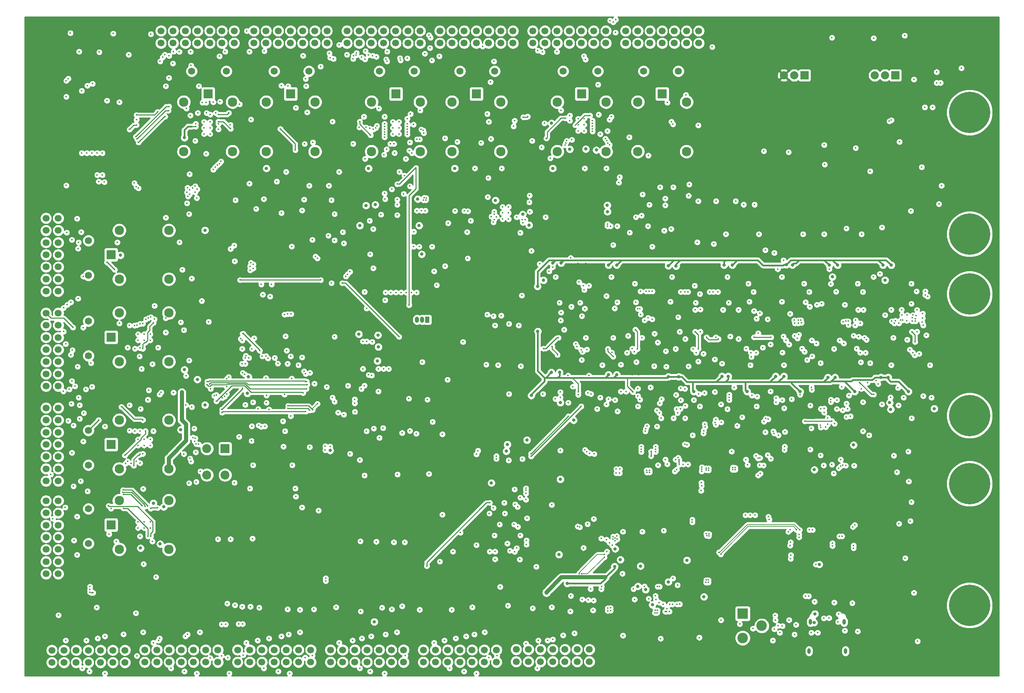
<source format=gbr>
G04 #@! TF.GenerationSoftware,KiCad,Pcbnew,5.0.0*
G04 #@! TF.CreationDate,2018-09-09T20:10:08-07:00*
G04 #@! TF.ProjectId,SchematicAutomation,536368656D617469634175746F6D6174,rev?*
G04 #@! TF.SameCoordinates,Original*
G04 #@! TF.FileFunction,Copper,L2,Inr,Mixed*
G04 #@! TF.FilePolarity,Positive*
%FSLAX45Y45*%
G04 Gerber Fmt 4.5, Leading zero omitted, Abs format (unit mm)*
G04 Created by KiCad (PCBNEW 5.0.0) date Sun Sep  9 20:10:08 2018*
%MOMM*%
%LPD*%
G01*
G04 APERTURE LIST*
G04 #@! TA.AperFunction,ViaPad*
%ADD10C,1.700000*%
G04 #@! TD*
G04 #@! TA.AperFunction,ViaPad*
%ADD11C,2.600000*%
G04 #@! TD*
G04 #@! TA.AperFunction,ViaPad*
%ADD12R,2.600000X2.600000*%
G04 #@! TD*
G04 #@! TA.AperFunction,ViaPad*
%ADD13C,10.160000*%
G04 #@! TD*
G04 #@! TA.AperFunction,ViaPad*
%ADD14C,1.733000*%
G04 #@! TD*
G04 #@! TA.AperFunction,ViaPad*
%ADD15C,2.300000*%
G04 #@! TD*
G04 #@! TA.AperFunction,ViaPad*
%ADD16R,2.300000X2.300000*%
G04 #@! TD*
G04 #@! TA.AperFunction,ViaPad*
%ADD17C,2.200000*%
G04 #@! TD*
G04 #@! TA.AperFunction,ViaPad*
%ADD18R,2.200000X2.200000*%
G04 #@! TD*
G04 #@! TA.AperFunction,ViaPad*
%ADD19C,2.000000*%
G04 #@! TD*
G04 #@! TA.AperFunction,ViaPad*
%ADD20R,2.000000X2.000000*%
G04 #@! TD*
G04 #@! TA.AperFunction,ViaPad*
%ADD21R,1.000000X1.500000*%
G04 #@! TD*
G04 #@! TA.AperFunction,ViaPad*
%ADD22O,1.000000X1.500000*%
G04 #@! TD*
G04 #@! TA.AperFunction,ViaPad*
%ADD23C,0.380000*%
G04 #@! TD*
G04 #@! TA.AperFunction,ViaPad*
%ADD24O,0.800000X1.400000*%
G04 #@! TD*
G04 #@! TA.AperFunction,ViaPad*
%ADD25C,0.400000*%
G04 #@! TD*
G04 #@! TA.AperFunction,ViaPad*
%ADD26C,0.800000*%
G04 #@! TD*
G04 #@! TA.AperFunction,ViaPad*
%ADD27C,0.600000*%
G04 #@! TD*
G04 #@! TA.AperFunction,Conductor*
%ADD28C,0.250000*%
G04 #@! TD*
G04 #@! TA.AperFunction,Conductor*
%ADD29C,0.400000*%
G04 #@! TD*
G04 #@! TA.AperFunction,Conductor*
%ADD30C,1.000000*%
G04 #@! TD*
G04 #@! TA.AperFunction,Conductor*
%ADD31C,0.200000*%
G04 #@! TD*
G04 #@! TA.AperFunction,Conductor*
%ADD32C,0.254000*%
G04 #@! TD*
G04 APERTURE END LIST*
D10*
G04 #@! TO.N,2_GarminTX*
G04 #@! TO.C,J19*
X4643200Y-9209200D03*
G04 #@! TO.N,2_IN1*
X4341200Y-9209200D03*
G04 #@! TO.N,2_GarminRX*
X4643200Y-9509200D03*
G04 #@! TO.N,2_IN2*
X4341200Y-9509200D03*
G04 #@! TO.N,2_GarminPWR*
X4643200Y-9809200D03*
G04 #@! TO.N,2_IN3*
X4341200Y-9809200D03*
G04 #@! TO.N,2_RTS*
X4643200Y-10109200D03*
G04 #@! TO.N,2_IN4*
X4341200Y-10109200D03*
G04 #@! TO.N,2_CTS*
X4643200Y-10409200D03*
G04 #@! TO.N,2_IN5*
X4341200Y-10409200D03*
G04 #@! TO.N,2_RX*
X4643200Y-10709200D03*
G04 #@! TO.N,2_IN0*
X4341200Y-10709200D03*
G04 #@! TO.N,2_TX*
X4643200Y-11009200D03*
G04 #@! TO.N,2_ADC1*
X4341200Y-11009200D03*
G04 #@! TD*
G04 #@! TO.N,4_OWB_SEC*
G04 #@! TO.C,J18*
X15835200Y-2560400D03*
G04 #@! TO.N,4_ADC2*
X15835200Y-2258400D03*
G04 #@! TO.N,4_OUT3*
X15535200Y-2560400D03*
G04 #@! TO.N,4_ADC3*
X15535200Y-2258400D03*
G04 #@! TO.N,4_OUT0*
X15235200Y-2560400D03*
G04 #@! TO.N,4_ADC0*
X15235200Y-2258400D03*
G04 #@! TO.N,4_Vin*
X14935200Y-2560400D03*
G04 #@! TO.N,Net-(J18-Pad11)*
X14935200Y-2258400D03*
G04 #@! TO.N,GND*
X14635200Y-2560400D03*
G04 #@! TO.N,4_OUT1*
X14635200Y-2258400D03*
G04 #@! TO.N,Net-(J18-Pad2)*
X14335200Y-2560400D03*
G04 #@! TO.N,4_OUT2*
X14335200Y-2258400D03*
G04 #@! TO.N,Net-(J18-Pad1)*
X14035200Y-2560400D03*
G04 #@! TO.N,4_OWB_MAIN*
X14035200Y-2258400D03*
G04 #@! TD*
G04 #@! TO.N,Net-(J1-Pad7)*
G04 #@! TO.C,J1*
X4484800Y-17513740D03*
G04 #@! TO.N,Net-(J1-Pad8)*
X4484800Y-17815740D03*
G04 #@! TO.N,1_J1850+*
X4784800Y-17513740D03*
G04 #@! TO.N,GND*
X4784800Y-17815740D03*
G04 #@! TO.N,1_J1850-*
X5084800Y-17513740D03*
G04 #@! TO.N,1_ISO-K*
X5084800Y-17815740D03*
G04 #@! TO.N,1_ISO-Low*
X5384800Y-17513740D03*
G04 #@! TO.N,1_SWC_BUS*
X5384800Y-17815740D03*
G04 #@! TO.N,1_J1708-TXD*
X5684800Y-17513740D03*
G04 #@! TO.N,1_CAN_MS_L*
X5684800Y-17815740D03*
G04 #@! TO.N,1_J1708-RXD*
X5984800Y-17513740D03*
G04 #@! TO.N,1_CAN_MS_H*
X5984800Y-17815740D03*
G04 #@! TO.N,1_CANHigh*
X6284800Y-17513740D03*
G04 #@! TO.N,1_CANLow*
X6284800Y-17815740D03*
G04 #@! TD*
G04 #@! TO.N,1_GarminTX*
G04 #@! TO.C,J2*
X4643200Y-13832000D03*
G04 #@! TO.N,1_IN1*
X4341200Y-13832000D03*
G04 #@! TO.N,1_GarminRX*
X4643200Y-14132000D03*
G04 #@! TO.N,1_IN2*
X4341200Y-14132000D03*
G04 #@! TO.N,1_GarminPWR*
X4643200Y-14432000D03*
G04 #@! TO.N,1_IN3*
X4341200Y-14432000D03*
G04 #@! TO.N,1_RTS*
X4643200Y-14732000D03*
G04 #@! TO.N,1_IN4*
X4341200Y-14732000D03*
G04 #@! TO.N,1_CTS*
X4643200Y-15032000D03*
G04 #@! TO.N,1_IN5*
X4341200Y-15032000D03*
G04 #@! TO.N,1_RX*
X4643200Y-15332000D03*
G04 #@! TO.N,1_IN0*
X4341200Y-15332000D03*
G04 #@! TO.N,1_TX*
X4643200Y-15632000D03*
G04 #@! TO.N,1_ADC1*
X4341200Y-15632000D03*
G04 #@! TD*
G04 #@! TO.N,Net-(J3-Pad7)*
G04 #@! TO.C,J3*
X6770800Y-17505600D03*
G04 #@! TO.N,Net-(J3-Pad8)*
X6770800Y-17807600D03*
G04 #@! TO.N,1_J1850+*
X7070800Y-17505600D03*
G04 #@! TO.N,GND*
X7070800Y-17807600D03*
G04 #@! TO.N,1_J1850-*
X7370800Y-17505600D03*
G04 #@! TO.N,1_ISO-K*
X7370800Y-17807600D03*
G04 #@! TO.N,1_ISO-Low*
X7670800Y-17505600D03*
G04 #@! TO.N,1_SWC_BUS*
X7670800Y-17807600D03*
G04 #@! TO.N,1_J1708-TXD*
X7970800Y-17505600D03*
G04 #@! TO.N,1_CAN_MS_L*
X7970800Y-17807600D03*
G04 #@! TO.N,1_J1708-RXD*
X8270800Y-17505600D03*
G04 #@! TO.N,1_CAN_MS_H*
X8270800Y-17807600D03*
G04 #@! TO.N,1_CANHigh*
X8570800Y-17505600D03*
G04 #@! TO.N,1_CANLow*
X8570800Y-17807600D03*
G04 #@! TD*
G04 #@! TO.N,1_OWB_SEC*
G04 #@! TO.C,J4*
X4643200Y-11546000D03*
G04 #@! TO.N,1_ADC2*
X4341200Y-11546000D03*
G04 #@! TO.N,1_OUT3*
X4643200Y-11846000D03*
G04 #@! TO.N,1_ADC3*
X4341200Y-11846000D03*
G04 #@! TO.N,1_OUT0*
X4643200Y-12146000D03*
G04 #@! TO.N,1_ADC0*
X4341200Y-12146000D03*
G04 #@! TO.N,1_Vin*
X4643200Y-12446000D03*
G04 #@! TO.N,Net-(J4-Pad11)*
X4341200Y-12446000D03*
G04 #@! TO.N,GND*
X4643200Y-12746000D03*
G04 #@! TO.N,1_OUT1*
X4341200Y-12746000D03*
G04 #@! TO.N,Net-(J4-Pad2)*
X4643200Y-13046000D03*
G04 #@! TO.N,1_OUT2*
X4341200Y-13046000D03*
G04 #@! TO.N,Net-(J4-Pad1)*
X4643200Y-13346000D03*
G04 #@! TO.N,1_OWB_MAIN*
X4341200Y-13346000D03*
G04 #@! TD*
G04 #@! TO.N,Net-(J5-Pad7)*
G04 #@! TO.C,J5*
X9056800Y-17505600D03*
G04 #@! TO.N,Net-(J5-Pad8)*
X9056800Y-17807600D03*
G04 #@! TO.N,1_J1850+*
X9356800Y-17505600D03*
G04 #@! TO.N,GND*
X9356800Y-17807600D03*
G04 #@! TO.N,1_J1850-*
X9656800Y-17505600D03*
G04 #@! TO.N,1_ISO-K*
X9656800Y-17807600D03*
G04 #@! TO.N,1_ISO-Low*
X9956800Y-17505600D03*
G04 #@! TO.N,1_SWC_BUS*
X9956800Y-17807600D03*
G04 #@! TO.N,1_J1708-TXD*
X10256800Y-17505600D03*
G04 #@! TO.N,1_CAN_MS_L*
X10256800Y-17807600D03*
G04 #@! TO.N,1_J1708-RXD*
X10556800Y-17505600D03*
G04 #@! TO.N,1_CAN_MS_H*
X10556800Y-17807600D03*
G04 #@! TO.N,1_CANHigh*
X10856800Y-17505600D03*
G04 #@! TO.N,1_CANLow*
X10856800Y-17807600D03*
G04 #@! TD*
G04 #@! TO.N,5_GarminTX*
G04 #@! TO.C,J6*
X18121200Y-2560400D03*
G04 #@! TO.N,5_IN1*
X18121200Y-2258400D03*
G04 #@! TO.N,5_GarminRX*
X17821200Y-2560400D03*
G04 #@! TO.N,5_IN2*
X17821200Y-2258400D03*
G04 #@! TO.N,5_GarminPWR*
X17521200Y-2560400D03*
G04 #@! TO.N,5_IN3*
X17521200Y-2258400D03*
G04 #@! TO.N,5_RTS*
X17221200Y-2560400D03*
G04 #@! TO.N,5_IN4*
X17221200Y-2258400D03*
G04 #@! TO.N,5_CTS*
X16921200Y-2560400D03*
G04 #@! TO.N,5_IN5*
X16921200Y-2258400D03*
G04 #@! TO.N,5_RX*
X16621200Y-2560400D03*
G04 #@! TO.N,5_IN0*
X16621200Y-2258400D03*
G04 #@! TO.N,5_TX*
X16321200Y-2560400D03*
G04 #@! TO.N,5_ADC1*
X16321200Y-2258400D03*
G04 #@! TD*
G04 #@! TO.N,5_OWB_SEC*
G04 #@! TO.C,J7*
X20407200Y-2560400D03*
G04 #@! TO.N,5_ADC2*
X20407200Y-2258400D03*
G04 #@! TO.N,5_OUT3*
X20107200Y-2560400D03*
G04 #@! TO.N,5_ADC3*
X20107200Y-2258400D03*
G04 #@! TO.N,5_OUT0*
X19807200Y-2560400D03*
G04 #@! TO.N,5_ADC0*
X19807200Y-2258400D03*
G04 #@! TO.N,5_Vin*
X19507200Y-2560400D03*
G04 #@! TO.N,Net-(J7-Pad11)*
X19507200Y-2258400D03*
G04 #@! TO.N,GND*
X19207200Y-2560400D03*
G04 #@! TO.N,5_OUT1*
X19207200Y-2258400D03*
G04 #@! TO.N,Net-(J7-Pad2)*
X18907200Y-2560400D03*
G04 #@! TO.N,5_OUT2*
X18907200Y-2258400D03*
G04 #@! TO.N,Net-(J7-Pad1)*
X18607200Y-2560400D03*
G04 #@! TO.N,5_OWB_MAIN*
X18607200Y-2258400D03*
G04 #@! TD*
G04 #@! TO.N,Net-(J8-Pad7)*
G04 #@! TO.C,J8*
X11342800Y-17505600D03*
G04 #@! TO.N,Net-(J8-Pad8)*
X11342800Y-17807600D03*
G04 #@! TO.N,1_J1850+*
X11642800Y-17505600D03*
G04 #@! TO.N,GND*
X11642800Y-17807600D03*
G04 #@! TO.N,1_J1850-*
X11942800Y-17505600D03*
G04 #@! TO.N,1_ISO-K*
X11942800Y-17807600D03*
G04 #@! TO.N,1_ISO-Low*
X12242800Y-17505600D03*
G04 #@! TO.N,1_SWC_BUS*
X12242800Y-17807600D03*
G04 #@! TO.N,1_J1708-TXD*
X12542800Y-17505600D03*
G04 #@! TO.N,1_CAN_MS_L*
X12542800Y-17807600D03*
G04 #@! TO.N,1_J1708-RXD*
X12842800Y-17505600D03*
G04 #@! TO.N,1_CAN_MS_H*
X12842800Y-17807600D03*
G04 #@! TO.N,1_CANHigh*
X13142800Y-17505600D03*
G04 #@! TO.N,1_CANLow*
X13142800Y-17807600D03*
G04 #@! TD*
G04 #@! TO.N,2_OWB_SEC*
G04 #@! TO.C,J20*
X4643200Y-6872400D03*
G04 #@! TO.N,2_ADC2*
X4341200Y-6872400D03*
G04 #@! TO.N,2_OUT3*
X4643200Y-7172400D03*
G04 #@! TO.N,2_ADC3*
X4341200Y-7172400D03*
G04 #@! TO.N,2_OUT0*
X4643200Y-7472400D03*
G04 #@! TO.N,2_ADC0*
X4341200Y-7472400D03*
G04 #@! TO.N,2_Vin*
X4643200Y-7772400D03*
G04 #@! TO.N,Net-(J20-Pad11)*
X4341200Y-7772400D03*
G04 #@! TO.N,GND*
X4643200Y-8072400D03*
G04 #@! TO.N,2_OUT1*
X4341200Y-8072400D03*
G04 #@! TO.N,Net-(J20-Pad2)*
X4643200Y-8372400D03*
G04 #@! TO.N,2_OUT2*
X4341200Y-8372400D03*
G04 #@! TO.N,Net-(J20-Pad1)*
X4643200Y-8672400D03*
G04 #@! TO.N,2_OWB_MAIN*
X4341200Y-8672400D03*
G04 #@! TD*
G04 #@! TO.N,3_OWB_SEC*
G04 #@! TO.C,J22*
X11257706Y-2559811D03*
G04 #@! TO.N,3_ADC2*
X11257706Y-2257811D03*
G04 #@! TO.N,3_OUT3*
X10957706Y-2559811D03*
G04 #@! TO.N,3_ADC3*
X10957706Y-2257811D03*
G04 #@! TO.N,3_OUT0*
X10657706Y-2559811D03*
G04 #@! TO.N,3_ADC0*
X10657706Y-2257811D03*
G04 #@! TO.N,3_Vin*
X10357706Y-2559811D03*
G04 #@! TO.N,Net-(J22-Pad11)*
X10357706Y-2257811D03*
G04 #@! TO.N,GND*
X10057706Y-2559811D03*
G04 #@! TO.N,3_OUT1*
X10057706Y-2257811D03*
G04 #@! TO.N,Net-(J22-Pad2)*
X9757706Y-2559811D03*
G04 #@! TO.N,3_OUT2*
X9757706Y-2257811D03*
G04 #@! TO.N,Net-(J22-Pad1)*
X9457706Y-2559811D03*
G04 #@! TO.N,3_OWB_MAIN*
X9457706Y-2257811D03*
G04 #@! TD*
G04 #@! TO.N,3_GarminTX*
G04 #@! TO.C,J21*
X8971706Y-2559811D03*
G04 #@! TO.N,3_IN1*
X8971706Y-2257811D03*
G04 #@! TO.N,3_GarminRX*
X8671706Y-2559811D03*
G04 #@! TO.N,3_IN2*
X8671706Y-2257811D03*
G04 #@! TO.N,3_GarminPWR*
X8371706Y-2559811D03*
G04 #@! TO.N,3_IN3*
X8371706Y-2257811D03*
G04 #@! TO.N,3_RTS*
X8071706Y-2559811D03*
G04 #@! TO.N,3_IN4*
X8071706Y-2257811D03*
G04 #@! TO.N,3_CTS*
X7771706Y-2559811D03*
G04 #@! TO.N,3_IN5*
X7771706Y-2257811D03*
G04 #@! TO.N,3_RX*
X7471706Y-2559811D03*
G04 #@! TO.N,3_IN0*
X7471706Y-2257811D03*
G04 #@! TO.N,3_TX*
X7171706Y-2559811D03*
G04 #@! TO.N,3_ADC1*
X7171706Y-2257811D03*
G04 #@! TD*
G04 #@! TO.N,Net-(J9-Pad7)*
G04 #@! TO.C,J9*
X15914800Y-17492900D03*
G04 #@! TO.N,Net-(J9-Pad8)*
X15914800Y-17794900D03*
G04 #@! TO.N,1_J1850+*
X16214800Y-17492900D03*
G04 #@! TO.N,GND*
X16214800Y-17794900D03*
G04 #@! TO.N,1_J1850-*
X16514800Y-17492900D03*
G04 #@! TO.N,1_ISO-K*
X16514800Y-17794900D03*
G04 #@! TO.N,1_ISO-Low*
X16814800Y-17492900D03*
G04 #@! TO.N,1_SWC_BUS*
X16814800Y-17794900D03*
G04 #@! TO.N,1_J1708-TXD*
X17114800Y-17492900D03*
G04 #@! TO.N,1_CAN_MS_L*
X17114800Y-17794900D03*
G04 #@! TO.N,1_J1708-RXD*
X17414800Y-17492900D03*
G04 #@! TO.N,1_CAN_MS_H*
X17414800Y-17794900D03*
G04 #@! TO.N,1_CANHigh*
X17714800Y-17492900D03*
G04 #@! TO.N,1_CANLow*
X17714800Y-17794900D03*
G04 #@! TD*
G04 #@! TO.N,4_GarminTX*
G04 #@! TO.C,J10*
X13549200Y-2560400D03*
G04 #@! TO.N,4_IN1*
X13549200Y-2258400D03*
G04 #@! TO.N,4_GarminRX*
X13249200Y-2560400D03*
G04 #@! TO.N,4_IN2*
X13249200Y-2258400D03*
G04 #@! TO.N,4_GarminPWR*
X12949200Y-2560400D03*
G04 #@! TO.N,4_IN3*
X12949200Y-2258400D03*
G04 #@! TO.N,4_RTS*
X12649200Y-2560400D03*
G04 #@! TO.N,4_IN4*
X12649200Y-2258400D03*
G04 #@! TO.N,4_CTS*
X12349200Y-2560400D03*
G04 #@! TO.N,4_IN5*
X12349200Y-2258400D03*
G04 #@! TO.N,4_RX*
X12049200Y-2560400D03*
G04 #@! TO.N,4_IN0*
X12049200Y-2258400D03*
G04 #@! TO.N,4_TX*
X11749200Y-2560400D03*
G04 #@! TO.N,4_ADC1*
X11749200Y-2258400D03*
G04 #@! TD*
G04 #@! TO.N,Net-(J11-Pad7)*
G04 #@! TO.C,J11*
X13628800Y-17505600D03*
G04 #@! TO.N,Net-(J11-Pad8)*
X13628800Y-17807600D03*
G04 #@! TO.N,1_J1850+*
X13928800Y-17505600D03*
G04 #@! TO.N,GND*
X13928800Y-17807600D03*
G04 #@! TO.N,1_J1850-*
X14228800Y-17505600D03*
G04 #@! TO.N,1_ISO-K*
X14228800Y-17807600D03*
G04 #@! TO.N,1_ISO-Low*
X14528800Y-17505600D03*
G04 #@! TO.N,1_SWC_BUS*
X14528800Y-17807600D03*
G04 #@! TO.N,1_J1708-TXD*
X14828800Y-17505600D03*
G04 #@! TO.N,1_CAN_MS_L*
X14828800Y-17807600D03*
G04 #@! TO.N,1_J1708-RXD*
X15128800Y-17505600D03*
G04 #@! TO.N,1_CAN_MS_H*
X15128800Y-17807600D03*
G04 #@! TO.N,1_CANHigh*
X15428800Y-17505600D03*
G04 #@! TO.N,1_CANLow*
X15428800Y-17807600D03*
G04 #@! TD*
D11*
G04 #@! TO.N,GND*
G04 #@! TO.C,J13*
X21958400Y-16911600D03*
X21488400Y-17211600D03*
D12*
G04 #@! TO.N,+12V*
X21488400Y-16611600D03*
G04 #@! TD*
D13*
G04 #@! TO.N,GND*
G04 #@! TO.C,J15*
X27076400Y-13411200D03*
G04 #@! TO.N,VDC*
X27076400Y-16408200D03*
G04 #@! TD*
G04 #@! TO.N,GND*
G04 #@! TO.C,J17*
X27076400Y-8737600D03*
G04 #@! TO.N,Net-(J17-Pad1)*
X27076400Y-11734600D03*
G04 #@! TD*
G04 #@! TO.N,GND*
G04 #@! TO.C,J14*
X27076400Y-4267400D03*
G04 #@! TO.N,VAA*
X27076400Y-7264400D03*
G04 #@! TD*
D14*
G04 #@! TO.N,Net-(Q1-Pad16)*
G04 #@! TO.C,Z1*
X5384800Y-12098000D03*
G04 #@! TO.N,+5V*
X5384800Y-12954000D03*
G04 #@! TD*
G04 #@! TO.N,Net-(Q1-Pad15)*
G04 #@! TO.C,Z2*
X5384800Y-7424400D03*
G04 #@! TO.N,+5V*
X5384800Y-8280400D03*
G04 #@! TD*
G04 #@! TO.N,Net-(Q1-Pad14)*
G04 #@! TO.C,Z3*
X10812800Y-3251200D03*
G04 #@! TO.N,+5V*
X9956800Y-3251200D03*
G04 #@! TD*
G04 #@! TO.N,Net-(Q1-Pad13)*
G04 #@! TO.C,Z4*
X15384800Y-3251200D03*
G04 #@! TO.N,+5V*
X14528800Y-3251200D03*
G04 #@! TD*
G04 #@! TO.N,Net-(Q1-Pad12)*
G04 #@! TO.C,Z5*
X19906000Y-3251200D03*
G04 #@! TO.N,+5V*
X19050000Y-3251200D03*
G04 #@! TD*
G04 #@! TO.N,Net-(Q2-Pad16)*
G04 #@! TO.C,Z6*
X5384800Y-14028400D03*
G04 #@! TO.N,+5V*
X5384800Y-14884400D03*
G04 #@! TD*
G04 #@! TO.N,Net-(Q2-Pad15)*
G04 #@! TO.C,Z7*
X5384800Y-9405600D03*
G04 #@! TO.N,+5V*
X5384800Y-10261600D03*
G04 #@! TD*
G04 #@! TO.N,Net-(Q2-Pad14)*
G04 #@! TO.C,Z8*
X8780800Y-3251200D03*
G04 #@! TO.N,+5V*
X7924800Y-3251200D03*
G04 #@! TD*
G04 #@! TO.N,Net-(Q2-Pad13)*
G04 #@! TO.C,Z9*
X13403600Y-3251200D03*
G04 #@! TO.N,+5V*
X12547600Y-3251200D03*
G04 #@! TD*
G04 #@! TO.N,Net-(Q2-Pad12)*
G04 #@! TO.C,Z10*
X17924800Y-3251200D03*
G04 #@! TO.N,+5V*
X17068800Y-3251200D03*
G04 #@! TD*
D15*
G04 #@! TO.N,GND*
G04 #@! TO.C,RLY4*
X15535200Y-5230000D03*
G04 #@! TO.N,VDC*
X14335200Y-5230000D03*
G04 #@! TO.N,Net-(Q1-Pad13)*
X15535200Y-4010000D03*
G04 #@! TO.N,+5V*
X14335200Y-4010000D03*
D16*
G04 #@! TO.N,4_Vin*
X14935200Y-3810000D03*
G04 #@! TD*
D15*
G04 #@! TO.N,GND*
G04 #@! TO.C,RLY5*
X20107200Y-5230000D03*
G04 #@! TO.N,VDC*
X18907200Y-5230000D03*
G04 #@! TO.N,Net-(Q1-Pad12)*
X20107200Y-4010000D03*
G04 #@! TO.N,+5V*
X18907200Y-4010000D03*
D16*
G04 #@! TO.N,5_Vin*
X19507200Y-3810000D03*
G04 #@! TD*
D15*
G04 #@! TO.N,GND*
G04 #@! TO.C,RLY6*
X7363600Y-13827200D03*
G04 #@! TO.N,VDC*
X7363600Y-15027200D03*
G04 #@! TO.N,Net-(Q2-Pad16)*
X6143600Y-13827200D03*
G04 #@! TO.N,+5V*
X6143600Y-15027200D03*
D16*
G04 #@! TO.N,1_GarminPWR*
X5943600Y-14427200D03*
G04 #@! TD*
D15*
G04 #@! TO.N,GND*
G04 #@! TO.C,RLY3*
X10963200Y-5230000D03*
G04 #@! TO.N,VDC*
X9763200Y-5230000D03*
G04 #@! TO.N,Net-(Q1-Pad14)*
X10963200Y-4010000D03*
G04 #@! TO.N,+5V*
X9763200Y-4010000D03*
D16*
G04 #@! TO.N,3_Vin*
X10363200Y-3810000D03*
G04 #@! TD*
D15*
G04 #@! TO.N,GND*
G04 #@! TO.C,RLY1*
X7363600Y-11846000D03*
G04 #@! TO.N,VDC*
X7363600Y-13046000D03*
G04 #@! TO.N,Net-(Q1-Pad16)*
X6143600Y-11846000D03*
G04 #@! TO.N,+5V*
X6143600Y-13046000D03*
D16*
G04 #@! TO.N,1_Vin*
X5943600Y-12446000D03*
G04 #@! TD*
D15*
G04 #@! TO.N,GND*
G04 #@! TO.C,RLY7*
X7363600Y-9204400D03*
G04 #@! TO.N,VDC*
X7363600Y-10404400D03*
G04 #@! TO.N,Net-(Q2-Pad15)*
X6143600Y-9204400D03*
G04 #@! TO.N,+5V*
X6143600Y-10404400D03*
D16*
G04 #@! TO.N,2_GarminPWR*
X5943600Y-9804400D03*
G04 #@! TD*
D15*
G04 #@! TO.N,GND*
G04 #@! TO.C,RLY8*
X8931200Y-5230000D03*
G04 #@! TO.N,VDC*
X7731200Y-5230000D03*
G04 #@! TO.N,Net-(Q2-Pad14)*
X8931200Y-4010000D03*
G04 #@! TO.N,+5V*
X7731200Y-4010000D03*
D16*
G04 #@! TO.N,3_GarminPWR*
X8331200Y-3810000D03*
G04 #@! TD*
D15*
G04 #@! TO.N,GND*
G04 #@! TO.C,RLY9*
X13554000Y-5230000D03*
G04 #@! TO.N,VDC*
X12354000Y-5230000D03*
G04 #@! TO.N,Net-(Q2-Pad13)*
X13554000Y-4010000D03*
G04 #@! TO.N,+5V*
X12354000Y-4010000D03*
D16*
G04 #@! TO.N,4_GarminPWR*
X12954000Y-3810000D03*
G04 #@! TD*
D15*
G04 #@! TO.N,GND*
G04 #@! TO.C,RLY10*
X18126000Y-5230000D03*
G04 #@! TO.N,VDC*
X16926000Y-5230000D03*
G04 #@! TO.N,Net-(Q2-Pad12)*
X18126000Y-4010000D03*
G04 #@! TO.N,+5V*
X16926000Y-4010000D03*
D16*
G04 #@! TO.N,5_GarminPWR*
X17526000Y-3810000D03*
G04 #@! TD*
D15*
G04 #@! TO.N,GND*
G04 #@! TO.C,RLY2*
X7363600Y-7172400D03*
G04 #@! TO.N,VDC*
X7363600Y-8372400D03*
G04 #@! TO.N,Net-(Q1-Pad15)*
X6143600Y-7172400D03*
G04 #@! TO.N,+5V*
X6143600Y-8372400D03*
D16*
G04 #@! TO.N,2_Vin*
X5943600Y-7772400D03*
G04 #@! TD*
D17*
G04 #@! TO.N,Net-(R4-Pad1)*
G04 #@! TO.C,S1*
X8300300Y-12547600D03*
X8300300Y-13197600D03*
G04 #@! TO.N,GND*
X8750300Y-13197600D03*
D18*
X8750300Y-12547600D03*
G04 #@! TD*
D19*
G04 #@! TO.N,+3V3*
G04 #@! TO.C,S3*
X22504400Y-3352800D03*
G04 #@! TO.N,+VSW*
X22758400Y-3352800D03*
D20*
G04 #@! TO.N,+5V*
X23012400Y-3352800D03*
G04 #@! TD*
D19*
G04 #@! TO.N,-3V3*
G04 #@! TO.C,S2*
X24739600Y-3352800D03*
G04 #@! TO.N,-VSW*
X24993600Y-3352800D03*
D20*
G04 #@! TO.N,GND*
X25247600Y-3352800D03*
G04 #@! TD*
D21*
G04 #@! TO.N,GND*
G04 #@! TO.C,U17*
X13728700Y-9372600D03*
D22*
G04 #@! TO.N,Net-(U17-Pad3)*
X13474700Y-9372600D03*
G04 #@! TO.N,Net-(U17-Pad2)*
X13601700Y-9372600D03*
G04 #@! TD*
D23*
G04 #@! TO.N,N/C*
G04 #@! TO.C,U8*
X6906400Y-14352200D03*
X6756400Y-14352200D03*
X6606400Y-14352200D03*
X6906400Y-14502200D03*
X6756400Y-14502200D03*
X6606400Y-14502200D03*
G04 #@! TD*
G04 #@! TO.N,N/C*
G04 #@! TO.C,U10*
X6906400Y-12320200D03*
X6756400Y-12320200D03*
X6606400Y-12320200D03*
X6906400Y-12470200D03*
X6756400Y-12470200D03*
X6606400Y-12470200D03*
G04 #@! TD*
G04 #@! TO.N,N/C*
G04 #@! TO.C,U9*
X13029000Y-4798200D03*
X13029000Y-4648200D03*
X13029000Y-4498200D03*
X12879000Y-4798200D03*
X12879000Y-4648200D03*
X12879000Y-4498200D03*
G04 #@! TD*
G04 #@! TO.N,N/C*
G04 #@! TO.C,U7*
X8380800Y-4798200D03*
X8380800Y-4648200D03*
X8380800Y-4498200D03*
X8230800Y-4798200D03*
X8230800Y-4648200D03*
X8230800Y-4498200D03*
G04 #@! TD*
G04 #@! TO.N,N/C*
G04 #@! TO.C,U11*
X17588300Y-4722000D03*
X17588300Y-4572000D03*
X17588300Y-4422000D03*
X17438300Y-4722000D03*
X17438300Y-4572000D03*
X17438300Y-4422000D03*
G04 #@! TD*
G04 #@! TO.N,N/C*
G04 #@! TO.C,U12*
X6906400Y-9729400D03*
X6756400Y-9729400D03*
X6606400Y-9729400D03*
X6906400Y-9879400D03*
X6756400Y-9879400D03*
X6606400Y-9879400D03*
G04 #@! TD*
G04 #@! TO.N,N/C*
G04 #@! TO.C,U13*
X15577750Y-6593700D03*
X15577750Y-6743700D03*
X15577750Y-6893700D03*
X15727750Y-6593700D03*
X15727750Y-6743700D03*
X15727750Y-6893700D03*
G04 #@! TD*
D24*
G04 #@! TO.N,GND*
G04 #@! TO.C,J16*
X24021000Y-17533800D03*
X23985000Y-16813800D03*
X23159000Y-16813800D03*
X23123000Y-17533800D03*
G04 #@! TD*
D25*
G04 #@! TO.N,GND*
X20447000Y-9118600D03*
X8394700Y-11074400D03*
X11214100Y-12585700D03*
X10490200Y-13728700D03*
X9575800Y-11976100D03*
X9829800Y-11582400D03*
X6657023Y-10071100D03*
X12181523Y-8686800D03*
X12357100Y-10744200D03*
X12369800Y-9918700D03*
X10047923Y-10452100D03*
X9133523Y-9842500D03*
X9463723Y-9829800D03*
X18300700Y-14776450D03*
X18402300Y-14776450D03*
X18389600Y-14700250D03*
X18300700Y-14712950D03*
X18351500Y-14814550D03*
X17259300Y-16173450D03*
X17805400Y-16529050D03*
X18351500Y-14751050D03*
X18008600Y-16008350D03*
D26*
X19100800Y-16021050D03*
D25*
X19329400Y-16592550D03*
X19380200Y-16592550D03*
X19392900Y-16529050D03*
X19342100Y-16529050D03*
X19392900Y-15944850D03*
X19443700Y-15944850D03*
X13633450Y-6426200D03*
X13690600Y-6426200D03*
X13696950Y-6375400D03*
X13646150Y-6369050D03*
X18167350Y-16541750D03*
X18237200Y-16535400D03*
X18237200Y-16471900D03*
X18167350Y-16478250D03*
X21913850Y-12776200D03*
X23729950Y-13157200D03*
X22656800Y-14935200D03*
X22669500Y-14852650D03*
X22675850Y-15170150D03*
X22669500Y-15259050D03*
D26*
X23374350Y-15398750D03*
D25*
X20605750Y-14693900D03*
X20656550Y-14700250D03*
X20662900Y-14649450D03*
X20593050Y-14643100D03*
X20643850Y-15843250D03*
X20586700Y-15843250D03*
X20593050Y-15786100D03*
X20643850Y-15786100D03*
X20808950Y-11906250D03*
X20828000Y-11957050D03*
X20828000Y-11830050D03*
X19926300Y-12820650D03*
X18459450Y-13150850D03*
X18376900Y-13150850D03*
X18376900Y-13049250D03*
X18465800Y-13049250D03*
X19132550Y-13131800D03*
X19196050Y-13131800D03*
X19196050Y-13081000D03*
X19126200Y-13081000D03*
X18834100Y-8483600D03*
X9366250Y-8058150D03*
X9366250Y-8153400D03*
X9442450Y-8108950D03*
X9442450Y-8007350D03*
X9385300Y-7969250D03*
X20593050Y-13030200D03*
X20593050Y-13074650D03*
X20650200Y-13081000D03*
X20650200Y-13030200D03*
X21240750Y-13068300D03*
X21247100Y-13011150D03*
X21304250Y-13068300D03*
X21869400Y-12788900D03*
X20066000Y-12439650D03*
X20116800Y-12452350D03*
X23850600Y-16624300D03*
D26*
X23253700Y-13068300D03*
X24218900Y-12458700D03*
D25*
X16002000Y-15278100D03*
X15875000Y-15087600D03*
X15875000Y-13550900D03*
X16014700Y-13754100D03*
X20307300Y-8534400D03*
X18973800Y-8674100D03*
X17462500Y-8445500D03*
X17589500Y-8636000D03*
X6654800Y-14706600D03*
X6654800Y-12687300D03*
X6654800Y-12115800D03*
X15303500Y-6832600D03*
X8026400Y-4546600D03*
X12052300Y-4635500D03*
X12674600Y-4546600D03*
X13233400Y-4546600D03*
X15925800Y-6845300D03*
X16611600Y-4533900D03*
X17233900Y-4470400D03*
X17792700Y-4470400D03*
X24447500Y-8686800D03*
X24320500Y-8483600D03*
X22999700Y-8483600D03*
X21628100Y-8483600D03*
X21755100Y-8686800D03*
X20434300Y-8737600D03*
X17411700Y-10033000D03*
X18770600Y-10083800D03*
X20269200Y-10096500D03*
X21577300Y-10083800D03*
X21704300Y-10287000D03*
X22948900Y-10083800D03*
X24295100Y-10083800D03*
X25603200Y-10109200D03*
X25781000Y-9131300D03*
X25768300Y-8674100D03*
X25641300Y-8483600D03*
X23126700Y-8686800D03*
X21767800Y-9156700D03*
X6654800Y-9474200D03*
X10236200Y-9779000D03*
X25704800Y-3454400D03*
X26263600Y-3270250D03*
X26873200Y-3175000D03*
X24460200Y-9128000D03*
X21767800Y-9156700D03*
X21767800Y-9156700D03*
X25527000Y-9398000D03*
X25425400Y-9385300D03*
X25374600Y-9385300D03*
X25247600Y-9398000D03*
X25158700Y-9410700D03*
X25222200Y-9461500D03*
X25336500Y-9461500D03*
X25666700Y-9410700D03*
X25666700Y-9321800D03*
X25539700Y-9258300D03*
X25412700Y-9258300D03*
X25679400Y-9258300D03*
X25755600Y-9271000D03*
X25742900Y-9347200D03*
X25742900Y-9410700D03*
X25920700Y-9220200D03*
X25920700Y-9334500D03*
X25908000Y-9436100D03*
X25933400Y-9512300D03*
X24269700Y-9385300D03*
X24091900Y-9410700D03*
X24028400Y-9410700D03*
X23964900Y-9423400D03*
X24384000Y-9461500D03*
X24257000Y-9512300D03*
X24091900Y-9499600D03*
X22923500Y-9385300D03*
X22860000Y-9385300D03*
X22758400Y-9385300D03*
X22771100Y-9461500D03*
X22860000Y-9461500D03*
X22936200Y-9448800D03*
X25984200Y-8674100D03*
X25984200Y-8763000D03*
X8191500Y-4025900D03*
X8280400Y-4025900D03*
X8458200Y-4013200D03*
X8623300Y-4000500D03*
X7823200Y-6121400D03*
X7835900Y-6337300D03*
X7810500Y-6502400D03*
X7861300Y-6769100D03*
X8051800Y-6375400D03*
X8013700Y-6083300D03*
X8064500Y-6159500D03*
X8013700Y-6235700D03*
X7835900Y-6337300D03*
X7835900Y-6337300D03*
X7874000Y-6286500D03*
X7810500Y-6235700D03*
X7874000Y-6172200D03*
X7874000Y-6172200D03*
X7874000Y-6172200D03*
X7950200Y-6134100D03*
X19113500Y-8674100D03*
X19189700Y-8674100D03*
X19265900Y-8674100D03*
X20142200Y-8686800D03*
X20066000Y-8686800D03*
X19964400Y-8686800D03*
X20675600Y-8686800D03*
X20764500Y-8686800D03*
X20878800Y-8686800D03*
X16154400Y-13525500D03*
X16154400Y-13576300D03*
X16154400Y-13652500D03*
X16154400Y-13804900D03*
X16179800Y-14262100D03*
X16167100Y-14808200D03*
X16167100Y-14909800D03*
X15697200Y-14884400D03*
X15760700Y-15062200D03*
X10210800Y-9245600D03*
X10287000Y-9232900D03*
X10375900Y-9232900D03*
X8382000Y-4318000D03*
X8585190Y-4547499D03*
X18910300Y-9105900D03*
X17602200Y-9099302D03*
X23139400Y-9051801D03*
X18872200Y-10414000D03*
X20396200Y-10401300D03*
X24041100Y-7124700D03*
X24917400Y-7099300D03*
X25628600Y-6692900D03*
X19608800Y-10528300D03*
X18034000Y-10490200D03*
X16027400Y-10515600D03*
X15468600Y-10490200D03*
X15176500Y-10477500D03*
X15392400Y-9512300D03*
X15976600Y-9512300D03*
X15201900Y-9245600D03*
X15354300Y-9283700D03*
X15544800Y-9271000D03*
X23837900Y-16814800D03*
X21475700Y-11772900D03*
X19481800Y-11798300D03*
X20072350Y-11798300D03*
X20256500Y-12217400D03*
X22368200Y-12217800D03*
X21304250Y-13016750D03*
X20485100Y-13004800D03*
X20485100Y-13055600D03*
X20478750Y-13106400D03*
X20472400Y-13385800D03*
X20478750Y-13462000D03*
X20466050Y-13582650D03*
X21793200Y-14185900D03*
X21672550Y-14185900D03*
X21558250Y-14185900D03*
X18542000Y-14592300D03*
X19018250Y-14592300D03*
X19545300Y-14566900D03*
X13106400Y-12160250D03*
X13296900Y-12109450D03*
X13455650Y-12179300D03*
X8572500Y-14776450D03*
X8883650Y-14776450D03*
X9423400Y-14763750D03*
X8972550Y-7543800D03*
X8985250Y-7931150D03*
X22294850Y-16770350D03*
X22269450Y-16992600D03*
X22364700Y-16910050D03*
X22466300Y-16916400D03*
X22402800Y-17081500D03*
X22231350Y-17272000D03*
X21742400Y-16979900D03*
X21418550Y-16865600D03*
X22631400Y-16770350D03*
X22802850Y-16884650D03*
X22764750Y-17125950D03*
X23177500Y-17081500D03*
X23336250Y-17081500D03*
X24003000Y-17030700D03*
X24320500Y-17049750D03*
X24187150Y-16351250D03*
X23742650Y-16338550D03*
X19900900Y-12769850D03*
X20027900Y-12934950D03*
X19926300Y-12865100D03*
X19634200Y-12928600D03*
X21609050Y-12947650D03*
X21907500Y-12954000D03*
X22104350Y-12706350D03*
X21355050Y-11982450D03*
X22288500Y-16656050D03*
X23291900Y-15399500D03*
X23291900Y-15399500D03*
X23406100Y-11969750D03*
X23075900Y-10363200D03*
X20154900Y-10521950D03*
X21678900Y-10490200D03*
X24396700Y-10420350D03*
X26041350Y-8801100D03*
X17526000Y-10363200D03*
X17379950Y-9969500D03*
X24599900Y-12217400D03*
X24231600Y-12966700D03*
X23952200Y-12954000D03*
X24026600Y-12966700D03*
X23685500Y-12941300D03*
X23482300Y-12960350D03*
X22002750Y-12960350D03*
D26*
X23266400Y-16617950D03*
X23247350Y-16833850D03*
D25*
X18961100Y-9105900D03*
X20142200Y-12934950D03*
X19380200Y-12001500D03*
X15430500Y-6838950D03*
X21780500Y-6536601D03*
X21513800Y-6536601D03*
X13677900Y-6686550D03*
X14408150Y-6692900D03*
X14636750Y-6692900D03*
X14725650Y-6699250D03*
X20955000Y-16771549D03*
X25723850Y-10248900D03*
X23495000Y-11557000D03*
X24142700Y-11750799D03*
X13470499Y-6686550D03*
X13580501Y-6686550D03*
D26*
X18973330Y-15439426D03*
D25*
X18528682Y-15627241D03*
X13385800Y-4565650D03*
X17538700Y-16262350D03*
X17691100Y-16275050D03*
X17818100Y-16287750D03*
X17246600Y-16554450D03*
X16789400Y-16452850D03*
X16319500Y-16478250D03*
X15709900Y-16414750D03*
X14833600Y-16452850D03*
X14325600Y-16516350D03*
X13538200Y-16516350D03*
X13106400Y-16427450D03*
X12852400Y-16503650D03*
X12611100Y-16465550D03*
X11480800Y-16452850D03*
X10934700Y-16503650D03*
X10591800Y-16516350D03*
X10287000Y-16503650D03*
X8801100Y-16363950D03*
X8991600Y-16402050D03*
X9169400Y-16440150D03*
X9372600Y-16440150D03*
X9588500Y-16465550D03*
X12077700Y-14827250D03*
X12471400Y-14839950D03*
X12903200Y-14852650D03*
X13169900Y-14852650D03*
X18542000Y-17151350D03*
X19469100Y-17227550D03*
X20421600Y-17202150D03*
X25488900Y-15246350D03*
X25704800Y-16097250D03*
X25793700Y-17291050D03*
X25565100Y-12617450D03*
X25577800Y-13354050D03*
X25641300Y-13862050D03*
X25615900Y-14331950D03*
X25336500Y-14395450D03*
X25285700Y-13125450D03*
X25209500Y-12719050D03*
X23258526Y-16315685D03*
X23037800Y-16179249D03*
X23115015Y-16180760D03*
X22059900Y-11804650D03*
X22529800Y-12134850D03*
X23583900Y-11791950D03*
X23177500Y-12045950D03*
X12086454Y-16556214D03*
X11940223Y-11333000D03*
X9245600Y-10312400D03*
X9260523Y-10261600D03*
X9169400Y-9884500D03*
X8883730Y-7628499D03*
X6642100Y-10274300D03*
X8788400Y-11023600D03*
X9246300Y-10456800D03*
X6502400Y-12966700D03*
X19405600Y-12954000D03*
X8382000Y-4318000D03*
X8382000Y-4318000D03*
X9436100Y-11404600D03*
X9766300Y-11417300D03*
X9563100Y-11569700D03*
X9245600Y-11468100D03*
X10185400Y-12496800D03*
X12179300Y-13208000D03*
X12992100Y-13182600D03*
X13766800Y-13169900D03*
X13855700Y-11887200D03*
X13728700Y-11341100D03*
X13271500Y-11315700D03*
X22009100Y-5219700D03*
X23495000Y-5067300D03*
X24269700Y-5143500D03*
X25349200Y-4991100D03*
X22618700Y-5245100D03*
X23507700Y-5549900D03*
X24625300Y-5715000D03*
X25895300Y-5613400D03*
X23685500Y-2425700D03*
X24714200Y-2438400D03*
X25476200Y-2374900D03*
X4940300Y-2311400D03*
X5994400Y-2324100D03*
X6921500Y-2336800D03*
X5156200Y-2768600D03*
X5651500Y-2781300D03*
X6375400Y-2844800D03*
X4648200Y-16649700D03*
X5588000Y-16459200D03*
X6553200Y-16598900D03*
X9004300Y-6426200D03*
X9702800Y-6400800D03*
X11366500Y-6426200D03*
X9347200Y-6019800D03*
X10020300Y-5969000D03*
X10820400Y-6070600D03*
X11303000Y-6070600D03*
X9512300Y-6642100D03*
X10134600Y-6743700D03*
X10388600Y-10820400D03*
X9753600Y-10807700D03*
X10210800Y-11214100D03*
G04 #@! TO.N,+5V*
X4838700Y-3879600D03*
D26*
X18336500Y-15449550D03*
X18351500Y-15015750D03*
X20535900Y-16198850D03*
X20116800Y-15297150D03*
X18478500Y-15284450D03*
D25*
X18008600Y-14760350D03*
X18137400Y-14789150D03*
X18213600Y-14865350D03*
X18277100Y-14928850D03*
D26*
X17172700Y-15868650D03*
D25*
X16662400Y-16097250D03*
X5422900Y-16021050D03*
X5422900Y-16084550D03*
X5422900Y-15944850D03*
X5461000Y-16097250D03*
X5499100Y-16097250D03*
X4838700Y-6064250D03*
X4889500Y-3435350D03*
X4838700Y-3486150D03*
X9768523Y-11239500D03*
D26*
X8066723Y-10845800D03*
X7749223Y-10604500D03*
X13589000Y-7759600D03*
X6174423Y-7785100D03*
X9296400Y-11186800D03*
X9321800Y-10782300D03*
D25*
G04 #@! TO.N,MUXC*
X7988300Y-12052300D03*
X17729200Y-4343399D03*
X13234000Y-4420700D03*
X17983200Y-4800600D03*
X6397501Y-4686300D03*
X6397501Y-9512300D03*
X18859500Y-6845300D03*
X15354300Y-6972300D03*
X8839200Y-4279896D03*
X6528900Y-12115200D03*
X6397501Y-12103100D03*
X6569199Y-4576300D03*
X15201900Y-4302001D03*
X6397501Y-11477501D03*
X13312899Y-4303447D03*
X12141200Y-10582400D03*
X18697699Y-4876800D03*
X6522923Y-9515599D03*
X6522923Y-9515599D03*
X8077200Y-4279896D03*
X8293100Y-4279896D03*
X8521700Y-4279896D03*
X8585800Y-4321299D03*
X7929832Y-11521951D03*
X12397423Y-8102600D03*
X14162723Y-8051800D03*
X14238923Y-6992300D03*
G04 #@! TO.N,MUXD*
X7886700Y-12788900D03*
X17233300Y-4344500D03*
X16089062Y-4383338D03*
X6528900Y-10084400D03*
X16078200Y-6985000D03*
X12306300Y-6934200D03*
X6528900Y-10084400D03*
X6350000Y-10058400D03*
X6569199Y-4330700D03*
X7958472Y-12276090D03*
X6347038Y-12861801D03*
X6565900Y-12861801D03*
X7087998Y-4253658D03*
X7893793Y-4341377D03*
X16138400Y-6908800D03*
X12141200Y-9906000D03*
X16195799Y-4368228D03*
X12674600Y-4370700D03*
X12166600Y-4370700D03*
G04 #@! TO.N,MUX22*
X10896600Y-7404100D03*
X14706600Y-7213600D03*
X14795500Y-6934200D03*
X15372750Y-6906200D03*
X10836684Y-10678051D03*
G04 #@! TO.N,5_IN4*
X15372750Y-6776200D03*
X15214600Y-6350000D03*
X16243300Y-6311900D03*
G04 #@! TO.N,5_IN5*
X15372750Y-6711200D03*
X16540500Y-5124312D03*
X15293243Y-4918199D03*
D26*
G04 #@! TO.N,VAA*
X16785500Y-4533900D03*
X18157100Y-6553200D03*
X17887950Y-5194300D03*
X17627600Y-5168900D03*
D25*
X18161000Y-7067550D03*
D26*
X16075662Y-6775903D03*
X18161000Y-6711950D03*
X15405100Y-6432550D03*
D25*
X16236950Y-6477000D03*
X16249650Y-6711950D03*
X22974300Y-7264400D03*
X23495000Y-7264400D03*
X24415750Y-7264400D03*
X21888450Y-7264400D03*
X21075650Y-7264400D03*
X19729450Y-7137400D03*
X19157950Y-7067550D03*
X18402300Y-7067550D03*
X18161000Y-7016750D03*
X18237200Y-7067550D03*
D26*
X17233900Y-5175250D03*
X16230600Y-7042150D03*
X13525500Y-7054850D03*
X13491300Y-6400800D03*
X12217400Y-6559550D03*
X12446000Y-6540500D03*
D25*
X6983900Y-12115200D03*
X7734300Y-12680950D03*
X6723900Y-12675200D03*
D26*
X7658100Y-12084050D03*
D25*
X7785100Y-11474450D03*
D26*
X8255000Y-11474450D03*
X8255000Y-7169150D03*
X12067223Y-7054850D03*
X12041823Y-9728200D03*
X12511723Y-9753600D03*
X12522200Y-10042400D03*
X12499023Y-10388600D03*
X7749223Y-4889500D03*
D25*
X8025800Y-4615700D03*
X8282623Y-5283200D03*
X12194223Y-5410200D03*
X12217400Y-4635500D03*
X12674000Y-4615700D03*
X13197523Y-5410200D03*
X16753523Y-5397500D03*
X7787323Y-10756900D03*
X6692900Y-10583000D03*
X6723900Y-10084400D03*
X6985000Y-9448800D03*
D26*
X6983900Y-13893800D03*
X7239000Y-13982700D03*
X7150100Y-14897100D03*
X6667500Y-14998700D03*
D25*
G04 #@! TO.N,MUXE*
X8013700Y-12293600D03*
X7912100Y-12865100D03*
X6654800Y-12903200D03*
X17018000Y-4217351D03*
X16065500Y-6908800D03*
X16637000Y-6845300D03*
X6299200Y-12915900D03*
X12585700Y-6781800D03*
X6569199Y-4446838D03*
X12534900Y-4168899D03*
X7797800Y-4168899D03*
X6438900Y-12909302D03*
X16657000Y-4907600D03*
X17128300Y-4409500D03*
X12232323Y-9906000D03*
X12232323Y-9093200D03*
X12319000Y-7759600D03*
G04 #@! TO.N,3_ADC0*
X7264400Y-2844800D03*
X11315700Y-2809999D03*
G04 #@! TO.N,3_ADC3*
X7213600Y-2908300D03*
X11333800Y-2917701D03*
G04 #@! TO.N,3_ADC2*
X11417300Y-2946400D03*
X7150100Y-3009900D03*
G04 #@! TO.N,2_IN5*
X6921500Y-9309100D03*
X4953000Y-8940800D03*
G04 #@! TO.N,2_IN4*
X6858000Y-9334500D03*
X4826000Y-9969500D03*
X4864100Y-9004297D03*
G04 #@! TO.N,2_IN3*
X4775199Y-9080500D03*
X4775199Y-9080500D03*
X4775200Y-9664700D03*
X6803838Y-9362343D03*
G04 #@! TO.N,2_IN2*
X6722713Y-9469590D03*
G04 #@! TO.N,MUX21*
X10363200Y-10274300D03*
X9194800Y-9715500D03*
X7288402Y-9685052D03*
X7288402Y-9334190D03*
X6578901Y-9504546D03*
X10264484Y-10132999D03*
X9601200Y-10132999D03*
G04 #@! TO.N,MUX20*
X10731500Y-10706100D03*
X17943262Y-4319838D03*
X10769600Y-4263901D03*
G04 #@! TO.N,5_ADC0*
X17793300Y-4539500D03*
X19735800Y-4495800D03*
G04 #@! TO.N,5_ADC3*
X17793300Y-4604500D03*
X19773900Y-4559300D03*
G04 #@! TO.N,5_ADC2*
X17793300Y-4669500D03*
X20396200Y-4584700D03*
G04 #@! TO.N,5_ADC1*
X17793300Y-4734500D03*
X18161000Y-4724400D03*
X16560799Y-2781300D03*
X17621002Y-2962774D03*
G04 #@! TO.N,5_IN3*
X18110200Y-4914900D03*
X17284700Y-4939797D03*
X18224500Y-2003301D03*
G04 #@! TO.N,5_IN2*
X17157700Y-4965700D03*
X18148300Y-4965700D03*
X18302098Y-2044700D03*
G04 #@! TO.N,5_IN1*
X18173700Y-5019799D03*
X18357099Y-2298700D03*
X17135335Y-5017752D03*
G04 #@! TO.N,5_IN0*
X18211800Y-5067300D03*
X18364200Y-1981200D03*
X17117217Y-5069683D03*
G04 #@! TO.N,3_IN4*
X7621423Y-2770701D03*
X7899610Y-2770701D03*
G04 #@! TO.N,4_ADC0*
X7480300Y-2768600D03*
X15087212Y-2641212D03*
G04 #@! TO.N,4_ADC3*
X15367000Y-3009900D03*
X7464301Y-3059725D03*
G04 #@! TO.N,3_IN3*
X9283700Y-2260600D03*
G04 #@! TO.N,3_IN1*
X8585800Y-4680700D03*
X8877300Y-4572000D03*
G04 #@! TO.N,3_IN0*
X8610600Y-2882900D03*
X7369299Y-2873162D03*
G04 #@! TO.N,MUX16*
X10477500Y-5194300D03*
X8885488Y-4669088D03*
X10109200Y-4673600D03*
X8585800Y-4492501D03*
X10553700Y-10490200D03*
G04 #@! TO.N,MUX18*
X10693400Y-10642600D03*
X13474700Y-4927600D03*
X10706100Y-5041900D03*
X10693400Y-6413500D03*
G04 #@! TO.N,4_ADC2*
X13234000Y-4615700D03*
X15849600Y-4610100D03*
G04 #@! TO.N,4_ADC1*
X13234000Y-4680700D03*
X13576300Y-4686300D03*
X13233400Y-2933700D03*
X11984606Y-2803161D03*
G04 #@! TO.N,4_IN0*
X13234000Y-4745700D03*
X13627100Y-4711700D03*
X13665200Y-2819400D03*
X12204700Y-2755900D03*
G04 #@! TO.N,4_IN1*
X13234000Y-4810700D03*
X13639800Y-4775200D03*
X13766800Y-2362200D03*
G04 #@! TO.N,4_IN5*
X12674000Y-4875700D03*
X12307400Y-4660900D03*
X12382500Y-2870200D03*
X12112501Y-2908300D03*
G04 #@! TO.N,4_IN4*
X12674000Y-4810700D03*
X12395200Y-4686300D03*
X12192000Y-2959100D03*
X12471400Y-2895600D03*
G04 #@! TO.N,4_IN3*
X12674000Y-4745700D03*
X12458700Y-4648200D03*
X12712700Y-2959100D03*
X13052638Y-2930401D03*
G04 #@! TO.N,4_IN2*
X12674000Y-4680700D03*
X13068300Y-2984500D03*
X12486201Y-4597400D03*
X12734801Y-3009902D03*
G04 #@! TO.N,2_ADC2*
X7289800Y-6858000D03*
G04 #@! TO.N,2_ADC1*
X7175500Y-11163300D03*
G04 #@! TO.N,2_IN0*
X7137400Y-11214100D03*
G04 #@! TO.N,2_IN1*
X6959600Y-10464800D03*
X4991100Y-10121900D03*
X5003800Y-9563100D03*
G04 #@! TO.N,2_ADC3*
X5054600Y-11010900D03*
X4978400Y-7404100D03*
X6870700Y-11109201D03*
G04 #@! TO.N,2_ADC0*
X5143500Y-11290300D03*
X6845300Y-11344399D03*
X6853915Y-11344399D03*
X5130800Y-7620000D03*
G04 #@! TO.N,1_IN5*
X6788900Y-12115200D03*
X6788900Y-12115200D03*
X6282720Y-12712700D03*
X4978400Y-12649200D03*
G04 #@! TO.N,1_IN4*
X6723900Y-11842000D03*
X6197600Y-11518900D03*
X4508500Y-14274800D03*
X5168900Y-11477501D03*
X5105400Y-14220701D03*
G04 #@! TO.N,MUX19*
X6667500Y-11569700D03*
X8674100Y-11582400D03*
X10286300Y-10456800D03*
X9232900Y-10718800D03*
X9182100Y-11058401D03*
X9182100Y-11058401D03*
G04 #@! TO.N,MUX17*
X9182100Y-10680700D03*
X7861300Y-13398500D03*
X6731000Y-13538200D03*
X9093200Y-12255401D03*
X7999445Y-12367478D03*
G04 #@! TO.N,1_ADC0*
X6248399Y-13677900D03*
X5257800Y-12369800D03*
X5363912Y-13597188D03*
X6706401Y-13957300D03*
G04 #@! TO.N,1_ADC3*
X6781800Y-13970000D03*
X6235447Y-13622732D03*
X5016500Y-13474700D03*
X5016500Y-11976100D03*
G04 #@! TO.N,1_ADC2*
X6237543Y-13567770D03*
X6843462Y-13959138D03*
X5194300Y-13347700D03*
X5168900Y-11811000D03*
G04 #@! TO.N,1_ADC1*
X7086600Y-14008100D03*
X7048500Y-15709900D03*
X6918900Y-14024099D03*
G04 #@! TO.N,1_IN3*
X6070600Y-14833600D03*
X5892800Y-14655800D03*
X6959600Y-14833598D03*
G04 #@! TO.N,1_IN2*
X6918900Y-14707200D03*
X5880100Y-13957300D03*
G04 #@! TO.N,1_IN1*
X6853900Y-14707200D03*
X6248400Y-14017201D03*
G04 #@! TO.N,1_IN0*
X6742100Y-15391002D03*
G04 #@! TO.N,-VSW*
X23658600Y-8490200D03*
X24708431Y-8318500D03*
X16884650Y-8318500D03*
X18256250Y-8318500D03*
X19748500Y-8318500D03*
X21113750Y-8318500D03*
X22453600Y-8318500D03*
X23788600Y-8680200D03*
D26*
X24993600Y-8401050D03*
X23698200Y-8318500D03*
D25*
X16800600Y-10033000D03*
X16930600Y-10236200D03*
D26*
X17001200Y-11415050D03*
X17329150Y-11849100D03*
X26206450Y-11563350D03*
X25107900Y-11417300D03*
X25133300Y-11582400D03*
D25*
X23808400Y-11349700D03*
X23806150Y-11569700D03*
X22462200Y-11349700D03*
X22510750Y-11550650D03*
X21158200Y-11349700D03*
X21113750Y-11572800D03*
X18347400Y-11349700D03*
X18408650Y-11626850D03*
X16878300Y-11322050D03*
D26*
X16967200Y-15157450D03*
D25*
X15263900Y-15081500D03*
X15393900Y-15271500D03*
X17001200Y-12592050D03*
D26*
X16586200Y-8401050D03*
D25*
X18172200Y-10090400D03*
X18302200Y-10280400D03*
D26*
X15303500Y-13392150D03*
X17001200Y-13303250D03*
D25*
X19966623Y-11353800D03*
X20078700Y-11493500D03*
D26*
G04 #@! TO.N,-3V3*
X24739600Y-3352800D03*
D25*
G04 #@! TO.N,+3V3*
X7264400Y-16916400D03*
X7226300Y-16459200D03*
X7264400Y-15875000D03*
X15216823Y-14465300D03*
X15267623Y-14439900D03*
D26*
X19062700Y-14966950D03*
X18961100Y-15068550D03*
X19062700Y-15055850D03*
X18973800Y-14979650D03*
D25*
X19862800Y-16186150D03*
X19926300Y-16186150D03*
X19926300Y-16135350D03*
X19862800Y-16135350D03*
D27*
X19888200Y-16008350D03*
D25*
X18503900Y-16160750D03*
X24587200Y-12465050D03*
X24587200Y-11855450D03*
X17430750Y-7981950D03*
X15252700Y-14668500D03*
X15246350Y-14706600D03*
D26*
X25888950Y-3448050D03*
X26162000Y-3536950D03*
X26162000Y-3257550D03*
D25*
X20434300Y-10782300D03*
X20269200Y-10788650D03*
X24174450Y-13182600D03*
X24123650Y-13176250D03*
X18770600Y-10725150D03*
X18935700Y-10731500D03*
D26*
X23050500Y-15386050D03*
D25*
X21590000Y-8026400D03*
X21799550Y-8020050D03*
X22961600Y-8026400D03*
X23158450Y-8013700D03*
X24288750Y-8026400D03*
X24491950Y-8039100D03*
X25609550Y-8026400D03*
X25806400Y-8026400D03*
X18853150Y-12788900D03*
X21399500Y-11918950D03*
X22656800Y-14770100D03*
X23571200Y-15659100D03*
X22974300Y-15379700D03*
X22066250Y-13290550D03*
X20104100Y-13233400D03*
X22936200Y-10772899D03*
D26*
X9639300Y-8026400D03*
X16040100Y-15862300D03*
X15836900Y-15862300D03*
X20967700Y-12687300D03*
X23939500Y-12077700D03*
X22948900Y-12763500D03*
D25*
X21831300Y-11963400D03*
X16040100Y-13093700D03*
X15836900Y-13106400D03*
X10274300Y-9918700D03*
X10198100Y-9931400D03*
X10274300Y-9969500D03*
X10223500Y-9982200D03*
X17386300Y-10680700D03*
X17564100Y-10680700D03*
X23101300Y-10756900D03*
X25755600Y-10845800D03*
X25603200Y-10845800D03*
X17627600Y-7988300D03*
X18808700Y-8026400D03*
X18999200Y-8026400D03*
X20269200Y-8026400D03*
X20472400Y-8026400D03*
D26*
X18037900Y-9359900D03*
X19511100Y-9385300D03*
X20831900Y-9398000D03*
X22206200Y-9347200D03*
X23528200Y-9398000D03*
X24845100Y-9410700D03*
X19664800Y-11941500D03*
X19664800Y-11941500D03*
X16717201Y-9321800D03*
D25*
X18211800Y-9617200D03*
X19685000Y-9668000D03*
X22377400Y-9617200D03*
X25019000Y-9668000D03*
X23698200Y-9668000D03*
X10223500Y-9982200D03*
X10223500Y-9982200D03*
X21831300Y-11963400D03*
X21831300Y-11963400D03*
D26*
X23939500Y-12077700D03*
X23939500Y-12077700D03*
D25*
X21551900Y-10772899D03*
X24434800Y-10772899D03*
X24282400Y-10772899D03*
X21729700Y-10772899D03*
D26*
X10121900Y-10299700D03*
X9486900Y-11878501D03*
D25*
X21717000Y-11785600D03*
X21336000Y-12223750D03*
X19418300Y-11918950D03*
X19348450Y-12230100D03*
X19462750Y-11925300D03*
X20523200Y-12471400D03*
D26*
X9497300Y-12357100D03*
X23774400Y-11785600D03*
X23145750Y-12230100D03*
X23086001Y-12061083D03*
D25*
X22510750Y-11912600D03*
X20523200Y-11868150D03*
D26*
X22529800Y-12242800D03*
X8788400Y-10312400D03*
D25*
X19737000Y-11667800D03*
D26*
X19265900Y-15017750D03*
X11944290Y-11739646D03*
D25*
X15267623Y-14439900D03*
X15267623Y-14439900D03*
D26*
G04 #@! TO.N,+VSW*
X22713950Y-8026400D03*
X23622000Y-8028700D03*
X23825200Y-8028700D03*
X24942800Y-8028700D03*
X25146000Y-8028700D03*
X22561550Y-8020050D03*
X21234400Y-8026400D03*
X21031200Y-8026400D03*
X19850100Y-8054100D03*
X19659600Y-8041400D03*
X18389600Y-8026400D03*
X18186400Y-8028700D03*
X17020300Y-7977900D03*
X16814800Y-7977900D03*
X16440150Y-8553450D03*
X16446500Y-9658350D03*
X16778200Y-10670100D03*
X16981400Y-10670100D03*
X18186400Y-10729200D03*
X18389600Y-10729200D03*
X19659600Y-10780000D03*
X19913600Y-10780000D03*
X20980400Y-10767300D03*
X21132800Y-10767300D03*
X22301200Y-10767300D03*
X22504400Y-10767300D03*
X23585400Y-10794800D03*
X23763200Y-10792700D03*
X24248400Y-11142200D03*
X24892000Y-10792700D03*
X25069800Y-10792700D03*
X25569200Y-11142200D03*
X22902200Y-11142200D03*
X21598200Y-11142200D03*
X20286000Y-11142200D03*
D25*
X18787400Y-11154700D03*
X17441200Y-11154700D03*
D26*
X16287750Y-11239500D03*
X16179800Y-12338050D03*
X15697200Y-12446000D03*
X15671800Y-12611100D03*
D25*
X15426400Y-12797500D03*
G04 #@! TO.N,Net-(R4-Pad1)*
X9406300Y-11996800D03*
X9400300Y-12357100D03*
X8978900Y-13385800D03*
G04 #@! TO.N,4_OWB_SEC*
X13462000Y-8699600D03*
X16052800Y-8775700D03*
G04 #@! TO.N,4_OWB_MAIN*
X13335000Y-8699600D03*
X13957300Y-8521700D03*
G04 #@! TO.N,3_OWB_SEC*
X13208000Y-8699600D03*
X11557000Y-2603500D03*
X11823700Y-8191500D03*
G04 #@! TO.N,3_OWB_MAIN*
X13081000Y-8699600D03*
X11747500Y-2844800D03*
X9715500Y-2755900D03*
X11764944Y-8251004D03*
G04 #@! TO.N,2_OWB_SEC*
X12954000Y-8699600D03*
X5105400Y-6883400D03*
X5207000Y-7213600D03*
X11722100Y-8305800D03*
X11671300Y-7491602D03*
G04 #@! TO.N,2_OWB_MAIN*
X12827000Y-8699600D03*
X11099800Y-8394700D03*
X9118600Y-8394700D03*
G04 #@! TO.N,1_OWB_MAIN*
X12700000Y-8699600D03*
X12687300Y-8890000D03*
X8173400Y-8910000D03*
X4457700Y-13182600D03*
X8140700Y-13106400D03*
G04 #@! TO.N,1_OWB_SEC*
X12407900Y-12052300D03*
X5791200Y-12001500D03*
G04 #@! TO.N,MUXA1*
X12230100Y-12115800D03*
X10172700Y-11871201D03*
G04 #@! TO.N,5_OWB_SEC*
X20739100Y-2654300D03*
X20370800Y-7464301D03*
X13388605Y-7572499D03*
G04 #@! TO.N,5_OWB_MAIN*
X18300700Y-7531100D03*
X13527481Y-7572499D03*
G04 #@! TO.N,4_GarminTX*
X24714200Y-11214100D03*
X24371300Y-10922000D03*
X13792200Y-2679700D03*
X14224563Y-10849099D03*
G04 #@! TO.N,4_GarminRX*
X13893800Y-8178800D03*
X13804900Y-2425700D03*
X24866600Y-8242300D03*
G04 #@! TO.N,Net-(Q38-Pad6)*
X25731700Y-9918700D03*
X25654000Y-9668000D03*
G04 #@! TO.N,5_GarminTX*
X26136600Y-11290300D03*
X18259301Y-4372912D03*
X25147694Y-4456777D03*
G04 #@! TO.N,5_GarminRX*
X18211800Y-4445000D03*
X26098500Y-10490200D03*
X25146000Y-10490200D03*
X25099401Y-4483100D03*
G04 #@! TO.N,3_GarminTX*
X20802600Y-10350500D03*
X20802600Y-11150600D03*
X21158200Y-11219700D03*
X10642600Y-10299700D03*
X9105900Y-4064000D03*
X10490200Y-4152900D03*
X10642600Y-6680200D03*
G04 #@! TO.N,2_GarminRX*
X24777700Y-10871200D03*
X8343900Y-9423400D03*
X24450887Y-11401213D03*
X8362716Y-10957109D03*
X10770549Y-10971377D03*
G04 #@! TO.N,2_GarminTX*
X7010400Y-9359900D03*
X23317200Y-9004300D03*
X23304500Y-9956800D03*
X23737800Y-10090400D03*
X7011798Y-9029700D03*
G04 #@! TO.N,2_TX*
X17983200Y-11290300D03*
X17907000Y-11569700D03*
X8674100Y-11658600D03*
X5270500Y-11671300D03*
X5321300Y-11087100D03*
X4914900Y-11087100D03*
X10731500Y-11633200D03*
G04 #@! TO.N,2_CTS*
X18961100Y-11341100D03*
X5473700Y-11023600D03*
X5448300Y-10439400D03*
X18908539Y-11068805D03*
X8310001Y-10972800D03*
X10750182Y-11074301D03*
G04 #@! TO.N,2_RTS*
X4978400Y-10883900D03*
X4953000Y-10236200D03*
X17545050Y-10164598D03*
X18268488Y-10179512D03*
G04 #@! TO.N,Net-(Q26-Pad6)*
X18897600Y-10090400D03*
X18846800Y-9617200D03*
G04 #@! TO.N,1_GarminTX*
X10947400Y-10947400D03*
X11049000Y-14071600D03*
X4813300Y-13995400D03*
G04 #@! TO.N,1_GarminRX*
X17254768Y-7850749D03*
X14097000Y-14173200D03*
X14719300Y-7861300D03*
X23622000Y-8125700D03*
X14097000Y-12192000D03*
G04 #@! TO.N,3_CTS*
X22694900Y-11328400D03*
X22631400Y-9982200D03*
X13030200Y-9791700D03*
X11633200Y-8470900D03*
X11366500Y-8470900D03*
X11099800Y-3136900D03*
X7912100Y-3111500D03*
G04 #@! TO.N,4_CTS*
X12280900Y-2857500D03*
X11976100Y-2857500D03*
X19964400Y-11061700D03*
X20286000Y-11349700D03*
X12103100Y-11074903D03*
G04 #@! TO.N,4_RX*
X12331700Y-4826000D03*
X12395200Y-7137400D03*
X12064633Y-4492501D03*
X19558000Y-7177951D03*
G04 #@! TO.N,4_TX*
X11912600Y-2870200D03*
X13839701Y-2984500D03*
X19262745Y-7572499D03*
X13842724Y-7572499D03*
X19849553Y-11224674D03*
G04 #@! TO.N,Net-(Q18-Pad6)*
X20397700Y-10090400D03*
X20320000Y-9668000D03*
G04 #@! TO.N,4_RTS*
X19838900Y-10090400D03*
X19596100Y-10147300D03*
X14605000Y-9918700D03*
X14020800Y-2882900D03*
X12738100Y-2768600D03*
X19398379Y-9932926D03*
G04 #@! TO.N,5_TX*
X16573500Y-11201400D03*
G04 #@! TO.N,5_RX*
X16492999Y-7996699D03*
X16814800Y-8074900D03*
X16725900Y-8178800D03*
G04 #@! TO.N,5_CTS*
X17754600Y-11201400D03*
X16916610Y-2770701D03*
X17581001Y-2880416D03*
G04 #@! TO.N,Net-(Q22-Pad6)*
X19074449Y-9386209D03*
X17531200Y-9282302D03*
X19379177Y-11606402D03*
G04 #@! TO.N,5_RTS*
X16446500Y-2743200D03*
G04 #@! TO.N,3_RTS*
X8102600Y-3619500D03*
X10134600Y-3606800D03*
X10388600Y-7569200D03*
X22047200Y-7658100D03*
X21983700Y-10058400D03*
X22466300Y-10180500D03*
X22504400Y-10490200D03*
G04 #@! TO.N,1_RTS*
X5105400Y-15163800D03*
X15393900Y-15081500D03*
X14357100Y-15081500D03*
X5029198Y-14808200D03*
X14033500Y-15328900D03*
X15519400Y-15951200D03*
G04 #@! TO.N,1_CTS*
X14973300Y-12598400D03*
X14541500Y-14617700D03*
G04 #@! TO.N,1_RX*
X13715111Y-15439901D03*
X15263900Y-13881100D03*
G04 #@! TO.N,1_TX*
X16408400Y-15455900D03*
X16065500Y-12801600D03*
G04 #@! TO.N,Net-(Q9-Pad2)*
X20980400Y-10452100D03*
G04 #@! TO.N,3_GarminRX*
X20777200Y-7505700D03*
X11442700Y-7416800D03*
X9347200Y-2768600D03*
X8750300Y-2768600D03*
X9385610Y-4441701D03*
X11391900Y-4492501D03*
X11442700Y-6769100D03*
G04 #@! TO.N,3_TX*
X7099300Y-10058400D03*
X22174200Y-11137900D03*
X22174200Y-9978901D03*
G04 #@! TO.N,3_RX*
X8013700Y-4965700D03*
X16306800Y-4965700D03*
X16287985Y-7676110D03*
X22267812Y-7725218D03*
X22493519Y-7908801D03*
X22352000Y-8125700D03*
G04 #@! TO.N,2_RX*
X18135600Y-8788400D03*
X5130800Y-8851900D03*
X5118100Y-10528300D03*
G04 #@! TO.N,Net-(C31-Pad1)*
X26263600Y-3538600D03*
X25971500Y-4140200D03*
G04 #@! TO.N,Net-(C31-Pad2)*
X26358600Y-3538600D03*
X26161500Y-4140200D03*
G04 #@! TO.N,1_REL*
X8788400Y-11201400D03*
X8648699Y-5473700D03*
X5727700Y-5267200D03*
G04 #@! TO.N,2_REL*
X8737600Y-11264900D03*
X5600700Y-5267200D03*
X8609809Y-5525292D03*
G04 #@! TO.N,3_REL*
X8559800Y-5562600D03*
X5473700Y-5267200D03*
X8682051Y-11298726D03*
G04 #@! TO.N,4_REL*
X8509000Y-5613400D03*
X5346700Y-5267200D03*
X8532373Y-11225150D03*
G04 #@! TO.N,5_REL*
X8458200Y-5676900D03*
X5219700Y-5267200D03*
X8481267Y-11245480D03*
G04 #@! TO.N,Net-(Q1-Pad12)*
X5219700Y-3733800D03*
G04 #@! TO.N,Net-(Q1-Pad13)*
X5359400Y-3606800D03*
X15282701Y-3517900D03*
G04 #@! TO.N,Net-(Q1-Pad14)*
X5486400Y-3559299D03*
X10731500Y-3439551D03*
G04 #@! TO.N,Net-(Q1-Pad15)*
X6096000Y-7467600D03*
G04 #@! TO.N,Net-(Q1-Pad16)*
X5842000Y-3975100D03*
X6146800Y-4013200D03*
X5636800Y-11846000D03*
G04 #@! TO.N,2_OUT0*
X11442700Y-9791700D03*
X11290300Y-7302500D03*
X4851400Y-7226300D03*
G04 #@! TO.N,2_OUT1*
X7734300Y-9626600D03*
X7696200Y-8140700D03*
X6032400Y-8140700D03*
X5842000Y-7959900D03*
G04 #@! TO.N,2_OUT2*
X5257800Y-8305800D03*
X5255962Y-9564938D03*
G04 #@! TO.N,2_OUT3*
X7658100Y-9436100D03*
X5143500Y-7467600D03*
X7626122Y-7462984D03*
G04 #@! TO.N,Net-(J17-Pad1)*
X18440400Y-5994400D03*
X18460400Y-5860100D03*
X13601700Y-10414000D03*
X13277500Y-9011000D03*
X12986000Y-6032500D03*
X26384250Y-6070600D03*
X20173950Y-6038850D03*
X19780250Y-6108700D03*
G04 #@! TO.N,1_OUT3*
X4889500Y-11861800D03*
X10756900Y-10896600D03*
X4768985Y-11134668D03*
X8310001Y-10896600D03*
G04 #@! TO.N,1_OUT2*
X8098088Y-12441488D03*
X12776200Y-10582400D03*
X12547600Y-12280900D03*
X8039100Y-13366750D03*
G04 #@! TO.N,1_OUT1*
X12649200Y-10582400D03*
X12636500Y-12039600D03*
X8039100Y-12433300D03*
X8026400Y-12636500D03*
G04 #@! TO.N,1_OUT0*
X4965700Y-11442700D03*
X8534400Y-11379200D03*
X12522200Y-10582400D03*
X12522200Y-11137900D03*
X10668000Y-11176000D03*
G04 #@! TO.N,MUX26*
X11671300Y-11709400D03*
X11772900Y-10998200D03*
X12280900Y-10731500D03*
X12179300Y-10994901D03*
G04 #@! TO.N,MUX24*
X15735300Y-11201400D03*
X18707100Y-7226300D03*
X18999200Y-6807200D03*
X16014700Y-7229599D03*
X15735300Y-9474200D03*
G04 #@! TO.N,5_OUT0*
X19193000Y-6540500D03*
X19583400Y-6553200D03*
G04 #@! TO.N,5_OUT1*
X19583400Y-6388100D03*
G04 #@! TO.N,5_OUT2*
X19024600Y-6286500D03*
G04 #@! TO.N,5_OUT3*
X19456400Y-6108700D03*
X19634200Y-4025900D03*
X20091400Y-3835400D03*
G04 #@! TO.N,Net-(Q2-Pad16)*
X5727700Y-5807200D03*
X5942400Y-14024099D03*
G04 #@! TO.N,Net-(Q2-Pad15)*
X5600700Y-5807200D03*
X5638800Y-5969000D03*
X5778500Y-5981700D03*
X6146800Y-9461500D03*
G04 #@! TO.N,Net-(Q2-Pad14)*
X6515100Y-6007100D03*
X7366000Y-3416300D03*
X6553200Y-4864101D03*
X7365999Y-4121398D03*
G04 #@! TO.N,Net-(Q2-Pad13)*
X6565900Y-6096000D03*
X13550900Y-4216400D03*
X6583404Y-4919119D03*
X7354458Y-4222501D03*
G04 #@! TO.N,Net-(Q2-Pad12)*
X6616700Y-6134100D03*
X6616700Y-5003800D03*
X7271718Y-4367588D03*
X7289800Y-3619500D03*
X17929101Y-3581400D03*
G04 #@! TO.N,MUX25*
X11531600Y-11658600D03*
X11645900Y-7213600D03*
X12986000Y-6794500D03*
X13395198Y-7204901D03*
G04 #@! TO.N,3_OUT0*
X12986000Y-6540500D03*
X11899900Y-2946400D03*
X10668000Y-2870200D03*
X11899900Y-5038601D03*
X12815484Y-5039999D03*
G04 #@! TO.N,3_OUT1*
X12986000Y-6413500D03*
X10909300Y-5003800D03*
X10744200Y-3619500D03*
X10299700Y-3619500D03*
X12904737Y-5039999D03*
G04 #@! TO.N,3_OUT2*
X13144500Y-6273800D03*
X13163330Y-5822730D03*
X10251190Y-5730151D03*
G04 #@! TO.N,3_OUT3*
X13296900Y-6083300D03*
X13039945Y-5730151D03*
X11555722Y-5730151D03*
G04 #@! TO.N,4_OUT3*
X15227300Y-5880100D03*
X15875000Y-4470400D03*
X15240000Y-4495800D03*
G04 #@! TO.N,4_OUT2*
X12852400Y-6159500D03*
X13347700Y-5270500D03*
X13538200Y-4927600D03*
X14160500Y-4902200D03*
X12920422Y-5265504D03*
G04 #@! TO.N,4_OUT1*
X12674600Y-6261100D03*
X12661900Y-5308600D03*
X13284200Y-5207000D03*
X13296900Y-5003800D03*
X14465300Y-4991100D03*
G04 #@! TO.N,4_OUT0*
X12687300Y-6400800D03*
X15049500Y-5016500D03*
X12724307Y-5176254D03*
G04 #@! TO.N,RS232INV*
X10223500Y-12115800D03*
X10642600Y-13995400D03*
X15354300Y-14008100D03*
X15862300Y-14414500D03*
X15506700Y-14414500D03*
X15949500Y-13982700D03*
X16789400Y-13931900D03*
X16586200Y-10083800D03*
X16954500Y-9817100D03*
X21767800Y-9804400D03*
X22186900Y-9804400D03*
X25781000Y-9668000D03*
X25196800Y-9817100D03*
X24485600Y-9817100D03*
X23876000Y-9880600D03*
X23190200Y-9880600D03*
X22555200Y-9880600D03*
X20599400Y-9805798D03*
X20891500Y-9845799D03*
X25641300Y-8978900D03*
X25146000Y-9128000D03*
X24333200Y-9128000D03*
X23037800Y-8940800D03*
X22453600Y-8928100D03*
X21653500Y-8928100D03*
X21145500Y-8953500D03*
X20332700Y-8953500D03*
X20320000Y-9128000D03*
X20447000Y-9668000D03*
X19900900Y-9309100D03*
X19939000Y-9668000D03*
X19710400Y-8928100D03*
X18859500Y-8940800D03*
X17487900Y-8953500D03*
X16979900Y-8953500D03*
X17094200Y-9617200D03*
X18300700Y-9817100D03*
X19011900Y-9817100D03*
X17627600Y-9817100D03*
X21183600Y-9784400D03*
X18402300Y-8940800D03*
X18338800Y-9091802D03*
X16014700Y-14684500D03*
G04 #@! TO.N,/RS232/sheet5BDC5154/RTS_3V3*
X23495000Y-11658600D03*
G04 #@! TO.N,/RS232/sheet5BDC5154/CTS_3V3*
X25647650Y-11798300D03*
X23749000Y-11931650D03*
X23412450Y-12026900D03*
G04 #@! TO.N,/RS232/sheet5BDC5154/Tx_3V3*
X24993600Y-9258300D03*
X25400000Y-9128000D03*
X24069836Y-11567551D03*
G04 #@! TO.N,/RS232/sheet5BDC5154/RX_3V3*
X23951602Y-11601338D03*
X24627201Y-10439400D03*
G04 #@! TO.N,/RS232/sheet5BD54784/RTS_3V3*
X23411637Y-11566401D03*
X23406100Y-10439400D03*
G04 #@! TO.N,/RS232/sheet5BD54784/CTS_3V3*
X24561800Y-10922000D03*
X24451000Y-12117800D03*
X24825201Y-10953750D03*
X24345900Y-9791700D03*
X24218900Y-9766300D03*
G04 #@! TO.N,/RS232/sheet5BD54784/Tx_3V3*
X23533100Y-12014900D03*
X23431500Y-8978900D03*
X24003000Y-9004300D03*
G04 #@! TO.N,/RS232/sheet5BD54784/RX_3V3*
X23583900Y-11950700D03*
G04 #@! TO.N,/RS232/sheet5BC21962/RX_3V3*
X19133501Y-11992090D03*
G04 #@! TO.N,/RS232/sheet5BC21962/Tx_3V3*
X19437000Y-11667800D03*
G04 #@! TO.N,/RS232/sheet5BC21962/CTS_3V3*
X19093300Y-12119300D03*
G04 #@! TO.N,/RS232/sheet5BC21962/RTS_3V3*
X19106000Y-12055800D03*
G04 #@! TO.N,/RS232/sheet5BC0E596/RTS_3V3*
X20563980Y-12013007D03*
G04 #@! TO.N,/RS232/sheet5BC0E596/CTS_3V3*
X20554950Y-11944350D03*
G04 #@! TO.N,/RS232/sheet5BC0E596/Tx_3V3*
X20523200Y-12172950D03*
G04 #@! TO.N,/RS232/sheet5BC0E596/RX_3V3*
X20532030Y-12105305D03*
G04 #@! TO.N,/RS232/sheet5BB9E804/RX_3V3*
X22013501Y-11879674D03*
G04 #@! TO.N,/RS232/sheet5BB9E804/Tx_3V3*
X22656800Y-9226300D03*
X22047200Y-12141200D03*
X22104103Y-9359977D03*
X22180550Y-12795250D03*
X22120041Y-11821317D03*
G04 #@! TO.N,/RS232/sheet5BB9E804/CTS_3V3*
X22523450Y-12496800D03*
X22768948Y-9770198D03*
X22872702Y-9740900D03*
G04 #@! TO.N,/RS232/sheet5BB9E804/RTS_3V3*
X22491700Y-9785350D03*
X22517100Y-12579350D03*
X22839211Y-9833099D03*
G04 #@! TO.N,/RS232/sheet5BBDE283/Tx_3V3*
X21386800Y-9128000D03*
X21830797Y-9347200D03*
X22263336Y-12171408D03*
G04 #@! TO.N,/RS232/sheet5BBDE283/RX_3V3*
X21005800Y-9128000D03*
X21910799Y-9213850D03*
X22243379Y-12120155D03*
G04 #@! TO.N,/RS232/sheet5BC04BA5/RX_3V3*
X18991700Y-12627300D03*
X17721700Y-12665400D03*
X17670900Y-14405300D03*
X15252700Y-14144500D03*
X19347008Y-12625198D03*
G04 #@! TO.N,/RS232/sheet5BC04BA5/Tx_3V3*
X15633700Y-14144500D03*
X17823300Y-14278300D03*
X17836000Y-12678100D03*
G04 #@! TO.N,/RS232/sheet5BC04BA5/CTS_3V3*
X19347300Y-12500300D03*
X18991700Y-12500300D03*
X17607400Y-12576500D03*
X17428211Y-14464137D03*
X15956400Y-14472099D03*
G04 #@! TO.N,/RS232/sheet5BC04BA5/RTS_3V3*
X19351300Y-12567800D03*
X18991700Y-12563800D03*
X17658200Y-12627300D03*
X15379700Y-14684500D03*
X17480400Y-14481500D03*
G04 #@! TO.N,/RS232/sheet5BC17F87/RTS_3V3*
X17010500Y-9388800D03*
X18979000Y-9242301D03*
X19860833Y-11573250D03*
G04 #@! TO.N,/RS232/sheet5BC17F87/CTS_3V3*
X19221319Y-11038601D03*
X17308801Y-11020301D03*
X19787000Y-11796477D03*
G04 #@! TO.N,/RS232/sheet5BC17F87/Tx_3V3*
X19262532Y-9360179D03*
X17272234Y-9051801D03*
X19310350Y-10515600D03*
X19955834Y-11566399D03*
G04 #@! TO.N,/RS232/sheet5BC17F87/RX_3V3*
X19887000Y-11667800D03*
X19161047Y-9325870D03*
X17018000Y-9194800D03*
G04 #@! TO.N,VDC*
X26320750Y-6521450D03*
X7874000Y-5784850D03*
X14897100Y-5645150D03*
X15557500Y-5645150D03*
X16808450Y-5645150D03*
X17602200Y-5645150D03*
X18135600Y-5645150D03*
X19167485Y-5327650D03*
X20158085Y-6318250D03*
X20396200Y-6451600D03*
X20834350Y-6451600D03*
X21316950Y-6451600D03*
D26*
X16814800Y-5645150D03*
X14401800Y-5645150D03*
X12280900Y-5645150D03*
X9766300Y-5645150D03*
D25*
X7927023Y-8356600D03*
X7863523Y-10375900D03*
X7478600Y-11167223D03*
X7685723Y-11163300D03*
G04 #@! TO.N,/ATMEGA2560/D+*
X11226800Y-15805900D03*
X18084800Y-15221700D03*
X20952581Y-15148681D03*
X22811900Y-14549500D03*
X8790819Y-10830681D03*
X10299700Y-11558501D03*
X10830541Y-11603259D03*
X17529299Y-15632849D03*
X10975219Y-7814701D03*
X10830541Y-12509500D03*
G04 #@! TO.N,/ATMEGA2560/D-*
X11226800Y-15740900D03*
X18084800Y-15156700D03*
X20906619Y-15102719D03*
X22891900Y-14549500D03*
X8836781Y-10784719D03*
X10299700Y-11493500D03*
X10903700Y-11595100D03*
X17464300Y-15632321D03*
X11022081Y-7859746D03*
X11022081Y-11442700D03*
G04 #@! TO.N,/ATMEGA2560/TCK*
X9664700Y-10274300D03*
X9677400Y-8753599D03*
G04 #@! TO.N,/ATMEGA2560/TMS*
X9804400Y-10325100D03*
X9893300Y-8502400D03*
G04 #@! TO.N,/ATMEGA2560/TDO*
X9639300Y-8502400D03*
X9753600Y-10268002D03*
G04 #@! TO.N,/ATMEGA2560/TDI*
X9969500Y-10312400D03*
X9855200Y-8801100D03*
G04 #@! TO.N,Net-(C40-PadA)*
X19587000Y-12817800D03*
G04 #@! TO.N,Net-(C41-PadA)*
X19837000Y-12817800D03*
G04 #@! TO.N,Net-(C47-Pad2)*
X19237000Y-12617800D03*
X19234150Y-12731750D03*
G04 #@! TO.N,Net-(C46-Pad2)*
X23152100Y-12566650D03*
X23018500Y-11874500D03*
X24041100Y-11766550D03*
X23685500Y-11868150D03*
G04 #@! TO.N,Net-(C35-PadA)*
X23901000Y-12817800D03*
G04 #@! TO.N,Net-(C33-PadA)*
X23406100Y-12712700D03*
G04 #@! TO.N,Net-(C32-PadA)*
X21568200Y-12817800D03*
G04 #@! TO.N,Net-(C34-PadA)*
X21818600Y-12725400D03*
G04 #@! TO.N,Net-(C45-Pad2)*
X20961100Y-11899900D03*
X21218200Y-12617800D03*
G04 #@! TO.N,Net-(C5-Pad1)*
X9166300Y-10456800D03*
X9169400Y-10089499D03*
G04 #@! TO.N,Net-(C1-Pad2)*
X9726300Y-11996800D03*
X10401300Y-12954000D03*
X10477500Y-13529400D03*
G04 #@! TO.N,Net-(C2-Pad1)*
X9436100Y-12954000D03*
X9359900Y-13529400D03*
X9639300Y-12007850D03*
D26*
G04 #@! TO.N,+12V*
X19659600Y-15830550D03*
X19268123Y-16395700D03*
X18909599Y-15939250D03*
X12422823Y-16814800D03*
X11334690Y-12592846D03*
D25*
X19621500Y-16560800D03*
X19685000Y-16560800D03*
X19583400Y-16560800D03*
X19623400Y-16497300D03*
G04 #@! TO.N,Net-(C3-Pad2)*
X9334500Y-10312400D03*
X9410700Y-10089499D03*
G04 #@! TO.N,1_CANHigh*
X6731000Y-17068800D03*
X8128000Y-17068800D03*
X17348200Y-17094200D03*
X12979400Y-17068800D03*
X15138400Y-17068800D03*
X10591800Y-17068800D03*
X9082800Y-16865600D03*
G04 #@! TO.N,1_CANLow*
X6578600Y-17653000D03*
X8661400Y-17653000D03*
X10896600Y-17647599D03*
X13182600Y-17647599D03*
X15443200Y-17647599D03*
X9179800Y-16865600D03*
X9194800Y-17633000D03*
G04 #@! TO.N,1_CAN_MS_L*
X5791200Y-18084800D03*
X8051800Y-18084800D03*
X10337800Y-18084800D03*
X12674600Y-18084800D03*
X14935200Y-18084800D03*
X8762690Y-16874335D03*
X8851900Y-18084800D03*
G04 #@! TO.N,1_CAN_MS_H*
X8382000Y-17703800D03*
X10718800Y-17695100D03*
X15240000Y-17695100D03*
X8813800Y-17695100D03*
X8665690Y-16874335D03*
G04 #@! TO.N,Net-(R171-Pad2)*
X11249000Y-11026800D03*
X11214100Y-12486400D03*
X11334690Y-12495846D03*
G04 #@! TO.N,Net-(R173-Pad2)*
X10365423Y-11747500D03*
G04 #@! TO.N,Net-(R175-Pad2)*
X11944290Y-11642646D03*
X11940223Y-11430000D03*
G04 #@! TO.N,1_J1850+*
X4826000Y-17272000D03*
X6985000Y-17329501D03*
X16154400Y-17348200D03*
X13893800Y-17329501D03*
X11557000Y-17329501D03*
X9271000Y-17329501D03*
G04 #@! TO.N,1_J1850-*
X7112000Y-17272000D03*
X5334000Y-17272000D03*
X16459200Y-17272000D03*
X11887200Y-17272000D03*
X14147800Y-17272000D03*
X9550400Y-17272000D03*
G04 #@! TO.N,1_ISO-K*
X5232400Y-17957800D03*
X16433800Y-17957800D03*
X7416800Y-17957800D03*
X9702800Y-17957800D03*
X12065000Y-17957800D03*
X14274800Y-17957800D03*
G04 #@! TO.N,1_ISO-Low*
X5613400Y-17221200D03*
X7137400Y-17221200D03*
X16687800Y-17272000D03*
X12115800Y-17221200D03*
X14427200Y-17221200D03*
X9829800Y-17221200D03*
G04 #@! TO.N,1_SWC_BUS*
X5410200Y-18034000D03*
X7747000Y-18034000D03*
X10058400Y-18034000D03*
X12319000Y-18034000D03*
X14630400Y-18034000D03*
G04 #@! TO.N,1_J1708-TXD*
X5791200Y-17170400D03*
X7772400Y-17170400D03*
X16814800Y-17246600D03*
X12344400Y-17170400D03*
X14681200Y-17170400D03*
X10134600Y-17170400D03*
G04 #@! TO.N,1_J1708-RXD*
X6248400Y-17119600D03*
X7823200Y-17122899D03*
X17068800Y-17145000D03*
X12700000Y-17122899D03*
X14884400Y-17122899D03*
X10312400Y-17122899D03*
G04 #@! TO.N,/USBInterface/D0-*
X23615650Y-16719550D03*
X23488650Y-16725900D03*
G04 #@! TO.N,/D1-*
X24202269Y-14475581D03*
X24218900Y-14934450D03*
X21869130Y-13205581D03*
X22142450Y-14293850D03*
G04 #@! TO.N,/D1+*
X21924131Y-13159619D03*
X24248231Y-14429619D03*
X24218900Y-14999450D03*
X22122039Y-14225786D03*
G04 #@! TO.N,/D3+*
X23898981Y-12981819D03*
X23933900Y-14706600D03*
X23698200Y-14942300D03*
X23131900Y-14549500D03*
G04 #@! TO.N,/D3-*
X23853019Y-13027781D03*
X23868900Y-14706600D03*
X23698200Y-14877300D03*
X23211900Y-14549500D03*
G04 #@! TO.N,/D2-*
X19819619Y-13107481D03*
X20249000Y-14361600D03*
X22877900Y-14729900D03*
X22611907Y-14595093D03*
G04 #@! TO.N,/D2+*
X20249000Y-14296600D03*
X19865581Y-13061519D03*
X22877900Y-14664900D03*
X22657869Y-14549131D03*
G04 #@! TO.N,Net-(Q35-Pad5)*
X25311100Y-11049000D03*
X26009600Y-9753600D03*
X25538297Y-9864601D03*
G04 #@! TO.N,Net-(Q18-Pad5)*
X20548600Y-11176000D03*
X20523200Y-10210800D03*
X20345400Y-10185400D03*
G04 #@! TO.N,Net-(Q19-Pad5)*
X17566000Y-8534400D03*
X17703800Y-8534400D03*
X17001200Y-11154700D03*
X17191278Y-10746349D03*
X17703800Y-10746349D03*
G04 #@! TO.N,Net-(Q22-Pad5)*
X17678400Y-11176000D03*
X17515566Y-10118168D03*
X17653000Y-10106149D03*
G04 #@! TO.N,Net-(Q23-Pad5)*
X18669000Y-9769599D03*
X19319999Y-9716833D03*
X18491200Y-11140304D03*
X18491200Y-10477500D03*
G04 #@! TO.N,Net-(Q26-Pad5)*
X18643600Y-10185400D03*
X18821400Y-10160000D03*
X18618200Y-11140304D03*
G04 #@! TO.N,Net-(Q27-Pad5)*
X23926800Y-11023600D03*
X23977600Y-9956800D03*
X24536400Y-9864601D03*
G04 #@! TO.N,Net-(Q7-Pad5)*
X21386800Y-9845799D03*
X21870798Y-9707092D03*
X21278218Y-11038601D03*
G04 #@! TO.N,Net-(Q14-Pad5)*
X15925800Y-14998700D03*
X14935200Y-14922500D03*
X14935200Y-12684999D03*
G04 #@! TO.N,Net-(Q38-Pad5)*
X25831800Y-10210800D03*
X25679400Y-10185400D03*
X25933401Y-11252200D03*
G04 #@! TO.N,Net-(Q15-Pad5)*
X20828000Y-9804400D03*
X20066000Y-11074400D03*
X20076400Y-9845799D03*
G04 #@! TO.N,Net-(Q3-Pad5)*
X23183333Y-11038601D03*
G04 #@! TO.N,Net-(Q30-Pad5)*
X24409400Y-11074400D03*
X24511000Y-10185400D03*
X24384000Y-10185400D03*
G04 #@! TO.N,Net-(Q11-Pad5)*
X15621000Y-13881100D03*
X15887700Y-13919200D03*
X15729399Y-12834200D03*
G04 #@! TO.N,Net-(Q10-Pad5)*
X21818600Y-10185400D03*
X21691600Y-10185400D03*
X21844000Y-11264902D03*
G04 #@! TO.N,Net-(Q6-Pad5)*
X23190200Y-11099800D03*
X23012400Y-10159997D03*
X23199601Y-10274300D03*
G04 #@! TO.N,TX_CONT*
X17513300Y-11506200D03*
X17441200Y-11219700D03*
X18910300Y-11252200D03*
X18910300Y-11506200D03*
X20408900Y-11201400D03*
X20434300Y-11506200D03*
X21831300Y-11506200D03*
X22902200Y-11219700D03*
X24104600Y-11239500D03*
X21717000Y-11239500D03*
X25323799Y-11480800D03*
X25450800Y-11290301D03*
X15426400Y-12732500D03*
X11442700Y-11391900D03*
X12065002Y-12827000D03*
X16281400Y-12738100D03*
X23154166Y-11484968D03*
X24044128Y-11438499D03*
G04 #@! TO.N,CTS_CONT*
X25129200Y-11284700D03*
X24917400Y-11455400D03*
X17001200Y-11284700D03*
X17195800Y-11417300D03*
X18135600Y-11455400D03*
X18186400Y-11328400D03*
X21158200Y-11284700D03*
X20955000Y-11455400D03*
X22313900Y-11302998D03*
X23660100Y-11341100D03*
X11391900Y-11290300D03*
X11823700Y-12674600D03*
X16279561Y-12672763D03*
X19492662Y-11330238D03*
X17200887Y-11751437D03*
X19448608Y-11430248D03*
X22313900Y-11404600D03*
X23660100Y-11398250D03*
G04 #@! TO.N,Net-(C52-Pad1)*
X19939000Y-16376650D03*
X19342100Y-16173450D03*
X19070700Y-15939750D03*
X19875500Y-16380050D03*
X19761200Y-16380050D03*
X19431000Y-16338550D03*
X19532600Y-16380050D03*
X19697700Y-16380050D03*
X19354800Y-16262350D03*
X19175022Y-16243367D03*
G04 #@! TO.N,Net-(C50-Pad1)*
X18148300Y-15081250D03*
X18016600Y-15939750D03*
G04 #@! TO.N,Net-(R64-Pad1)*
X19773900Y-15741650D03*
X19885900Y-15909050D03*
G04 #@! TO.N,Net-(C52-Pad2)*
X18828000Y-16262350D03*
X18800700Y-16004750D03*
G04 #@! TO.N,Net-(C50-Pad2)*
X17570700Y-14992350D03*
X17746600Y-16004750D03*
G04 #@! TD*
D28*
G04 #@! TO.N,GND*
X19926300Y-12820650D02*
X19926300Y-12865100D01*
X19926300Y-12865100D02*
X19926300Y-12947650D01*
X6634800Y-12707300D02*
X6609400Y-12707300D01*
X6654800Y-12687300D02*
X6634800Y-12707300D01*
X6609400Y-12707300D02*
X6502400Y-12814300D01*
X6502400Y-12814300D02*
X6502400Y-12966700D01*
D29*
G04 #@! TO.N,+5V*
X18336500Y-15491550D02*
X18110200Y-15717850D01*
X18336500Y-15449550D02*
X18336500Y-15491550D01*
X18110200Y-15717850D02*
X18110200Y-15754350D01*
X18110200Y-15754350D02*
X17995900Y-15868650D01*
X17995900Y-15868650D02*
X17172700Y-15868650D01*
D30*
X18110200Y-15717850D02*
X17029100Y-15717850D01*
X17029100Y-15717850D02*
X16662400Y-16084550D01*
X16662400Y-16084550D02*
X16662400Y-16097250D01*
D28*
G04 #@! TO.N,MUXC*
X17391800Y-4553800D02*
X17391800Y-4549680D01*
X17700916Y-4343399D02*
X17729200Y-4343399D01*
X17598081Y-4343399D02*
X17700916Y-4343399D01*
X17360900Y-4584700D02*
X17391800Y-4553800D01*
X17415980Y-4525500D02*
X17420100Y-4525500D01*
X17420100Y-4525500D02*
X17541800Y-4403800D01*
X17541800Y-4403800D02*
X17541800Y-4399680D01*
X17391800Y-4549680D02*
X17415980Y-4525500D01*
X17541800Y-4399680D02*
X17598081Y-4343399D01*
X6540915Y-4576300D02*
X6569199Y-4576300D01*
X6397501Y-4686300D02*
X6507501Y-4576300D01*
X6507501Y-4576300D02*
X6540915Y-4576300D01*
X8797797Y-4321299D02*
X8614084Y-4321299D01*
X8839200Y-4279896D02*
X8797797Y-4321299D01*
X8614084Y-4321299D02*
X8585800Y-4321299D01*
G04 #@! TO.N,MUXD*
X7067998Y-4273658D02*
X7087998Y-4253658D01*
X7010956Y-4330700D02*
X7067998Y-4273658D01*
X6569199Y-4330700D02*
X7010956Y-4330700D01*
X16180689Y-4383338D02*
X16195799Y-4368228D01*
X16089062Y-4383338D02*
X16180689Y-4383338D01*
D29*
G04 #@! TO.N,VAA*
X7749223Y-4889500D02*
X7749223Y-4699000D01*
X7749223Y-4699000D02*
X7832523Y-4615700D01*
X7832523Y-4615700D02*
X7927023Y-4615700D01*
D28*
X7927023Y-4615700D02*
X8025800Y-4615700D01*
X6723900Y-9979400D02*
X6759200Y-9944100D01*
X6723900Y-10084400D02*
X6723900Y-9979400D01*
X6759200Y-9944100D02*
X6781800Y-9944100D01*
X6781800Y-9944100D02*
X6845300Y-9880600D01*
X6845300Y-9880600D02*
X6845300Y-9690100D01*
X6845300Y-9690100D02*
X6896100Y-9639300D01*
X6896100Y-9639300D02*
X6896100Y-9537700D01*
X6896100Y-9537700D02*
X6985000Y-9448800D01*
G04 #@! TO.N,MUXE*
X16677000Y-4887600D02*
X16677000Y-4747900D01*
X16657000Y-4907600D02*
X16677000Y-4887600D01*
X16677000Y-4747900D02*
X17018000Y-4406900D01*
X17018000Y-4406900D02*
X17125700Y-4406900D01*
X17125700Y-4406900D02*
X17128300Y-4409500D01*
G04 #@! TO.N,MUX21*
X9194800Y-9715500D02*
X9169400Y-9715500D01*
X9194800Y-9715500D02*
X9601200Y-10121900D01*
X9601200Y-10121900D02*
X9601200Y-10132999D01*
G04 #@! TO.N,MUX16*
X10109200Y-4673600D02*
X10477500Y-5041900D01*
X10477500Y-5041900D02*
X10477500Y-5061530D01*
X10477500Y-5061530D02*
X10477500Y-5194300D01*
X8708901Y-4492501D02*
X8614084Y-4492501D01*
X8614084Y-4492501D02*
X8585800Y-4492501D01*
X8885488Y-4669088D02*
X8708901Y-4492501D01*
G04 #@! TO.N,2_IN1*
X4466500Y-9334500D02*
X4775200Y-9334500D01*
X4775200Y-9334500D02*
X4983800Y-9543100D01*
X4983800Y-9543100D02*
X5003800Y-9563100D01*
X4341200Y-9209200D02*
X4466500Y-9334500D01*
G04 #@! TO.N,1_IN5*
X6788900Y-12180200D02*
X6680200Y-12288900D01*
X6788900Y-12115200D02*
X6788900Y-12180200D01*
X6680200Y-12315220D02*
X6282720Y-12712700D01*
X6680200Y-12288900D02*
X6680200Y-12315220D01*
G04 #@! TO.N,1_IN4*
X6703900Y-11822000D02*
X6640400Y-11822000D01*
X6723900Y-11842000D02*
X6703900Y-11822000D01*
X6640400Y-11822000D02*
X6513400Y-11822000D01*
X6513400Y-11822000D02*
X6210300Y-11518900D01*
X6210300Y-11518900D02*
X6197600Y-11518900D01*
G04 #@! TO.N,MUX19*
X8674100Y-11582400D02*
X9182100Y-11074400D01*
X9182100Y-11074400D02*
X9182100Y-11058401D01*
G04 #@! TO.N,1_ADC0*
X6248399Y-13677900D02*
X6427001Y-13677900D01*
X6686401Y-13937300D02*
X6706401Y-13957300D01*
X6427001Y-13677900D02*
X6686401Y-13937300D01*
G04 #@! TO.N,1_ADC3*
X6781800Y-13970000D02*
X6761800Y-13950000D01*
X6761800Y-13950000D02*
X6761800Y-13930370D01*
X6263731Y-13622732D02*
X6235447Y-13622732D01*
X6761800Y-13930370D02*
X6454162Y-13622732D01*
X6454162Y-13622732D02*
X6263731Y-13622732D01*
G04 #@! TO.N,1_ADC2*
X6455770Y-13567770D02*
X6265827Y-13567770D01*
X6265827Y-13567770D02*
X6237543Y-13567770D01*
X6823462Y-13939138D02*
X6823462Y-13935462D01*
X6843462Y-13959138D02*
X6823462Y-13939138D01*
X6823462Y-13935462D02*
X6455770Y-13567770D01*
G04 #@! TO.N,1_ADC1*
X7086600Y-14008100D02*
X6934899Y-14008100D01*
X6934899Y-14008100D02*
X6918900Y-14024099D01*
G04 #@! TO.N,1_IN2*
X5892500Y-13969700D02*
X5880100Y-13957300D01*
X6592720Y-13969700D02*
X5892500Y-13969700D01*
X6972300Y-14349280D02*
X6592720Y-13969700D01*
X6972300Y-14588800D02*
X6972300Y-14349280D01*
X6918900Y-14642200D02*
X6972300Y-14588800D01*
X6918900Y-14707200D02*
X6918900Y-14642200D01*
G04 #@! TO.N,1_IN1*
X6853900Y-14707200D02*
X6853900Y-14518520D01*
X6276684Y-14017201D02*
X6248400Y-14017201D01*
X6853900Y-14518520D02*
X6352581Y-14017201D01*
X6352581Y-14017201D02*
X6276684Y-14017201D01*
G04 #@! TO.N,-VSW*
X16800600Y-10093000D02*
X16930600Y-10223000D01*
X16800600Y-10033000D02*
X16800600Y-10093000D01*
X18172200Y-10150400D02*
X18302200Y-10280400D01*
X18172200Y-10090400D02*
X18172200Y-10150400D01*
D29*
G04 #@! TO.N,+3V3*
X21831300Y-11963400D02*
X21805900Y-11938000D01*
X21805900Y-11938000D02*
X21818600Y-11925300D01*
X21818600Y-11925300D02*
X21818600Y-11899900D01*
G04 #@! TO.N,+VSW*
X22713950Y-8013700D02*
X22733000Y-7994650D01*
X22713950Y-8026400D02*
X22713950Y-8013700D01*
X22753950Y-7986400D02*
X22798400Y-7986400D01*
X22713950Y-8026400D02*
X22753950Y-7986400D01*
X22798400Y-7986400D02*
X22879050Y-7905750D01*
X23499050Y-7905750D02*
X23622000Y-8028700D01*
X23499050Y-7905750D02*
X23702250Y-7905750D01*
X23702250Y-7905750D02*
X23825200Y-8028700D01*
X23702250Y-7905750D02*
X24828500Y-7905750D01*
X24828500Y-7905750D02*
X24942800Y-8020050D01*
X24942800Y-8020050D02*
X24942800Y-8028700D01*
X24828500Y-7905750D02*
X25023050Y-7905750D01*
X25023050Y-7905750D02*
X25146000Y-8028700D01*
X22917150Y-7905750D02*
X22675850Y-7905750D01*
X22879050Y-7905750D02*
X22917150Y-7905750D01*
X22917150Y-7905750D02*
X23499050Y-7905750D01*
X22675850Y-7905750D02*
X22561550Y-8020050D01*
X22504981Y-8020050D02*
X22492281Y-8032750D01*
X22561550Y-8020050D02*
X22504981Y-8020050D01*
X22492281Y-8032750D02*
X21990050Y-8032750D01*
X21990050Y-8032750D02*
X21863050Y-7905750D01*
X21863050Y-7905750D02*
X21355050Y-7905750D01*
X21355050Y-7905750D02*
X21234400Y-8026400D01*
X21355050Y-7905750D02*
X21069300Y-7905750D01*
X21069300Y-7905750D02*
X21031200Y-7943850D01*
X21031200Y-7943850D02*
X21031200Y-8026400D01*
X19951700Y-7905750D02*
X19850100Y-8007350D01*
X19850100Y-8007350D02*
X19850100Y-8054100D01*
X19983450Y-7905750D02*
X19795250Y-7905750D01*
X21069300Y-7905750D02*
X19983450Y-7905750D01*
X19795250Y-7905750D02*
X19659600Y-8041400D01*
X19983450Y-7905750D02*
X19951700Y-7905750D01*
X19795250Y-7905750D02*
X18510250Y-7905750D01*
X18510250Y-7905750D02*
X18389600Y-8026400D01*
X18309350Y-7905750D02*
X18186400Y-8028700D01*
X18332450Y-7905750D02*
X18309350Y-7905750D01*
X18510250Y-7905750D02*
X18332450Y-7905750D01*
X17087850Y-7905750D02*
X17020300Y-7973300D01*
X17020300Y-7973300D02*
X17020300Y-7977900D01*
X16886950Y-7905750D02*
X16814800Y-7977900D01*
X18332450Y-7905750D02*
X17113250Y-7905750D01*
X17113250Y-7905750D02*
X17087850Y-7905750D01*
X17113250Y-7905750D02*
X16967200Y-7905750D01*
X16967200Y-7905750D02*
X16725900Y-7905750D01*
X16967200Y-7905750D02*
X16886950Y-7905750D01*
X16725900Y-7905750D02*
X16440150Y-8191500D01*
X16440150Y-8191500D02*
X16440150Y-8553450D01*
X16446500Y-9658350D02*
X16446500Y-10636250D01*
X16446500Y-10636250D02*
X16611600Y-10801350D01*
X16611600Y-10801350D02*
X16643350Y-10801350D01*
X16643350Y-10801350D02*
X16774600Y-10670100D01*
X16774600Y-10670100D02*
X16778200Y-10670100D01*
X16643350Y-10801350D02*
X16935450Y-10801350D01*
X16935450Y-10801350D02*
X16981400Y-10755400D01*
X16981400Y-10755400D02*
X16981400Y-10670100D01*
X18114250Y-10801350D02*
X18186400Y-10729200D01*
X18114250Y-10801350D02*
X18317450Y-10801350D01*
X18317450Y-10801350D02*
X18389600Y-10729200D01*
X19638250Y-10801350D02*
X19659600Y-10780000D01*
X19659600Y-10780000D02*
X19913600Y-10780000D01*
X19913600Y-10780000D02*
X19987500Y-10780000D01*
X19987500Y-10780000D02*
X20116800Y-10909300D01*
X20838400Y-10909300D02*
X20980400Y-10767300D01*
X20838400Y-10909300D02*
X21062950Y-10909300D01*
X21062950Y-10909300D02*
X21132800Y-10839450D01*
X21132800Y-10839450D02*
X21132800Y-10767300D01*
X22159200Y-10909300D02*
X22301200Y-10767300D01*
X22159200Y-10909300D02*
X22362400Y-10909300D01*
X22362400Y-10909300D02*
X22504400Y-10767300D01*
X23482300Y-10909300D02*
X23585400Y-10806200D01*
X23585400Y-10806200D02*
X23585400Y-10794800D01*
X23482300Y-10909300D02*
X23646600Y-10909300D01*
X23995650Y-10889450D02*
X24248400Y-11142200D01*
X23666450Y-10889450D02*
X23995650Y-10889450D01*
X23646600Y-10909300D02*
X23666450Y-10889450D01*
X23666450Y-10889450D02*
X23763200Y-10792700D01*
X23995650Y-10889450D02*
X24167300Y-10889450D01*
X24167300Y-10889450D02*
X24198250Y-10858500D01*
X24198250Y-10858500D02*
X24682450Y-10858500D01*
X24682450Y-10858500D02*
X24748250Y-10792700D01*
X24748250Y-10792700D02*
X24892000Y-10792700D01*
X24892000Y-10792700D02*
X25069800Y-10792700D01*
X25069800Y-10832200D02*
X25134200Y-10896600D01*
X25069800Y-10792700D02*
X25069800Y-10832200D01*
X25134200Y-10896600D02*
X25323600Y-10896600D01*
X25323600Y-10896600D02*
X25569200Y-11142200D01*
X22694900Y-10934900D02*
X22902200Y-11142200D01*
X22694900Y-10909300D02*
X22694900Y-10934900D01*
X22362400Y-10909300D02*
X22694900Y-10909300D01*
X22694900Y-10909300D02*
X23482300Y-10909300D01*
X21558250Y-11102250D02*
X21598200Y-11142200D01*
X21558250Y-10909300D02*
X21558250Y-11102250D01*
X21062950Y-10909300D02*
X21558250Y-10909300D01*
X21558250Y-10909300D02*
X22159200Y-10909300D01*
X20262850Y-11119050D02*
X20286000Y-11142200D01*
X20262850Y-10909300D02*
X20262850Y-11119050D01*
X20116800Y-10909300D02*
X20262850Y-10909300D01*
X20262850Y-10909300D02*
X20838400Y-10909300D01*
D28*
X18649950Y-11017250D02*
X18787400Y-11154700D01*
X18649950Y-10801350D02*
X18649950Y-11017250D01*
D29*
X18317450Y-10801350D02*
X18649950Y-10801350D01*
X18649950Y-10801350D02*
X19638250Y-10801350D01*
D28*
X17265650Y-10801350D02*
X17291050Y-10801350D01*
D29*
X16935450Y-10801350D02*
X17265650Y-10801350D01*
X17265650Y-10801350D02*
X18114250Y-10801350D01*
D28*
X17291050Y-10801350D02*
X17441200Y-10951500D01*
X17441200Y-10951500D02*
X17441200Y-11154700D01*
D29*
X16611600Y-10801350D02*
X16611600Y-10890250D01*
X16611600Y-10890250D02*
X16287750Y-11214100D01*
X16287750Y-11214100D02*
X16287750Y-11239500D01*
D28*
G04 #@! TO.N,2_OWB_MAIN*
X11099800Y-8394700D02*
X11071516Y-8394700D01*
X11071516Y-8394700D02*
X9118600Y-8394700D01*
G04 #@! TO.N,4_GarminTX*
X24714200Y-11214100D02*
X24663400Y-11214100D01*
X24663400Y-11214100D02*
X24371300Y-10922000D01*
G04 #@! TO.N,Net-(Q38-Pad6)*
X25731700Y-9918700D02*
X25731700Y-9745700D01*
X25731700Y-9745700D02*
X25654000Y-9668000D01*
G04 #@! TO.N,2_GarminRX*
X10742265Y-10971377D02*
X10770549Y-10971377D01*
X9319217Y-10971377D02*
X10172700Y-10971377D01*
X8362716Y-10957109D02*
X8401627Y-10918198D01*
X8401627Y-10918198D02*
X9266038Y-10918198D01*
X9266038Y-10918198D02*
X9319217Y-10971377D01*
X10172700Y-10971377D02*
X10742265Y-10971377D01*
G04 #@! TO.N,2_TX*
X10703216Y-11633200D02*
X10731500Y-11633200D01*
X8699500Y-11633200D02*
X10703216Y-11633200D01*
X8674100Y-11658600D02*
X8699500Y-11633200D01*
G04 #@! TO.N,2_CTS*
X9365571Y-11074301D02*
X10261600Y-11074301D01*
X8310001Y-10972800D02*
X8344801Y-11007600D01*
X10721898Y-11074301D02*
X10750182Y-11074301D01*
X8379400Y-11007600D02*
X8416101Y-10970899D01*
X8344801Y-11007600D02*
X8379400Y-11007600D01*
X9249469Y-10958199D02*
X9365571Y-11074301D01*
X8416101Y-10970899D02*
X8797231Y-10970899D01*
X8809931Y-10958199D02*
X9249469Y-10958199D01*
X8797231Y-10970899D02*
X8809931Y-10958199D01*
X10261600Y-11074301D02*
X10721898Y-11074301D01*
G04 #@! TO.N,Net-(Q26-Pad6)*
X18897600Y-10090400D02*
X18897600Y-9668000D01*
X18897600Y-9668000D02*
X18846800Y-9617200D01*
G04 #@! TO.N,3_CTS*
X13030200Y-9791700D02*
X11709400Y-8470900D01*
X11709400Y-8470900D02*
X11633200Y-8470900D01*
G04 #@! TO.N,4_RX*
X12064633Y-4520785D02*
X12064633Y-4492501D01*
X12064633Y-4558933D02*
X12064633Y-4520785D01*
X12331700Y-4826000D02*
X12064633Y-4558933D01*
G04 #@! TO.N,Net-(Q18-Pad6)*
X20397700Y-10090400D02*
X20397700Y-9745700D01*
X20397700Y-9745700D02*
X20320000Y-9668000D01*
G04 #@! TO.N,1_RX*
X13715111Y-15348389D02*
X15182400Y-13881100D01*
X15182400Y-13881100D02*
X15235616Y-13881100D01*
X13715111Y-15439901D02*
X13715111Y-15348389D01*
X15235616Y-13881100D02*
X15263900Y-13881100D01*
G04 #@! TO.N,Net-(Q1-Pad16)*
X5384800Y-12098000D02*
X5636800Y-11846000D01*
G04 #@! TO.N,2_OUT1*
X6032400Y-8140700D02*
X5851600Y-7959900D01*
X5851600Y-7959900D02*
X5842000Y-7959900D01*
G04 #@! TO.N,Net-(J17-Pad1)*
X13277500Y-9011000D02*
X13277500Y-6318600D01*
X13277500Y-6318600D02*
X13449300Y-6146800D01*
X13449300Y-6146800D02*
X13449300Y-5626100D01*
X13042900Y-6032500D02*
X12986000Y-6032500D01*
X13449300Y-5626100D02*
X13042900Y-6032500D01*
G04 #@! TO.N,1_OUT3*
X10710213Y-10878197D02*
X10096500Y-10878197D01*
X10756900Y-10896600D02*
X10728616Y-10896600D01*
X10728616Y-10896600D02*
X10710213Y-10878197D01*
X8338285Y-10896600D02*
X8310001Y-10896600D01*
X8356688Y-10878197D02*
X8338285Y-10896600D01*
X9944100Y-10878197D02*
X8356688Y-10878197D01*
X10096500Y-10878197D02*
X9944100Y-10878197D01*
G04 #@! TO.N,1_OUT0*
X10668000Y-11176000D02*
X10648000Y-11156000D01*
X10648000Y-11156000D02*
X10172700Y-11156000D01*
X9390700Y-11156000D02*
X9232900Y-10998200D01*
X8915400Y-10998200D02*
X8554400Y-11359200D01*
X8554400Y-11359200D02*
X8534400Y-11379200D01*
X9232900Y-10998200D02*
X8915400Y-10998200D01*
X10172700Y-11156000D02*
X9390700Y-11156000D01*
G04 #@! TO.N,Net-(Q2-Pad14)*
X7295903Y-4121398D02*
X7337715Y-4121398D01*
X6553200Y-4864101D02*
X7295903Y-4121398D01*
X7337715Y-4121398D02*
X7365999Y-4121398D01*
G04 #@! TO.N,Net-(Q2-Pad13)*
X6583404Y-4919119D02*
X7280022Y-4222501D01*
X7280022Y-4222501D02*
X7326174Y-4222501D01*
X7326174Y-4222501D02*
X7354458Y-4222501D01*
G04 #@! TO.N,Net-(Q2-Pad12)*
X6616700Y-5003800D02*
X7252912Y-4367588D01*
X7252912Y-4367588D02*
X7271718Y-4367588D01*
G04 #@! TO.N,RS232INV*
X16586200Y-10083800D02*
X16649700Y-10083800D01*
X16649700Y-10083800D02*
X16916400Y-9817100D01*
X16916400Y-9817100D02*
X16954500Y-9817100D01*
X21767800Y-9804400D02*
X22186900Y-9804400D01*
X20619400Y-9825798D02*
X20599400Y-9805798D01*
X20659401Y-9865799D02*
X20619400Y-9825798D01*
X20891500Y-9845799D02*
X20871500Y-9865799D01*
X20871500Y-9865799D02*
X20659401Y-9865799D01*
D30*
G04 #@! TO.N,VDC*
X7685723Y-11163300D02*
X7685723Y-11849100D01*
X7685723Y-11849100D02*
X7787323Y-11950700D01*
X7787323Y-11950700D02*
X7787323Y-12357100D01*
X7363600Y-12780823D02*
X7363600Y-13046000D01*
X7787323Y-12357100D02*
X7363600Y-12780823D01*
D31*
G04 #@! TO.N,/ATMEGA2560/D+*
X22811900Y-14533140D02*
X22811900Y-14549500D01*
X22741160Y-14462400D02*
X22811900Y-14533140D01*
X20952581Y-15148681D02*
X20952581Y-15134539D01*
X20952581Y-15134539D02*
X21624720Y-14462400D01*
X21624720Y-14462400D02*
X21688700Y-14462400D01*
X21688700Y-14462400D02*
X21691600Y-14465300D01*
X21691600Y-14465300D02*
X21694500Y-14462400D01*
X21694500Y-14462400D02*
X22741160Y-14462400D01*
D28*
X10810541Y-11583259D02*
X10830541Y-11603259D01*
X10299700Y-11558501D02*
X10785783Y-11558501D01*
X10785783Y-11558501D02*
X10810541Y-11583259D01*
D31*
X17673651Y-15632849D02*
X17557583Y-15632849D01*
X18084800Y-15221700D02*
X17673651Y-15632849D01*
X17557583Y-15632849D02*
X17529299Y-15632849D01*
G04 #@! TO.N,/ATMEGA2560/D-*
X22759800Y-14417400D02*
X22843720Y-14501320D01*
X20920761Y-15102719D02*
X21606080Y-14417400D01*
X22843720Y-14501320D02*
X22891900Y-14549500D01*
X20906619Y-15102719D02*
X20920761Y-15102719D01*
X21606080Y-14417400D02*
X21688700Y-14417400D01*
X21694500Y-14417400D02*
X22759800Y-14417400D01*
X21688700Y-14417400D02*
X21691600Y-14414500D01*
X21691600Y-14414500D02*
X21694500Y-14417400D01*
D28*
X10299700Y-11493500D02*
X10802100Y-11493500D01*
X10802100Y-11493500D02*
X10903700Y-11595100D01*
D31*
X18084800Y-15156700D02*
X17911637Y-15156700D01*
X17911637Y-15156700D02*
X17464300Y-15604037D01*
X17464300Y-15604037D02*
X17464300Y-15632321D01*
X10903700Y-11595100D02*
X10903700Y-11561081D01*
X10903700Y-11561081D02*
X11022081Y-11442700D01*
D28*
G04 #@! TO.N,Net-(C47-Pad2)*
X19234150Y-12620650D02*
X19237000Y-12617800D01*
X19234150Y-12731750D02*
X19234150Y-12620650D01*
G04 #@! TO.N,Net-(C46-Pad2)*
X23685500Y-11868150D02*
X23291800Y-11868150D01*
X23285450Y-11874500D02*
X23018500Y-11874500D01*
X23291800Y-11868150D02*
X23285450Y-11874500D01*
G04 #@! TO.N,TX_CONT*
X16281400Y-12738100D02*
X17513300Y-11506200D01*
G04 #@! TO.N,CTS_CONT*
X16279561Y-12672763D02*
X17200887Y-11751437D01*
G04 #@! TD*
D32*
G04 #@! TO.N,+3V3*
G36*
X18299341Y-1927972D02*
X18290203Y-1941648D01*
X18287488Y-1948202D01*
X18277728Y-1938442D01*
X18264052Y-1929304D01*
X18248856Y-1923010D01*
X18232724Y-1919801D01*
X18216276Y-1919801D01*
X18200144Y-1923010D01*
X18184948Y-1929304D01*
X18171272Y-1938442D01*
X18159641Y-1950073D01*
X18150503Y-1963749D01*
X18144209Y-1978945D01*
X18141000Y-1995077D01*
X18141000Y-2011525D01*
X18144209Y-2027657D01*
X18150503Y-2042853D01*
X18159641Y-2056529D01*
X18171272Y-2068160D01*
X18184948Y-2077298D01*
X18200144Y-2083592D01*
X18216276Y-2086801D01*
X18229804Y-2086801D01*
X18237239Y-2097928D01*
X18248870Y-2109559D01*
X18262546Y-2118697D01*
X18277742Y-2124991D01*
X18293874Y-2128200D01*
X18310322Y-2128200D01*
X18326454Y-2124991D01*
X18341650Y-2118697D01*
X18355326Y-2109559D01*
X18366957Y-2097928D01*
X18376095Y-2084252D01*
X18382389Y-2069056D01*
X18383702Y-2062457D01*
X18388556Y-2061491D01*
X18403752Y-2055197D01*
X18417428Y-2046059D01*
X18429059Y-2034428D01*
X18438197Y-2020752D01*
X18444491Y-2005556D01*
X18447700Y-1989424D01*
X18447700Y-1972976D01*
X18444491Y-1956844D01*
X18438197Y-1941648D01*
X18429059Y-1927972D01*
X18418787Y-1917700D01*
X27800300Y-1917700D01*
X27800300Y-18148300D01*
X14989787Y-18148300D01*
X15000059Y-18138028D01*
X15009197Y-18124352D01*
X15015491Y-18109156D01*
X15018700Y-18093024D01*
X15018700Y-18076576D01*
X15015491Y-18060444D01*
X15009197Y-18045248D01*
X15000059Y-18031572D01*
X14988428Y-18019941D01*
X14974752Y-18010803D01*
X14959556Y-18004509D01*
X14943424Y-18001300D01*
X14926976Y-18001300D01*
X14910844Y-18004509D01*
X14895648Y-18010803D01*
X14881972Y-18019941D01*
X14870341Y-18031572D01*
X14861203Y-18045248D01*
X14854909Y-18060444D01*
X14851700Y-18076576D01*
X14851700Y-18093024D01*
X14854909Y-18109156D01*
X14861203Y-18124352D01*
X14870341Y-18138028D01*
X14880613Y-18148300D01*
X12729187Y-18148300D01*
X12739459Y-18138028D01*
X12748597Y-18124352D01*
X12754891Y-18109156D01*
X12758100Y-18093024D01*
X12758100Y-18076576D01*
X12754891Y-18060444D01*
X12748597Y-18045248D01*
X12739459Y-18031572D01*
X12727828Y-18019941D01*
X12714152Y-18010803D01*
X12698956Y-18004509D01*
X12682824Y-18001300D01*
X12666376Y-18001300D01*
X12650244Y-18004509D01*
X12635048Y-18010803D01*
X12621372Y-18019941D01*
X12609741Y-18031572D01*
X12600603Y-18045248D01*
X12594309Y-18060444D01*
X12591100Y-18076576D01*
X12591100Y-18093024D01*
X12594309Y-18109156D01*
X12600603Y-18124352D01*
X12609741Y-18138028D01*
X12620013Y-18148300D01*
X10392387Y-18148300D01*
X10402659Y-18138028D01*
X10411797Y-18124352D01*
X10418091Y-18109156D01*
X10421300Y-18093024D01*
X10421300Y-18076576D01*
X10418091Y-18060444D01*
X10411797Y-18045248D01*
X10402659Y-18031572D01*
X10391028Y-18019941D01*
X10377352Y-18010803D01*
X10362156Y-18004509D01*
X10346024Y-18001300D01*
X10329576Y-18001300D01*
X10313444Y-18004509D01*
X10298248Y-18010803D01*
X10284572Y-18019941D01*
X10272941Y-18031572D01*
X10263803Y-18045248D01*
X10257509Y-18060444D01*
X10254300Y-18076576D01*
X10254300Y-18093024D01*
X10257509Y-18109156D01*
X10263803Y-18124352D01*
X10272941Y-18138028D01*
X10283213Y-18148300D01*
X8906487Y-18148300D01*
X8916759Y-18138028D01*
X8925897Y-18124352D01*
X8932191Y-18109156D01*
X8935400Y-18093024D01*
X8935400Y-18076576D01*
X8932191Y-18060444D01*
X8925897Y-18045248D01*
X8916759Y-18031572D01*
X8905128Y-18019941D01*
X8891452Y-18010803D01*
X8876256Y-18004509D01*
X8860124Y-18001300D01*
X8843676Y-18001300D01*
X8827544Y-18004509D01*
X8812348Y-18010803D01*
X8798672Y-18019941D01*
X8787041Y-18031572D01*
X8777903Y-18045248D01*
X8771609Y-18060444D01*
X8768400Y-18076576D01*
X8768400Y-18093024D01*
X8771609Y-18109156D01*
X8777903Y-18124352D01*
X8787041Y-18138028D01*
X8797313Y-18148300D01*
X8106387Y-18148300D01*
X8116659Y-18138028D01*
X8125797Y-18124352D01*
X8132091Y-18109156D01*
X8135300Y-18093024D01*
X8135300Y-18076576D01*
X8132091Y-18060444D01*
X8125797Y-18045248D01*
X8116659Y-18031572D01*
X8105028Y-18019941D01*
X8091352Y-18010803D01*
X8076156Y-18004509D01*
X8060024Y-18001300D01*
X8043576Y-18001300D01*
X8027444Y-18004509D01*
X8012248Y-18010803D01*
X7998572Y-18019941D01*
X7986941Y-18031572D01*
X7977803Y-18045248D01*
X7971509Y-18060444D01*
X7968300Y-18076576D01*
X7968300Y-18093024D01*
X7971509Y-18109156D01*
X7977803Y-18124352D01*
X7986941Y-18138028D01*
X7997213Y-18148300D01*
X5845787Y-18148300D01*
X5856059Y-18138028D01*
X5865197Y-18124352D01*
X5871491Y-18109156D01*
X5874700Y-18093024D01*
X5874700Y-18076576D01*
X5871491Y-18060444D01*
X5865197Y-18045248D01*
X5856059Y-18031572D01*
X5844428Y-18019941D01*
X5830752Y-18010803D01*
X5815556Y-18004509D01*
X5799424Y-18001300D01*
X5782976Y-18001300D01*
X5766844Y-18004509D01*
X5751648Y-18010803D01*
X5737972Y-18019941D01*
X5726341Y-18031572D01*
X5717203Y-18045248D01*
X5710909Y-18060444D01*
X5707700Y-18076576D01*
X5707700Y-18093024D01*
X5710909Y-18109156D01*
X5717203Y-18124352D01*
X5726341Y-18138028D01*
X5736613Y-18148300D01*
X3822700Y-18148300D01*
X3822700Y-17801114D01*
X4336300Y-17801114D01*
X4336300Y-17830366D01*
X4342007Y-17859056D01*
X4353201Y-17886082D01*
X4369453Y-17910404D01*
X4390137Y-17931088D01*
X4414459Y-17947339D01*
X4441484Y-17958534D01*
X4470174Y-17964240D01*
X4499426Y-17964240D01*
X4528116Y-17958534D01*
X4555141Y-17947339D01*
X4579463Y-17931088D01*
X4600148Y-17910404D01*
X4616399Y-17886082D01*
X4627593Y-17859056D01*
X4633300Y-17830366D01*
X4633300Y-17801114D01*
X4636300Y-17801114D01*
X4636300Y-17830366D01*
X4642007Y-17859056D01*
X4653201Y-17886082D01*
X4669453Y-17910404D01*
X4690137Y-17931088D01*
X4714459Y-17947339D01*
X4741484Y-17958534D01*
X4770174Y-17964240D01*
X4799426Y-17964240D01*
X4828116Y-17958534D01*
X4855141Y-17947339D01*
X4879463Y-17931088D01*
X4900148Y-17910404D01*
X4916399Y-17886082D01*
X4927593Y-17859056D01*
X4933300Y-17830366D01*
X4933300Y-17801114D01*
X4936300Y-17801114D01*
X4936300Y-17830366D01*
X4942007Y-17859056D01*
X4953201Y-17886082D01*
X4969453Y-17910404D01*
X4990137Y-17931088D01*
X5014459Y-17947339D01*
X5041484Y-17958534D01*
X5070174Y-17964240D01*
X5099426Y-17964240D01*
X5128116Y-17958534D01*
X5148900Y-17949925D01*
X5148900Y-17966024D01*
X5152109Y-17982156D01*
X5158403Y-17997352D01*
X5167541Y-18011028D01*
X5179172Y-18022659D01*
X5192848Y-18031797D01*
X5208044Y-18038091D01*
X5224176Y-18041300D01*
X5240624Y-18041300D01*
X5256756Y-18038091D01*
X5271952Y-18031797D01*
X5285628Y-18022659D01*
X5297259Y-18011028D01*
X5306397Y-17997352D01*
X5312691Y-17982156D01*
X5315900Y-17966024D01*
X5315900Y-17949576D01*
X5315545Y-17947789D01*
X5341484Y-17958534D01*
X5365653Y-17963341D01*
X5356972Y-17969141D01*
X5345341Y-17980772D01*
X5336203Y-17994448D01*
X5329909Y-18009644D01*
X5326700Y-18025776D01*
X5326700Y-18042224D01*
X5329909Y-18058356D01*
X5336203Y-18073552D01*
X5345341Y-18087228D01*
X5356972Y-18098859D01*
X5370648Y-18107997D01*
X5385844Y-18114291D01*
X5401976Y-18117500D01*
X5418424Y-18117500D01*
X5434556Y-18114291D01*
X5449752Y-18107997D01*
X5463428Y-18098859D01*
X5475059Y-18087228D01*
X5484197Y-18073552D01*
X5490491Y-18058356D01*
X5493700Y-18042224D01*
X5493700Y-18025776D01*
X5490491Y-18009644D01*
X5484197Y-17994448D01*
X5475059Y-17980772D01*
X5463428Y-17969141D01*
X5449752Y-17960003D01*
X5437160Y-17954787D01*
X5455141Y-17947339D01*
X5479463Y-17931088D01*
X5500148Y-17910404D01*
X5516399Y-17886082D01*
X5527593Y-17859056D01*
X5533300Y-17830366D01*
X5533300Y-17801114D01*
X5536300Y-17801114D01*
X5536300Y-17830366D01*
X5542007Y-17859056D01*
X5553201Y-17886082D01*
X5569453Y-17910404D01*
X5590137Y-17931088D01*
X5614459Y-17947339D01*
X5641484Y-17958534D01*
X5670174Y-17964240D01*
X5699426Y-17964240D01*
X5728116Y-17958534D01*
X5755141Y-17947339D01*
X5779463Y-17931088D01*
X5800147Y-17910404D01*
X5816399Y-17886082D01*
X5827593Y-17859056D01*
X5833300Y-17830366D01*
X5833300Y-17801114D01*
X5836300Y-17801114D01*
X5836300Y-17830366D01*
X5842007Y-17859056D01*
X5853201Y-17886082D01*
X5869452Y-17910404D01*
X5890137Y-17931088D01*
X5914459Y-17947339D01*
X5941484Y-17958534D01*
X5970174Y-17964240D01*
X5999426Y-17964240D01*
X6028116Y-17958534D01*
X6055141Y-17947339D01*
X6079463Y-17931088D01*
X6100147Y-17910404D01*
X6116399Y-17886082D01*
X6127593Y-17859056D01*
X6133300Y-17830366D01*
X6133300Y-17801114D01*
X6136300Y-17801114D01*
X6136300Y-17830366D01*
X6142007Y-17859056D01*
X6153201Y-17886082D01*
X6169452Y-17910404D01*
X6190137Y-17931088D01*
X6214459Y-17947339D01*
X6241484Y-17958534D01*
X6270174Y-17964240D01*
X6299426Y-17964240D01*
X6328116Y-17958534D01*
X6355141Y-17947339D01*
X6379463Y-17931088D01*
X6400147Y-17910404D01*
X6416399Y-17886082D01*
X6427593Y-17859056D01*
X6433300Y-17830366D01*
X6433300Y-17801114D01*
X6431681Y-17792974D01*
X6622300Y-17792974D01*
X6622300Y-17822226D01*
X6628007Y-17850916D01*
X6639201Y-17877941D01*
X6655452Y-17902263D01*
X6676137Y-17922948D01*
X6700459Y-17939199D01*
X6727484Y-17950393D01*
X6756174Y-17956100D01*
X6785426Y-17956100D01*
X6814116Y-17950393D01*
X6841141Y-17939199D01*
X6865463Y-17922948D01*
X6886147Y-17902263D01*
X6902399Y-17877941D01*
X6913593Y-17850916D01*
X6919300Y-17822226D01*
X6919300Y-17792974D01*
X6922300Y-17792974D01*
X6922300Y-17822226D01*
X6928007Y-17850916D01*
X6939201Y-17877941D01*
X6955452Y-17902263D01*
X6976137Y-17922948D01*
X7000459Y-17939199D01*
X7027484Y-17950393D01*
X7056174Y-17956100D01*
X7085426Y-17956100D01*
X7114116Y-17950393D01*
X7141141Y-17939199D01*
X7165463Y-17922948D01*
X7186147Y-17902263D01*
X7202399Y-17877941D01*
X7213593Y-17850916D01*
X7219300Y-17822226D01*
X7219300Y-17792974D01*
X7222300Y-17792974D01*
X7222300Y-17822226D01*
X7228007Y-17850916D01*
X7239201Y-17877941D01*
X7255452Y-17902263D01*
X7276137Y-17922948D01*
X7300459Y-17939199D01*
X7327484Y-17950393D01*
X7333300Y-17951550D01*
X7333300Y-17966024D01*
X7336509Y-17982156D01*
X7342803Y-17997352D01*
X7351941Y-18011028D01*
X7363572Y-18022659D01*
X7377248Y-18031797D01*
X7392444Y-18038091D01*
X7408576Y-18041300D01*
X7425024Y-18041300D01*
X7441156Y-18038091D01*
X7456352Y-18031797D01*
X7465363Y-18025776D01*
X7663500Y-18025776D01*
X7663500Y-18042224D01*
X7666709Y-18058356D01*
X7673003Y-18073552D01*
X7682141Y-18087228D01*
X7693772Y-18098859D01*
X7707448Y-18107997D01*
X7722644Y-18114291D01*
X7738776Y-18117500D01*
X7755224Y-18117500D01*
X7771356Y-18114291D01*
X7786552Y-18107997D01*
X7800228Y-18098859D01*
X7811859Y-18087228D01*
X7820997Y-18073552D01*
X7827291Y-18058356D01*
X7830500Y-18042224D01*
X7830500Y-18025776D01*
X7827291Y-18009644D01*
X7820997Y-17994448D01*
X7811859Y-17980772D01*
X7800228Y-17969141D01*
X7786552Y-17960003D01*
X7771356Y-17953709D01*
X7755224Y-17950500D01*
X7738776Y-17950500D01*
X7722644Y-17953709D01*
X7707448Y-17960003D01*
X7693772Y-17969141D01*
X7682141Y-17980772D01*
X7673003Y-17994448D01*
X7666709Y-18009644D01*
X7663500Y-18025776D01*
X7465363Y-18025776D01*
X7470028Y-18022659D01*
X7481659Y-18011028D01*
X7490797Y-17997352D01*
X7497091Y-17982156D01*
X7500300Y-17966024D01*
X7500300Y-17949576D01*
X7497091Y-17933444D01*
X7490797Y-17918248D01*
X7482532Y-17905879D01*
X7486147Y-17902263D01*
X7502399Y-17877941D01*
X7513593Y-17850916D01*
X7519300Y-17822226D01*
X7519300Y-17792974D01*
X7522300Y-17792974D01*
X7522300Y-17822226D01*
X7528007Y-17850916D01*
X7539201Y-17877941D01*
X7555452Y-17902263D01*
X7576137Y-17922948D01*
X7600459Y-17939199D01*
X7627484Y-17950393D01*
X7656174Y-17956100D01*
X7685426Y-17956100D01*
X7714116Y-17950393D01*
X7741141Y-17939199D01*
X7765463Y-17922948D01*
X7786147Y-17902263D01*
X7802399Y-17877941D01*
X7813593Y-17850916D01*
X7819300Y-17822226D01*
X7819300Y-17792974D01*
X7822300Y-17792974D01*
X7822300Y-17822226D01*
X7828007Y-17850916D01*
X7839201Y-17877941D01*
X7855452Y-17902263D01*
X7876137Y-17922948D01*
X7900459Y-17939199D01*
X7927484Y-17950393D01*
X7956174Y-17956100D01*
X7985426Y-17956100D01*
X8014116Y-17950393D01*
X8041141Y-17939199D01*
X8065463Y-17922948D01*
X8086147Y-17902263D01*
X8102399Y-17877941D01*
X8113593Y-17850916D01*
X8119300Y-17822226D01*
X8119300Y-17792974D01*
X8113593Y-17764284D01*
X8102399Y-17737259D01*
X8086147Y-17712937D01*
X8065463Y-17692253D01*
X8041141Y-17676001D01*
X8014116Y-17664807D01*
X7985426Y-17659100D01*
X7956174Y-17659100D01*
X7927484Y-17664807D01*
X7900459Y-17676001D01*
X7876137Y-17692253D01*
X7855452Y-17712937D01*
X7839201Y-17737259D01*
X7828007Y-17764284D01*
X7822300Y-17792974D01*
X7819300Y-17792974D01*
X7813593Y-17764284D01*
X7802399Y-17737259D01*
X7786147Y-17712937D01*
X7765463Y-17692253D01*
X7741141Y-17676001D01*
X7714116Y-17664807D01*
X7685426Y-17659100D01*
X7656174Y-17659100D01*
X7627484Y-17664807D01*
X7600459Y-17676001D01*
X7576137Y-17692253D01*
X7555452Y-17712937D01*
X7539201Y-17737259D01*
X7528007Y-17764284D01*
X7522300Y-17792974D01*
X7519300Y-17792974D01*
X7513593Y-17764284D01*
X7502399Y-17737259D01*
X7486147Y-17712937D01*
X7465463Y-17692253D01*
X7441141Y-17676001D01*
X7414116Y-17664807D01*
X7385426Y-17659100D01*
X7356174Y-17659100D01*
X7327484Y-17664807D01*
X7300459Y-17676001D01*
X7276137Y-17692253D01*
X7255452Y-17712937D01*
X7239201Y-17737259D01*
X7228007Y-17764284D01*
X7222300Y-17792974D01*
X7219300Y-17792974D01*
X7213593Y-17764284D01*
X7202399Y-17737259D01*
X7186147Y-17712937D01*
X7165463Y-17692253D01*
X7141141Y-17676001D01*
X7114116Y-17664807D01*
X7085426Y-17659100D01*
X7056174Y-17659100D01*
X7027484Y-17664807D01*
X7000459Y-17676001D01*
X6976137Y-17692253D01*
X6955452Y-17712937D01*
X6939201Y-17737259D01*
X6928007Y-17764284D01*
X6922300Y-17792974D01*
X6919300Y-17792974D01*
X6913593Y-17764284D01*
X6902399Y-17737259D01*
X6886147Y-17712937D01*
X6865463Y-17692253D01*
X6841141Y-17676001D01*
X6814116Y-17664807D01*
X6785426Y-17659100D01*
X6756174Y-17659100D01*
X6727484Y-17664807D01*
X6700459Y-17676001D01*
X6676137Y-17692253D01*
X6655452Y-17712937D01*
X6639201Y-17737259D01*
X6628007Y-17764284D01*
X6622300Y-17792974D01*
X6431681Y-17792974D01*
X6427593Y-17772425D01*
X6416399Y-17745399D01*
X6400147Y-17721077D01*
X6379463Y-17700393D01*
X6355141Y-17684141D01*
X6328116Y-17672947D01*
X6299426Y-17667240D01*
X6270174Y-17667240D01*
X6241484Y-17672947D01*
X6214459Y-17684141D01*
X6190137Y-17700393D01*
X6169452Y-17721077D01*
X6153201Y-17745399D01*
X6142007Y-17772425D01*
X6136300Y-17801114D01*
X6133300Y-17801114D01*
X6127593Y-17772425D01*
X6116399Y-17745399D01*
X6100147Y-17721077D01*
X6079463Y-17700393D01*
X6055141Y-17684141D01*
X6028116Y-17672947D01*
X5999426Y-17667240D01*
X5970174Y-17667240D01*
X5941484Y-17672947D01*
X5914459Y-17684141D01*
X5890137Y-17700393D01*
X5869452Y-17721077D01*
X5853201Y-17745399D01*
X5842007Y-17772425D01*
X5836300Y-17801114D01*
X5833300Y-17801114D01*
X5827593Y-17772425D01*
X5816399Y-17745399D01*
X5800147Y-17721077D01*
X5779463Y-17700393D01*
X5755141Y-17684141D01*
X5728116Y-17672947D01*
X5699426Y-17667240D01*
X5670174Y-17667240D01*
X5641484Y-17672947D01*
X5614459Y-17684141D01*
X5590137Y-17700393D01*
X5569453Y-17721077D01*
X5553201Y-17745399D01*
X5542007Y-17772425D01*
X5536300Y-17801114D01*
X5533300Y-17801114D01*
X5527593Y-17772425D01*
X5516399Y-17745399D01*
X5500148Y-17721077D01*
X5479463Y-17700393D01*
X5455141Y-17684141D01*
X5428116Y-17672947D01*
X5399426Y-17667240D01*
X5370174Y-17667240D01*
X5341484Y-17672947D01*
X5314459Y-17684141D01*
X5290137Y-17700393D01*
X5269453Y-17721077D01*
X5253201Y-17745399D01*
X5242007Y-17772425D01*
X5236300Y-17801114D01*
X5236300Y-17830366D01*
X5242007Y-17859056D01*
X5249012Y-17875969D01*
X5240624Y-17874300D01*
X5224176Y-17874300D01*
X5221019Y-17874928D01*
X5227593Y-17859056D01*
X5233300Y-17830366D01*
X5233300Y-17801114D01*
X5227593Y-17772425D01*
X5216399Y-17745399D01*
X5200148Y-17721077D01*
X5179463Y-17700393D01*
X5155141Y-17684141D01*
X5128116Y-17672947D01*
X5099426Y-17667240D01*
X5070174Y-17667240D01*
X5041484Y-17672947D01*
X5014459Y-17684141D01*
X4990137Y-17700393D01*
X4969453Y-17721077D01*
X4953201Y-17745399D01*
X4942007Y-17772425D01*
X4936300Y-17801114D01*
X4933300Y-17801114D01*
X4927593Y-17772425D01*
X4916399Y-17745399D01*
X4900148Y-17721077D01*
X4879463Y-17700393D01*
X4855141Y-17684141D01*
X4828116Y-17672947D01*
X4799426Y-17667240D01*
X4770174Y-17667240D01*
X4741484Y-17672947D01*
X4714459Y-17684141D01*
X4690137Y-17700393D01*
X4669453Y-17721077D01*
X4653201Y-17745399D01*
X4642007Y-17772425D01*
X4636300Y-17801114D01*
X4633300Y-17801114D01*
X4627593Y-17772425D01*
X4616399Y-17745399D01*
X4600148Y-17721077D01*
X4579463Y-17700393D01*
X4555141Y-17684141D01*
X4528116Y-17672947D01*
X4499426Y-17667240D01*
X4470174Y-17667240D01*
X4441484Y-17672947D01*
X4414459Y-17684141D01*
X4390137Y-17700393D01*
X4369453Y-17721077D01*
X4353201Y-17745399D01*
X4342007Y-17772425D01*
X4336300Y-17801114D01*
X3822700Y-17801114D01*
X3822700Y-17499114D01*
X4336300Y-17499114D01*
X4336300Y-17528366D01*
X4342007Y-17557056D01*
X4353201Y-17584082D01*
X4369453Y-17608404D01*
X4390137Y-17629088D01*
X4414459Y-17645339D01*
X4441484Y-17656534D01*
X4470174Y-17662240D01*
X4499426Y-17662240D01*
X4528116Y-17656534D01*
X4555141Y-17645339D01*
X4579463Y-17629088D01*
X4600148Y-17608404D01*
X4616399Y-17584082D01*
X4627593Y-17557056D01*
X4633300Y-17528366D01*
X4633300Y-17499114D01*
X4636300Y-17499114D01*
X4636300Y-17528366D01*
X4642007Y-17557056D01*
X4653201Y-17584082D01*
X4669453Y-17608404D01*
X4690137Y-17629088D01*
X4714459Y-17645339D01*
X4741484Y-17656534D01*
X4770174Y-17662240D01*
X4799426Y-17662240D01*
X4828116Y-17656534D01*
X4855141Y-17645339D01*
X4879463Y-17629088D01*
X4900148Y-17608404D01*
X4916399Y-17584082D01*
X4927593Y-17557056D01*
X4933300Y-17528366D01*
X4933300Y-17499114D01*
X4936300Y-17499114D01*
X4936300Y-17528366D01*
X4942007Y-17557056D01*
X4953201Y-17584082D01*
X4969453Y-17608404D01*
X4990137Y-17629088D01*
X5014459Y-17645339D01*
X5041484Y-17656534D01*
X5070174Y-17662240D01*
X5099426Y-17662240D01*
X5128116Y-17656534D01*
X5155141Y-17645339D01*
X5179463Y-17629088D01*
X5200148Y-17608404D01*
X5216399Y-17584082D01*
X5227593Y-17557056D01*
X5233300Y-17528366D01*
X5233300Y-17499114D01*
X5236300Y-17499114D01*
X5236300Y-17528366D01*
X5242007Y-17557056D01*
X5253201Y-17584082D01*
X5269453Y-17608404D01*
X5290137Y-17629088D01*
X5314459Y-17645339D01*
X5341484Y-17656534D01*
X5370174Y-17662240D01*
X5399426Y-17662240D01*
X5428116Y-17656534D01*
X5455141Y-17645339D01*
X5479463Y-17629088D01*
X5500148Y-17608404D01*
X5516399Y-17584082D01*
X5527593Y-17557056D01*
X5533300Y-17528366D01*
X5533300Y-17499114D01*
X5536300Y-17499114D01*
X5536300Y-17528366D01*
X5542007Y-17557056D01*
X5553201Y-17584082D01*
X5569453Y-17608404D01*
X5590137Y-17629088D01*
X5614459Y-17645339D01*
X5641484Y-17656534D01*
X5670174Y-17662240D01*
X5699426Y-17662240D01*
X5728116Y-17656534D01*
X5755141Y-17645339D01*
X5779463Y-17629088D01*
X5800147Y-17608404D01*
X5816399Y-17584082D01*
X5827593Y-17557056D01*
X5833300Y-17528366D01*
X5833300Y-17499114D01*
X5836300Y-17499114D01*
X5836300Y-17528366D01*
X5842007Y-17557056D01*
X5853201Y-17584082D01*
X5869452Y-17608404D01*
X5890137Y-17629088D01*
X5914459Y-17645339D01*
X5941484Y-17656534D01*
X5970174Y-17662240D01*
X5999426Y-17662240D01*
X6028116Y-17656534D01*
X6055141Y-17645339D01*
X6079463Y-17629088D01*
X6100147Y-17608404D01*
X6116399Y-17584082D01*
X6127593Y-17557056D01*
X6133300Y-17528366D01*
X6133300Y-17499114D01*
X6136300Y-17499114D01*
X6136300Y-17528366D01*
X6142007Y-17557056D01*
X6153201Y-17584082D01*
X6169452Y-17608404D01*
X6190137Y-17629088D01*
X6214459Y-17645339D01*
X6241484Y-17656534D01*
X6270174Y-17662240D01*
X6299426Y-17662240D01*
X6328116Y-17656534D01*
X6355141Y-17645339D01*
X6355984Y-17644776D01*
X6495100Y-17644776D01*
X6495100Y-17661224D01*
X6498309Y-17677356D01*
X6504603Y-17692552D01*
X6513741Y-17706228D01*
X6525372Y-17717859D01*
X6539048Y-17726997D01*
X6554244Y-17733291D01*
X6570376Y-17736500D01*
X6586824Y-17736500D01*
X6602956Y-17733291D01*
X6618152Y-17726997D01*
X6631828Y-17717859D01*
X6643459Y-17706228D01*
X6652597Y-17692552D01*
X6658891Y-17677356D01*
X6662100Y-17661224D01*
X6662100Y-17644776D01*
X6658891Y-17628644D01*
X6652597Y-17613448D01*
X6643459Y-17599772D01*
X6631828Y-17588141D01*
X6618152Y-17579003D01*
X6602956Y-17572709D01*
X6586824Y-17569500D01*
X6570376Y-17569500D01*
X6554244Y-17572709D01*
X6539048Y-17579003D01*
X6525372Y-17588141D01*
X6513741Y-17599772D01*
X6504603Y-17613448D01*
X6498309Y-17628644D01*
X6495100Y-17644776D01*
X6355984Y-17644776D01*
X6379463Y-17629088D01*
X6400147Y-17608404D01*
X6416399Y-17584082D01*
X6427593Y-17557056D01*
X6433300Y-17528366D01*
X6433300Y-17499114D01*
X6431681Y-17490974D01*
X6622300Y-17490974D01*
X6622300Y-17520226D01*
X6628007Y-17548916D01*
X6639201Y-17575941D01*
X6655452Y-17600263D01*
X6676137Y-17620948D01*
X6700459Y-17637199D01*
X6727484Y-17648393D01*
X6756174Y-17654100D01*
X6785426Y-17654100D01*
X6814116Y-17648393D01*
X6841141Y-17637199D01*
X6865463Y-17620948D01*
X6886147Y-17600263D01*
X6902399Y-17575941D01*
X6913593Y-17548916D01*
X6919300Y-17520226D01*
X6919300Y-17490974D01*
X6913593Y-17462284D01*
X6902399Y-17435259D01*
X6886147Y-17410937D01*
X6865463Y-17390253D01*
X6841141Y-17374001D01*
X6814116Y-17362807D01*
X6785426Y-17357100D01*
X6756174Y-17357100D01*
X6727484Y-17362807D01*
X6700459Y-17374001D01*
X6676137Y-17390253D01*
X6655452Y-17410937D01*
X6639201Y-17435259D01*
X6628007Y-17462284D01*
X6622300Y-17490974D01*
X6431681Y-17490974D01*
X6427593Y-17470425D01*
X6416399Y-17443399D01*
X6400147Y-17419077D01*
X6379463Y-17398393D01*
X6355141Y-17382141D01*
X6328116Y-17370947D01*
X6299426Y-17365240D01*
X6270174Y-17365240D01*
X6241484Y-17370947D01*
X6214459Y-17382141D01*
X6190137Y-17398393D01*
X6169452Y-17419077D01*
X6153201Y-17443399D01*
X6142007Y-17470425D01*
X6136300Y-17499114D01*
X6133300Y-17499114D01*
X6127593Y-17470425D01*
X6116399Y-17443399D01*
X6100147Y-17419077D01*
X6079463Y-17398393D01*
X6055141Y-17382141D01*
X6028116Y-17370947D01*
X5999426Y-17365240D01*
X5970174Y-17365240D01*
X5941484Y-17370947D01*
X5914459Y-17382141D01*
X5890137Y-17398393D01*
X5869452Y-17419077D01*
X5853201Y-17443399D01*
X5842007Y-17470425D01*
X5836300Y-17499114D01*
X5833300Y-17499114D01*
X5827593Y-17470425D01*
X5816399Y-17443399D01*
X5800147Y-17419077D01*
X5779463Y-17398393D01*
X5755141Y-17382141D01*
X5728116Y-17370947D01*
X5699426Y-17365240D01*
X5670174Y-17365240D01*
X5641484Y-17370947D01*
X5614459Y-17382141D01*
X5590137Y-17398393D01*
X5569453Y-17419077D01*
X5553201Y-17443399D01*
X5542007Y-17470425D01*
X5536300Y-17499114D01*
X5533300Y-17499114D01*
X5527593Y-17470425D01*
X5516399Y-17443399D01*
X5500148Y-17419077D01*
X5479463Y-17398393D01*
X5455141Y-17382141D01*
X5428116Y-17370947D01*
X5399426Y-17365240D01*
X5370174Y-17365240D01*
X5341484Y-17370947D01*
X5314459Y-17382141D01*
X5290137Y-17398393D01*
X5269453Y-17419077D01*
X5253201Y-17443399D01*
X5242007Y-17470425D01*
X5236300Y-17499114D01*
X5233300Y-17499114D01*
X5227593Y-17470425D01*
X5216399Y-17443399D01*
X5200148Y-17419077D01*
X5179463Y-17398393D01*
X5155141Y-17382141D01*
X5128116Y-17370947D01*
X5099426Y-17365240D01*
X5070174Y-17365240D01*
X5041484Y-17370947D01*
X5014459Y-17382141D01*
X4990137Y-17398393D01*
X4969453Y-17419077D01*
X4953201Y-17443399D01*
X4942007Y-17470425D01*
X4936300Y-17499114D01*
X4933300Y-17499114D01*
X4927593Y-17470425D01*
X4916399Y-17443399D01*
X4900148Y-17419077D01*
X4879463Y-17398393D01*
X4855141Y-17382141D01*
X4828116Y-17370947D01*
X4799426Y-17365240D01*
X4770174Y-17365240D01*
X4741484Y-17370947D01*
X4714459Y-17382141D01*
X4690137Y-17398393D01*
X4669453Y-17419077D01*
X4653201Y-17443399D01*
X4642007Y-17470425D01*
X4636300Y-17499114D01*
X4633300Y-17499114D01*
X4627593Y-17470425D01*
X4616399Y-17443399D01*
X4600148Y-17419077D01*
X4579463Y-17398393D01*
X4555141Y-17382141D01*
X4528116Y-17370947D01*
X4499426Y-17365240D01*
X4470174Y-17365240D01*
X4441484Y-17370947D01*
X4414459Y-17382141D01*
X4390137Y-17398393D01*
X4369453Y-17419077D01*
X4353201Y-17443399D01*
X4342007Y-17470425D01*
X4336300Y-17499114D01*
X3822700Y-17499114D01*
X3822700Y-17263776D01*
X4742500Y-17263776D01*
X4742500Y-17280224D01*
X4745709Y-17296356D01*
X4752003Y-17311552D01*
X4761141Y-17325228D01*
X4772772Y-17336859D01*
X4786448Y-17345997D01*
X4801644Y-17352291D01*
X4817776Y-17355500D01*
X4834224Y-17355500D01*
X4850356Y-17352291D01*
X4865552Y-17345997D01*
X4879228Y-17336859D01*
X4890859Y-17325228D01*
X4899997Y-17311552D01*
X4906291Y-17296356D01*
X4909500Y-17280224D01*
X4909500Y-17263776D01*
X5250500Y-17263776D01*
X5250500Y-17280224D01*
X5253709Y-17296356D01*
X5260003Y-17311552D01*
X5269141Y-17325228D01*
X5280772Y-17336859D01*
X5294448Y-17345997D01*
X5309644Y-17352291D01*
X5325776Y-17355500D01*
X5342224Y-17355500D01*
X5358356Y-17352291D01*
X5373552Y-17345997D01*
X5387228Y-17336859D01*
X5398859Y-17325228D01*
X5401499Y-17321277D01*
X6901500Y-17321277D01*
X6901500Y-17337725D01*
X6904709Y-17353857D01*
X6911003Y-17369053D01*
X6920141Y-17382729D01*
X6931772Y-17394360D01*
X6945448Y-17403498D01*
X6957782Y-17408607D01*
X6955452Y-17410937D01*
X6939201Y-17435259D01*
X6928007Y-17462284D01*
X6922300Y-17490974D01*
X6922300Y-17520226D01*
X6928007Y-17548916D01*
X6939201Y-17575941D01*
X6955452Y-17600263D01*
X6976137Y-17620948D01*
X7000459Y-17637199D01*
X7027484Y-17648393D01*
X7056174Y-17654100D01*
X7085426Y-17654100D01*
X7114116Y-17648393D01*
X7141141Y-17637199D01*
X7165463Y-17620948D01*
X7186147Y-17600263D01*
X7202399Y-17575941D01*
X7213593Y-17548916D01*
X7219300Y-17520226D01*
X7219300Y-17490974D01*
X7222300Y-17490974D01*
X7222300Y-17520226D01*
X7228007Y-17548916D01*
X7239201Y-17575941D01*
X7255452Y-17600263D01*
X7276137Y-17620948D01*
X7300459Y-17637199D01*
X7327484Y-17648393D01*
X7356174Y-17654100D01*
X7385426Y-17654100D01*
X7414116Y-17648393D01*
X7441141Y-17637199D01*
X7465463Y-17620948D01*
X7486147Y-17600263D01*
X7502399Y-17575941D01*
X7513593Y-17548916D01*
X7519300Y-17520226D01*
X7519300Y-17490974D01*
X7522300Y-17490974D01*
X7522300Y-17520226D01*
X7528007Y-17548916D01*
X7539201Y-17575941D01*
X7555452Y-17600263D01*
X7576137Y-17620948D01*
X7600459Y-17637199D01*
X7627484Y-17648393D01*
X7656174Y-17654100D01*
X7685426Y-17654100D01*
X7714116Y-17648393D01*
X7741141Y-17637199D01*
X7765463Y-17620948D01*
X7786147Y-17600263D01*
X7802399Y-17575941D01*
X7813593Y-17548916D01*
X7819300Y-17520226D01*
X7819300Y-17490974D01*
X7822300Y-17490974D01*
X7822300Y-17520226D01*
X7828007Y-17548916D01*
X7839201Y-17575941D01*
X7855452Y-17600263D01*
X7876137Y-17620948D01*
X7900459Y-17637199D01*
X7927484Y-17648393D01*
X7956174Y-17654100D01*
X7985426Y-17654100D01*
X8014116Y-17648393D01*
X8041141Y-17637199D01*
X8065463Y-17620948D01*
X8086147Y-17600263D01*
X8102399Y-17575941D01*
X8113593Y-17548916D01*
X8119300Y-17520226D01*
X8119300Y-17490974D01*
X8122300Y-17490974D01*
X8122300Y-17520226D01*
X8128007Y-17548916D01*
X8139201Y-17575941D01*
X8155452Y-17600263D01*
X8176137Y-17620948D01*
X8200459Y-17637199D01*
X8227484Y-17648393D01*
X8256174Y-17654100D01*
X8285426Y-17654100D01*
X8314116Y-17648393D01*
X8323000Y-17644713D01*
X8317141Y-17650572D01*
X8308391Y-17663668D01*
X8285426Y-17659100D01*
X8256174Y-17659100D01*
X8227484Y-17664807D01*
X8200459Y-17676001D01*
X8176137Y-17692253D01*
X8155452Y-17712937D01*
X8139201Y-17737259D01*
X8128007Y-17764284D01*
X8122300Y-17792974D01*
X8122300Y-17822226D01*
X8128007Y-17850916D01*
X8139201Y-17877941D01*
X8155452Y-17902263D01*
X8176137Y-17922948D01*
X8200459Y-17939199D01*
X8227484Y-17950393D01*
X8256174Y-17956100D01*
X8285426Y-17956100D01*
X8314116Y-17950393D01*
X8341141Y-17939199D01*
X8365463Y-17922948D01*
X8386147Y-17902263D01*
X8402399Y-17877941D01*
X8413593Y-17850916D01*
X8419300Y-17822226D01*
X8419300Y-17792974D01*
X8416682Y-17779814D01*
X8421552Y-17777797D01*
X8425896Y-17774894D01*
X8422300Y-17792974D01*
X8422300Y-17822226D01*
X8428007Y-17850916D01*
X8439201Y-17877941D01*
X8455453Y-17902263D01*
X8476137Y-17922948D01*
X8500459Y-17939199D01*
X8527484Y-17950393D01*
X8556174Y-17956100D01*
X8585426Y-17956100D01*
X8614116Y-17950393D01*
X8641141Y-17939199D01*
X8665463Y-17922948D01*
X8686148Y-17902263D01*
X8702399Y-17877941D01*
X8713593Y-17850916D01*
X8719300Y-17822226D01*
X8719300Y-17792974D01*
X8713593Y-17764284D01*
X8702399Y-17737259D01*
X8696715Y-17728752D01*
X8700952Y-17726997D01*
X8714628Y-17717859D01*
X8726259Y-17706228D01*
X8730300Y-17700180D01*
X8730300Y-17703324D01*
X8733509Y-17719456D01*
X8739803Y-17734652D01*
X8748941Y-17748328D01*
X8760572Y-17759959D01*
X8774248Y-17769097D01*
X8789444Y-17775391D01*
X8805576Y-17778600D01*
X8822024Y-17778600D01*
X8838156Y-17775391D01*
X8853352Y-17769097D01*
X8867028Y-17759959D01*
X8878659Y-17748328D01*
X8887797Y-17734652D01*
X8894091Y-17719456D01*
X8897300Y-17703324D01*
X8897300Y-17686876D01*
X8894091Y-17670744D01*
X8887797Y-17655548D01*
X8878659Y-17641872D01*
X8867028Y-17630241D01*
X8853352Y-17621103D01*
X8838156Y-17614809D01*
X8822024Y-17611600D01*
X8805576Y-17611600D01*
X8789444Y-17614809D01*
X8774248Y-17621103D01*
X8760572Y-17630241D01*
X8748941Y-17641872D01*
X8744900Y-17647920D01*
X8744900Y-17644776D01*
X8741691Y-17628644D01*
X8735397Y-17613448D01*
X8726259Y-17599772D01*
X8714628Y-17588141D01*
X8700952Y-17579003D01*
X8700483Y-17578809D01*
X8702399Y-17575941D01*
X8713593Y-17548916D01*
X8719300Y-17520226D01*
X8719300Y-17490974D01*
X8908300Y-17490974D01*
X8908300Y-17520226D01*
X8914007Y-17548916D01*
X8925201Y-17575941D01*
X8941453Y-17600263D01*
X8962137Y-17620948D01*
X8986459Y-17637199D01*
X9013484Y-17648393D01*
X9042174Y-17654100D01*
X9071426Y-17654100D01*
X9100116Y-17648393D01*
X9111766Y-17643568D01*
X9114509Y-17657356D01*
X9120803Y-17672552D01*
X9121564Y-17673691D01*
X9100116Y-17664807D01*
X9071426Y-17659100D01*
X9042174Y-17659100D01*
X9013484Y-17664807D01*
X8986459Y-17676001D01*
X8962137Y-17692253D01*
X8941453Y-17712937D01*
X8925201Y-17737259D01*
X8914007Y-17764284D01*
X8908300Y-17792974D01*
X8908300Y-17822226D01*
X8914007Y-17850916D01*
X8925201Y-17877941D01*
X8941453Y-17902263D01*
X8962137Y-17922948D01*
X8986459Y-17939199D01*
X9013484Y-17950393D01*
X9042174Y-17956100D01*
X9071426Y-17956100D01*
X9100116Y-17950393D01*
X9127141Y-17939199D01*
X9151463Y-17922948D01*
X9172148Y-17902263D01*
X9188399Y-17877941D01*
X9199593Y-17850916D01*
X9205300Y-17822226D01*
X9205300Y-17792974D01*
X9208300Y-17792974D01*
X9208300Y-17822226D01*
X9214007Y-17850916D01*
X9225201Y-17877941D01*
X9241453Y-17902263D01*
X9262137Y-17922948D01*
X9286459Y-17939199D01*
X9313484Y-17950393D01*
X9342174Y-17956100D01*
X9371426Y-17956100D01*
X9400116Y-17950393D01*
X9427141Y-17939199D01*
X9451463Y-17922948D01*
X9472148Y-17902263D01*
X9488399Y-17877941D01*
X9499593Y-17850916D01*
X9505300Y-17822226D01*
X9505300Y-17792974D01*
X9508300Y-17792974D01*
X9508300Y-17822226D01*
X9514007Y-17850916D01*
X9525201Y-17877941D01*
X9541453Y-17902263D01*
X9562137Y-17922948D01*
X9586459Y-17939199D01*
X9613484Y-17950393D01*
X9619300Y-17951550D01*
X9619300Y-17966024D01*
X9622509Y-17982156D01*
X9628803Y-17997352D01*
X9637941Y-18011028D01*
X9649572Y-18022659D01*
X9663248Y-18031797D01*
X9678444Y-18038091D01*
X9694576Y-18041300D01*
X9711024Y-18041300D01*
X9727156Y-18038091D01*
X9742352Y-18031797D01*
X9751363Y-18025776D01*
X9974900Y-18025776D01*
X9974900Y-18042224D01*
X9978109Y-18058356D01*
X9984403Y-18073552D01*
X9993541Y-18087228D01*
X10005172Y-18098859D01*
X10018848Y-18107997D01*
X10034044Y-18114291D01*
X10050176Y-18117500D01*
X10066624Y-18117500D01*
X10082756Y-18114291D01*
X10097952Y-18107997D01*
X10111628Y-18098859D01*
X10123259Y-18087228D01*
X10132397Y-18073552D01*
X10138691Y-18058356D01*
X10141900Y-18042224D01*
X10141900Y-18025776D01*
X10138691Y-18009644D01*
X10132397Y-17994448D01*
X10123259Y-17980772D01*
X10111628Y-17969141D01*
X10097952Y-17960003D01*
X10082756Y-17953709D01*
X10066624Y-17950500D01*
X10050176Y-17950500D01*
X10034044Y-17953709D01*
X10018848Y-17960003D01*
X10005172Y-17969141D01*
X9993541Y-17980772D01*
X9984403Y-17994448D01*
X9978109Y-18009644D01*
X9974900Y-18025776D01*
X9751363Y-18025776D01*
X9756028Y-18022659D01*
X9767659Y-18011028D01*
X9776797Y-17997352D01*
X9783091Y-17982156D01*
X9786300Y-17966024D01*
X9786300Y-17949576D01*
X9783091Y-17933444D01*
X9776797Y-17918248D01*
X9768532Y-17905879D01*
X9772148Y-17902263D01*
X9788399Y-17877941D01*
X9799593Y-17850916D01*
X9805300Y-17822226D01*
X9805300Y-17792974D01*
X9808300Y-17792974D01*
X9808300Y-17822226D01*
X9814007Y-17850916D01*
X9825201Y-17877941D01*
X9841453Y-17902263D01*
X9862137Y-17922948D01*
X9886459Y-17939199D01*
X9913484Y-17950393D01*
X9942174Y-17956100D01*
X9971426Y-17956100D01*
X10000116Y-17950393D01*
X10027141Y-17939199D01*
X10051463Y-17922948D01*
X10072148Y-17902263D01*
X10088399Y-17877941D01*
X10099593Y-17850916D01*
X10105300Y-17822226D01*
X10105300Y-17792974D01*
X10108300Y-17792974D01*
X10108300Y-17822226D01*
X10114007Y-17850916D01*
X10125201Y-17877941D01*
X10141453Y-17902263D01*
X10162137Y-17922948D01*
X10186459Y-17939199D01*
X10213484Y-17950393D01*
X10242174Y-17956100D01*
X10271426Y-17956100D01*
X10300116Y-17950393D01*
X10327141Y-17939199D01*
X10351463Y-17922948D01*
X10372148Y-17902263D01*
X10388399Y-17877941D01*
X10399593Y-17850916D01*
X10405300Y-17822226D01*
X10405300Y-17792974D01*
X10408300Y-17792974D01*
X10408300Y-17822226D01*
X10414007Y-17850916D01*
X10425201Y-17877941D01*
X10441453Y-17902263D01*
X10462137Y-17922948D01*
X10486459Y-17939199D01*
X10513484Y-17950393D01*
X10542174Y-17956100D01*
X10571426Y-17956100D01*
X10600116Y-17950393D01*
X10627141Y-17939199D01*
X10651463Y-17922948D01*
X10672148Y-17902263D01*
X10688399Y-17877941D01*
X10699593Y-17850916D01*
X10705300Y-17822226D01*
X10705300Y-17792974D01*
X10702106Y-17776915D01*
X10710576Y-17778600D01*
X10711159Y-17778600D01*
X10708300Y-17792974D01*
X10708300Y-17822226D01*
X10714007Y-17850916D01*
X10725201Y-17877941D01*
X10741453Y-17902263D01*
X10762137Y-17922948D01*
X10786459Y-17939199D01*
X10813484Y-17950393D01*
X10842174Y-17956100D01*
X10871426Y-17956100D01*
X10900116Y-17950393D01*
X10927141Y-17939199D01*
X10951463Y-17922948D01*
X10972148Y-17902263D01*
X10988399Y-17877941D01*
X10999593Y-17850916D01*
X11005300Y-17822226D01*
X11005300Y-17792974D01*
X11194300Y-17792974D01*
X11194300Y-17822226D01*
X11200007Y-17850916D01*
X11211201Y-17877941D01*
X11227452Y-17902263D01*
X11248137Y-17922948D01*
X11272459Y-17939199D01*
X11299484Y-17950393D01*
X11328174Y-17956100D01*
X11357426Y-17956100D01*
X11386116Y-17950393D01*
X11413141Y-17939199D01*
X11437463Y-17922948D01*
X11458147Y-17902263D01*
X11474399Y-17877941D01*
X11485593Y-17850916D01*
X11491300Y-17822226D01*
X11491300Y-17792974D01*
X11494300Y-17792974D01*
X11494300Y-17822226D01*
X11500007Y-17850916D01*
X11511201Y-17877941D01*
X11527452Y-17902263D01*
X11548137Y-17922948D01*
X11572459Y-17939199D01*
X11599484Y-17950393D01*
X11628174Y-17956100D01*
X11657426Y-17956100D01*
X11686116Y-17950393D01*
X11713141Y-17939199D01*
X11737463Y-17922948D01*
X11758147Y-17902263D01*
X11774399Y-17877941D01*
X11785593Y-17850916D01*
X11791300Y-17822226D01*
X11791300Y-17792974D01*
X11794300Y-17792974D01*
X11794300Y-17822226D01*
X11800007Y-17850916D01*
X11811201Y-17877941D01*
X11827452Y-17902263D01*
X11848137Y-17922948D01*
X11872459Y-17939199D01*
X11899484Y-17950393D01*
X11928174Y-17956100D01*
X11957426Y-17956100D01*
X11981500Y-17951311D01*
X11981500Y-17966024D01*
X11984709Y-17982156D01*
X11991003Y-17997352D01*
X12000141Y-18011028D01*
X12011772Y-18022659D01*
X12025448Y-18031797D01*
X12040644Y-18038091D01*
X12056776Y-18041300D01*
X12073224Y-18041300D01*
X12089356Y-18038091D01*
X12104552Y-18031797D01*
X12113563Y-18025776D01*
X12235500Y-18025776D01*
X12235500Y-18042224D01*
X12238709Y-18058356D01*
X12245003Y-18073552D01*
X12254141Y-18087228D01*
X12265772Y-18098859D01*
X12279448Y-18107997D01*
X12294644Y-18114291D01*
X12310776Y-18117500D01*
X12327224Y-18117500D01*
X12343356Y-18114291D01*
X12358552Y-18107997D01*
X12372228Y-18098859D01*
X12383859Y-18087228D01*
X12392997Y-18073552D01*
X12399291Y-18058356D01*
X12402500Y-18042224D01*
X12402500Y-18025776D01*
X12399291Y-18009644D01*
X12392997Y-17994448D01*
X12383859Y-17980772D01*
X12372228Y-17969141D01*
X12358552Y-17960003D01*
X12343356Y-17953709D01*
X12327224Y-17950500D01*
X12310776Y-17950500D01*
X12294644Y-17953709D01*
X12279448Y-17960003D01*
X12265772Y-17969141D01*
X12254141Y-17980772D01*
X12245003Y-17994448D01*
X12238709Y-18009644D01*
X12235500Y-18025776D01*
X12113563Y-18025776D01*
X12118228Y-18022659D01*
X12129859Y-18011028D01*
X12138997Y-17997352D01*
X12145291Y-17982156D01*
X12148500Y-17966024D01*
X12148500Y-17949576D01*
X12145291Y-17933444D01*
X12138997Y-17918248D01*
X12130055Y-17904866D01*
X12148137Y-17922948D01*
X12172459Y-17939199D01*
X12199484Y-17950393D01*
X12228174Y-17956100D01*
X12257426Y-17956100D01*
X12286116Y-17950393D01*
X12313141Y-17939199D01*
X12337463Y-17922948D01*
X12358147Y-17902263D01*
X12374399Y-17877941D01*
X12385593Y-17850916D01*
X12391300Y-17822226D01*
X12391300Y-17792974D01*
X12394300Y-17792974D01*
X12394300Y-17822226D01*
X12400007Y-17850916D01*
X12411201Y-17877941D01*
X12427452Y-17902263D01*
X12448137Y-17922948D01*
X12472459Y-17939199D01*
X12499484Y-17950393D01*
X12528174Y-17956100D01*
X12557426Y-17956100D01*
X12586116Y-17950393D01*
X12613141Y-17939199D01*
X12637463Y-17922948D01*
X12658147Y-17902263D01*
X12674399Y-17877941D01*
X12685593Y-17850916D01*
X12691300Y-17822226D01*
X12691300Y-17792974D01*
X12694300Y-17792974D01*
X12694300Y-17822226D01*
X12700007Y-17850916D01*
X12711201Y-17877941D01*
X12727452Y-17902263D01*
X12748137Y-17922948D01*
X12772459Y-17939199D01*
X12799484Y-17950393D01*
X12828174Y-17956100D01*
X12857426Y-17956100D01*
X12886116Y-17950393D01*
X12913141Y-17939199D01*
X12937463Y-17922948D01*
X12958147Y-17902263D01*
X12974399Y-17877941D01*
X12985593Y-17850916D01*
X12991300Y-17822226D01*
X12991300Y-17792974D01*
X12985593Y-17764284D01*
X12974399Y-17737259D01*
X12958147Y-17712937D01*
X12937463Y-17692253D01*
X12913141Y-17676001D01*
X12886116Y-17664807D01*
X12857426Y-17659100D01*
X12828174Y-17659100D01*
X12799484Y-17664807D01*
X12772459Y-17676001D01*
X12748137Y-17692253D01*
X12727452Y-17712937D01*
X12711201Y-17737259D01*
X12700007Y-17764284D01*
X12694300Y-17792974D01*
X12691300Y-17792974D01*
X12685593Y-17764284D01*
X12674399Y-17737259D01*
X12658147Y-17712937D01*
X12637463Y-17692253D01*
X12613141Y-17676001D01*
X12586116Y-17664807D01*
X12557426Y-17659100D01*
X12528174Y-17659100D01*
X12499484Y-17664807D01*
X12472459Y-17676001D01*
X12448137Y-17692253D01*
X12427452Y-17712937D01*
X12411201Y-17737259D01*
X12400007Y-17764284D01*
X12394300Y-17792974D01*
X12391300Y-17792974D01*
X12385593Y-17764284D01*
X12374399Y-17737259D01*
X12358147Y-17712937D01*
X12337463Y-17692253D01*
X12313141Y-17676001D01*
X12286116Y-17664807D01*
X12257426Y-17659100D01*
X12228174Y-17659100D01*
X12199484Y-17664807D01*
X12172459Y-17676001D01*
X12148137Y-17692253D01*
X12127452Y-17712937D01*
X12111201Y-17737259D01*
X12100007Y-17764284D01*
X12094300Y-17792974D01*
X12094300Y-17822226D01*
X12100007Y-17850916D01*
X12111201Y-17877941D01*
X12127256Y-17901969D01*
X12118228Y-17892941D01*
X12104552Y-17883803D01*
X12089356Y-17877509D01*
X12075703Y-17874793D01*
X12085593Y-17850916D01*
X12091300Y-17822226D01*
X12091300Y-17792974D01*
X12085593Y-17764284D01*
X12074399Y-17737259D01*
X12058147Y-17712937D01*
X12037463Y-17692253D01*
X12013141Y-17676001D01*
X11986116Y-17664807D01*
X11957426Y-17659100D01*
X11928174Y-17659100D01*
X11899484Y-17664807D01*
X11872459Y-17676001D01*
X11848137Y-17692253D01*
X11827452Y-17712937D01*
X11811201Y-17737259D01*
X11800007Y-17764284D01*
X11794300Y-17792974D01*
X11791300Y-17792974D01*
X11785593Y-17764284D01*
X11774399Y-17737259D01*
X11758147Y-17712937D01*
X11737463Y-17692253D01*
X11713141Y-17676001D01*
X11686116Y-17664807D01*
X11657426Y-17659100D01*
X11628174Y-17659100D01*
X11599484Y-17664807D01*
X11572459Y-17676001D01*
X11548137Y-17692253D01*
X11527452Y-17712937D01*
X11511201Y-17737259D01*
X11500007Y-17764284D01*
X11494300Y-17792974D01*
X11491300Y-17792974D01*
X11485593Y-17764284D01*
X11474399Y-17737259D01*
X11458147Y-17712937D01*
X11437463Y-17692253D01*
X11413141Y-17676001D01*
X11386116Y-17664807D01*
X11357426Y-17659100D01*
X11328174Y-17659100D01*
X11299484Y-17664807D01*
X11272459Y-17676001D01*
X11248137Y-17692253D01*
X11227452Y-17712937D01*
X11211201Y-17737259D01*
X11200007Y-17764284D01*
X11194300Y-17792974D01*
X11005300Y-17792974D01*
X10999593Y-17764284D01*
X10988399Y-17737259D01*
X10972148Y-17712937D01*
X10960748Y-17701538D01*
X10961459Y-17700827D01*
X10970597Y-17687151D01*
X10976891Y-17671955D01*
X10980100Y-17655823D01*
X10980100Y-17639375D01*
X10976891Y-17623243D01*
X10970597Y-17608047D01*
X10968100Y-17604311D01*
X10972148Y-17600263D01*
X10988399Y-17575941D01*
X10999593Y-17548916D01*
X11005300Y-17520226D01*
X11005300Y-17490974D01*
X11194300Y-17490974D01*
X11194300Y-17520226D01*
X11200007Y-17548916D01*
X11211201Y-17575941D01*
X11227452Y-17600263D01*
X11248137Y-17620948D01*
X11272459Y-17637199D01*
X11299484Y-17648393D01*
X11328174Y-17654100D01*
X11357426Y-17654100D01*
X11386116Y-17648393D01*
X11413141Y-17637199D01*
X11437463Y-17620948D01*
X11458147Y-17600263D01*
X11474399Y-17575941D01*
X11485593Y-17548916D01*
X11491300Y-17520226D01*
X11491300Y-17490974D01*
X11485593Y-17462284D01*
X11474399Y-17435259D01*
X11458147Y-17410937D01*
X11437463Y-17390253D01*
X11413141Y-17374001D01*
X11386116Y-17362807D01*
X11357426Y-17357100D01*
X11328174Y-17357100D01*
X11299484Y-17362807D01*
X11272459Y-17374001D01*
X11248137Y-17390253D01*
X11227452Y-17410937D01*
X11211201Y-17435259D01*
X11200007Y-17462284D01*
X11194300Y-17490974D01*
X11005300Y-17490974D01*
X10999593Y-17462284D01*
X10988399Y-17435259D01*
X10972148Y-17410937D01*
X10951463Y-17390253D01*
X10927141Y-17374001D01*
X10900116Y-17362807D01*
X10871426Y-17357100D01*
X10842174Y-17357100D01*
X10813484Y-17362807D01*
X10786459Y-17374001D01*
X10762137Y-17390253D01*
X10741453Y-17410937D01*
X10725201Y-17435259D01*
X10714007Y-17462284D01*
X10708300Y-17490974D01*
X10708300Y-17520226D01*
X10714007Y-17548916D01*
X10725201Y-17575941D01*
X10741453Y-17600263D01*
X10762137Y-17620948D01*
X10786459Y-17637199D01*
X10813100Y-17648234D01*
X10813100Y-17655823D01*
X10814834Y-17664538D01*
X10813484Y-17664807D01*
X10799096Y-17670767D01*
X10799091Y-17670744D01*
X10792797Y-17655548D01*
X10783659Y-17641872D01*
X10772028Y-17630241D01*
X10758352Y-17621103D01*
X10743156Y-17614809D01*
X10727024Y-17611600D01*
X10710576Y-17611600D01*
X10694444Y-17614809D01*
X10679248Y-17621103D01*
X10665572Y-17630241D01*
X10653941Y-17641872D01*
X10644803Y-17655548D01*
X10638509Y-17670744D01*
X10636252Y-17682089D01*
X10627141Y-17676001D01*
X10600116Y-17664807D01*
X10571426Y-17659100D01*
X10542174Y-17659100D01*
X10513484Y-17664807D01*
X10486459Y-17676001D01*
X10462137Y-17692253D01*
X10441453Y-17712937D01*
X10425201Y-17737259D01*
X10414007Y-17764284D01*
X10408300Y-17792974D01*
X10405300Y-17792974D01*
X10399593Y-17764284D01*
X10388399Y-17737259D01*
X10372148Y-17712937D01*
X10351463Y-17692253D01*
X10327141Y-17676001D01*
X10300116Y-17664807D01*
X10271426Y-17659100D01*
X10242174Y-17659100D01*
X10213484Y-17664807D01*
X10186459Y-17676001D01*
X10162137Y-17692253D01*
X10141453Y-17712937D01*
X10125201Y-17737259D01*
X10114007Y-17764284D01*
X10108300Y-17792974D01*
X10105300Y-17792974D01*
X10099593Y-17764284D01*
X10088399Y-17737259D01*
X10072148Y-17712937D01*
X10051463Y-17692253D01*
X10027141Y-17676001D01*
X10000116Y-17664807D01*
X9971426Y-17659100D01*
X9942174Y-17659100D01*
X9913484Y-17664807D01*
X9886459Y-17676001D01*
X9862137Y-17692253D01*
X9841453Y-17712937D01*
X9825201Y-17737259D01*
X9814007Y-17764284D01*
X9808300Y-17792974D01*
X9805300Y-17792974D01*
X9799593Y-17764284D01*
X9788399Y-17737259D01*
X9772148Y-17712937D01*
X9751463Y-17692253D01*
X9727141Y-17676001D01*
X9700116Y-17664807D01*
X9671426Y-17659100D01*
X9642174Y-17659100D01*
X9613484Y-17664807D01*
X9586459Y-17676001D01*
X9562137Y-17692253D01*
X9541453Y-17712937D01*
X9525201Y-17737259D01*
X9514007Y-17764284D01*
X9508300Y-17792974D01*
X9505300Y-17792974D01*
X9499593Y-17764284D01*
X9488399Y-17737259D01*
X9472148Y-17712937D01*
X9451463Y-17692253D01*
X9427141Y-17676001D01*
X9400116Y-17664807D01*
X9371426Y-17659100D01*
X9342174Y-17659100D01*
X9313484Y-17664807D01*
X9286459Y-17676001D01*
X9262137Y-17692253D01*
X9241453Y-17712937D01*
X9225201Y-17737259D01*
X9214007Y-17764284D01*
X9208300Y-17792974D01*
X9205300Y-17792974D01*
X9199593Y-17764284D01*
X9188399Y-17737259D01*
X9172682Y-17713736D01*
X9186576Y-17716500D01*
X9203024Y-17716500D01*
X9219156Y-17713291D01*
X9234352Y-17706997D01*
X9248028Y-17697859D01*
X9259659Y-17686228D01*
X9268797Y-17672552D01*
X9275091Y-17657356D01*
X9278300Y-17641224D01*
X9278300Y-17631747D01*
X9286459Y-17637199D01*
X9313484Y-17648393D01*
X9342174Y-17654100D01*
X9371426Y-17654100D01*
X9400116Y-17648393D01*
X9427141Y-17637199D01*
X9451463Y-17620948D01*
X9472148Y-17600263D01*
X9488399Y-17575941D01*
X9499593Y-17548916D01*
X9505300Y-17520226D01*
X9505300Y-17490974D01*
X9508300Y-17490974D01*
X9508300Y-17520226D01*
X9514007Y-17548916D01*
X9525201Y-17575941D01*
X9541453Y-17600263D01*
X9562137Y-17620948D01*
X9586459Y-17637199D01*
X9613484Y-17648393D01*
X9642174Y-17654100D01*
X9671426Y-17654100D01*
X9700116Y-17648393D01*
X9727141Y-17637199D01*
X9751463Y-17620948D01*
X9772148Y-17600263D01*
X9788399Y-17575941D01*
X9799593Y-17548916D01*
X9805300Y-17520226D01*
X9805300Y-17490974D01*
X9808300Y-17490974D01*
X9808300Y-17520226D01*
X9814007Y-17548916D01*
X9825201Y-17575941D01*
X9841453Y-17600263D01*
X9862137Y-17620948D01*
X9886459Y-17637199D01*
X9913484Y-17648393D01*
X9942174Y-17654100D01*
X9971426Y-17654100D01*
X10000116Y-17648393D01*
X10027141Y-17637199D01*
X10051463Y-17620948D01*
X10072148Y-17600263D01*
X10088399Y-17575941D01*
X10099593Y-17548916D01*
X10105300Y-17520226D01*
X10105300Y-17490974D01*
X10108300Y-17490974D01*
X10108300Y-17520226D01*
X10114007Y-17548916D01*
X10125201Y-17575941D01*
X10141453Y-17600263D01*
X10162137Y-17620948D01*
X10186459Y-17637199D01*
X10213484Y-17648393D01*
X10242174Y-17654100D01*
X10271426Y-17654100D01*
X10300116Y-17648393D01*
X10327141Y-17637199D01*
X10351463Y-17620948D01*
X10372148Y-17600263D01*
X10388399Y-17575941D01*
X10399593Y-17548916D01*
X10405300Y-17520226D01*
X10405300Y-17490974D01*
X10408300Y-17490974D01*
X10408300Y-17520226D01*
X10414007Y-17548916D01*
X10425201Y-17575941D01*
X10441453Y-17600263D01*
X10462137Y-17620948D01*
X10486459Y-17637199D01*
X10513484Y-17648393D01*
X10542174Y-17654100D01*
X10571426Y-17654100D01*
X10600116Y-17648393D01*
X10627141Y-17637199D01*
X10651463Y-17620948D01*
X10672148Y-17600263D01*
X10688399Y-17575941D01*
X10699593Y-17548916D01*
X10705300Y-17520226D01*
X10705300Y-17490974D01*
X10699593Y-17462284D01*
X10688399Y-17435259D01*
X10672148Y-17410937D01*
X10651463Y-17390253D01*
X10627141Y-17374001D01*
X10600116Y-17362807D01*
X10571426Y-17357100D01*
X10542174Y-17357100D01*
X10513484Y-17362807D01*
X10486459Y-17374001D01*
X10462137Y-17390253D01*
X10441453Y-17410937D01*
X10425201Y-17435259D01*
X10414007Y-17462284D01*
X10408300Y-17490974D01*
X10405300Y-17490974D01*
X10399593Y-17462284D01*
X10388399Y-17435259D01*
X10372148Y-17410937D01*
X10351463Y-17390253D01*
X10327141Y-17374001D01*
X10300116Y-17362807D01*
X10271426Y-17357100D01*
X10242174Y-17357100D01*
X10213484Y-17362807D01*
X10186459Y-17374001D01*
X10162137Y-17390253D01*
X10141453Y-17410937D01*
X10125201Y-17435259D01*
X10114007Y-17462284D01*
X10108300Y-17490974D01*
X10105300Y-17490974D01*
X10099593Y-17462284D01*
X10088399Y-17435259D01*
X10072148Y-17410937D01*
X10051463Y-17390253D01*
X10027141Y-17374001D01*
X10000116Y-17362807D01*
X9971426Y-17357100D01*
X9942174Y-17357100D01*
X9913484Y-17362807D01*
X9886459Y-17374001D01*
X9862137Y-17390253D01*
X9841453Y-17410937D01*
X9825201Y-17435259D01*
X9814007Y-17462284D01*
X9808300Y-17490974D01*
X9805300Y-17490974D01*
X9799593Y-17462284D01*
X9788399Y-17435259D01*
X9772148Y-17410937D01*
X9751463Y-17390253D01*
X9727141Y-17374001D01*
X9700116Y-17362807D01*
X9671426Y-17357100D01*
X9642174Y-17357100D01*
X9613484Y-17362807D01*
X9586459Y-17374001D01*
X9562137Y-17390253D01*
X9541453Y-17410937D01*
X9525201Y-17435259D01*
X9514007Y-17462284D01*
X9508300Y-17490974D01*
X9505300Y-17490974D01*
X9499593Y-17462284D01*
X9488399Y-17435259D01*
X9472148Y-17410937D01*
X9451463Y-17390253D01*
X9427141Y-17374001D01*
X9400116Y-17362807D01*
X9371426Y-17357100D01*
X9349948Y-17357100D01*
X9351291Y-17353857D01*
X9354500Y-17337725D01*
X9354500Y-17321277D01*
X9351291Y-17305145D01*
X9344997Y-17289949D01*
X9335859Y-17276273D01*
X9324228Y-17264642D01*
X9322932Y-17263776D01*
X9466900Y-17263776D01*
X9466900Y-17280224D01*
X9470109Y-17296356D01*
X9476403Y-17311552D01*
X9485541Y-17325228D01*
X9497172Y-17336859D01*
X9510848Y-17345997D01*
X9526044Y-17352291D01*
X9542176Y-17355500D01*
X9558624Y-17355500D01*
X9574756Y-17352291D01*
X9589952Y-17345997D01*
X9603628Y-17336859D01*
X9615259Y-17325228D01*
X9617899Y-17321277D01*
X11473500Y-17321277D01*
X11473500Y-17337725D01*
X11476709Y-17353857D01*
X11483003Y-17369053D01*
X11492141Y-17382729D01*
X11503772Y-17394360D01*
X11517448Y-17403498D01*
X11529782Y-17408607D01*
X11527452Y-17410937D01*
X11511201Y-17435259D01*
X11500007Y-17462284D01*
X11494300Y-17490974D01*
X11494300Y-17520226D01*
X11500007Y-17548916D01*
X11511201Y-17575941D01*
X11527452Y-17600263D01*
X11548137Y-17620948D01*
X11572459Y-17637199D01*
X11599484Y-17648393D01*
X11628174Y-17654100D01*
X11657426Y-17654100D01*
X11686116Y-17648393D01*
X11713141Y-17637199D01*
X11737463Y-17620948D01*
X11758147Y-17600263D01*
X11774399Y-17575941D01*
X11785593Y-17548916D01*
X11791300Y-17520226D01*
X11791300Y-17490974D01*
X11794300Y-17490974D01*
X11794300Y-17520226D01*
X11800007Y-17548916D01*
X11811201Y-17575941D01*
X11827452Y-17600263D01*
X11848137Y-17620948D01*
X11872459Y-17637199D01*
X11899484Y-17648393D01*
X11928174Y-17654100D01*
X11957426Y-17654100D01*
X11986116Y-17648393D01*
X12013141Y-17637199D01*
X12037463Y-17620948D01*
X12058147Y-17600263D01*
X12074399Y-17575941D01*
X12085593Y-17548916D01*
X12091300Y-17520226D01*
X12091300Y-17490974D01*
X12094300Y-17490974D01*
X12094300Y-17520226D01*
X12100007Y-17548916D01*
X12111201Y-17575941D01*
X12127452Y-17600263D01*
X12148137Y-17620948D01*
X12172459Y-17637199D01*
X12199484Y-17648393D01*
X12228174Y-17654100D01*
X12257426Y-17654100D01*
X12286116Y-17648393D01*
X12313141Y-17637199D01*
X12337463Y-17620948D01*
X12358147Y-17600263D01*
X12374399Y-17575941D01*
X12385593Y-17548916D01*
X12391300Y-17520226D01*
X12391300Y-17490974D01*
X12394300Y-17490974D01*
X12394300Y-17520226D01*
X12400007Y-17548916D01*
X12411201Y-17575941D01*
X12427452Y-17600263D01*
X12448137Y-17620948D01*
X12472459Y-17637199D01*
X12499484Y-17648393D01*
X12528174Y-17654100D01*
X12557426Y-17654100D01*
X12586116Y-17648393D01*
X12613141Y-17637199D01*
X12637463Y-17620948D01*
X12658147Y-17600263D01*
X12674399Y-17575941D01*
X12685593Y-17548916D01*
X12691300Y-17520226D01*
X12691300Y-17490974D01*
X12694300Y-17490974D01*
X12694300Y-17520226D01*
X12700007Y-17548916D01*
X12711201Y-17575941D01*
X12727452Y-17600263D01*
X12748137Y-17620948D01*
X12772459Y-17637199D01*
X12799484Y-17648393D01*
X12828174Y-17654100D01*
X12857426Y-17654100D01*
X12886116Y-17648393D01*
X12913141Y-17637199D01*
X12937463Y-17620948D01*
X12958147Y-17600263D01*
X12974399Y-17575941D01*
X12985593Y-17548916D01*
X12991300Y-17520226D01*
X12991300Y-17490974D01*
X12994300Y-17490974D01*
X12994300Y-17520226D01*
X13000007Y-17548916D01*
X13011201Y-17575941D01*
X13027452Y-17600263D01*
X13048137Y-17620948D01*
X13072459Y-17637199D01*
X13099100Y-17648234D01*
X13099100Y-17655823D01*
X13100834Y-17664538D01*
X13099484Y-17664807D01*
X13072459Y-17676001D01*
X13048137Y-17692253D01*
X13027452Y-17712937D01*
X13011201Y-17737259D01*
X13000007Y-17764284D01*
X12994300Y-17792974D01*
X12994300Y-17822226D01*
X13000007Y-17850916D01*
X13011201Y-17877941D01*
X13027452Y-17902263D01*
X13048137Y-17922948D01*
X13072459Y-17939199D01*
X13099484Y-17950393D01*
X13128174Y-17956100D01*
X13157426Y-17956100D01*
X13186116Y-17950393D01*
X13213141Y-17939199D01*
X13237463Y-17922948D01*
X13258147Y-17902263D01*
X13274399Y-17877941D01*
X13285593Y-17850916D01*
X13291300Y-17822226D01*
X13291300Y-17792974D01*
X13480300Y-17792974D01*
X13480300Y-17822226D01*
X13486007Y-17850916D01*
X13497201Y-17877941D01*
X13513452Y-17902263D01*
X13534137Y-17922948D01*
X13558459Y-17939199D01*
X13585484Y-17950393D01*
X13614174Y-17956100D01*
X13643426Y-17956100D01*
X13672116Y-17950393D01*
X13699141Y-17939199D01*
X13723463Y-17922948D01*
X13744147Y-17902263D01*
X13760399Y-17877941D01*
X13771593Y-17850916D01*
X13777300Y-17822226D01*
X13777300Y-17792974D01*
X13780300Y-17792974D01*
X13780300Y-17822226D01*
X13786007Y-17850916D01*
X13797201Y-17877941D01*
X13813452Y-17902263D01*
X13834137Y-17922948D01*
X13858459Y-17939199D01*
X13885484Y-17950393D01*
X13914174Y-17956100D01*
X13943426Y-17956100D01*
X13972116Y-17950393D01*
X13999141Y-17939199D01*
X14023463Y-17922948D01*
X14044147Y-17902263D01*
X14060399Y-17877941D01*
X14071593Y-17850916D01*
X14077300Y-17822226D01*
X14077300Y-17792974D01*
X14080300Y-17792974D01*
X14080300Y-17822226D01*
X14086007Y-17850916D01*
X14097201Y-17877941D01*
X14113452Y-17902263D01*
X14134137Y-17922948D01*
X14158459Y-17939199D01*
X14185484Y-17950393D01*
X14191300Y-17951550D01*
X14191300Y-17966024D01*
X14194509Y-17982156D01*
X14200803Y-17997352D01*
X14209941Y-18011028D01*
X14221572Y-18022659D01*
X14235248Y-18031797D01*
X14250444Y-18038091D01*
X14266576Y-18041300D01*
X14283024Y-18041300D01*
X14299156Y-18038091D01*
X14314352Y-18031797D01*
X14323363Y-18025776D01*
X14546900Y-18025776D01*
X14546900Y-18042224D01*
X14550109Y-18058356D01*
X14556403Y-18073552D01*
X14565541Y-18087228D01*
X14577172Y-18098859D01*
X14590848Y-18107997D01*
X14606044Y-18114291D01*
X14622176Y-18117500D01*
X14638624Y-18117500D01*
X14654756Y-18114291D01*
X14669952Y-18107997D01*
X14683628Y-18098859D01*
X14695259Y-18087228D01*
X14704397Y-18073552D01*
X14710691Y-18058356D01*
X14713900Y-18042224D01*
X14713900Y-18025776D01*
X14710691Y-18009644D01*
X14704397Y-17994448D01*
X14695259Y-17980772D01*
X14683628Y-17969141D01*
X14669952Y-17960003D01*
X14654756Y-17953709D01*
X14638624Y-17950500D01*
X14622176Y-17950500D01*
X14606044Y-17953709D01*
X14590848Y-17960003D01*
X14577172Y-17969141D01*
X14565541Y-17980772D01*
X14556403Y-17994448D01*
X14550109Y-18009644D01*
X14546900Y-18025776D01*
X14323363Y-18025776D01*
X14328028Y-18022659D01*
X14339659Y-18011028D01*
X14348797Y-17997352D01*
X14355091Y-17982156D01*
X14358300Y-17966024D01*
X14358300Y-17949576D01*
X14355091Y-17933444D01*
X14348797Y-17918248D01*
X14340532Y-17905879D01*
X14344147Y-17902263D01*
X14360399Y-17877941D01*
X14371593Y-17850916D01*
X14377300Y-17822226D01*
X14377300Y-17792974D01*
X14380300Y-17792974D01*
X14380300Y-17822226D01*
X14386007Y-17850916D01*
X14397201Y-17877941D01*
X14413452Y-17902263D01*
X14434137Y-17922948D01*
X14458459Y-17939199D01*
X14485484Y-17950393D01*
X14514174Y-17956100D01*
X14543426Y-17956100D01*
X14572116Y-17950393D01*
X14599141Y-17939199D01*
X14623463Y-17922948D01*
X14644147Y-17902263D01*
X14660399Y-17877941D01*
X14671593Y-17850916D01*
X14677300Y-17822226D01*
X14677300Y-17792974D01*
X14680300Y-17792974D01*
X14680300Y-17822226D01*
X14686007Y-17850916D01*
X14697201Y-17877941D01*
X14713452Y-17902263D01*
X14734137Y-17922948D01*
X14758459Y-17939199D01*
X14785484Y-17950393D01*
X14814174Y-17956100D01*
X14843426Y-17956100D01*
X14872116Y-17950393D01*
X14899141Y-17939199D01*
X14923463Y-17922948D01*
X14944147Y-17902263D01*
X14960399Y-17877941D01*
X14971593Y-17850916D01*
X14977300Y-17822226D01*
X14977300Y-17792974D01*
X14971593Y-17764284D01*
X14960399Y-17737259D01*
X14944147Y-17712937D01*
X14923463Y-17692253D01*
X14899141Y-17676001D01*
X14872116Y-17664807D01*
X14843426Y-17659100D01*
X14814174Y-17659100D01*
X14785484Y-17664807D01*
X14758459Y-17676001D01*
X14734137Y-17692253D01*
X14713452Y-17712937D01*
X14697201Y-17737259D01*
X14686007Y-17764284D01*
X14680300Y-17792974D01*
X14677300Y-17792974D01*
X14671593Y-17764284D01*
X14660399Y-17737259D01*
X14644147Y-17712937D01*
X14623463Y-17692253D01*
X14599141Y-17676001D01*
X14572116Y-17664807D01*
X14543426Y-17659100D01*
X14514174Y-17659100D01*
X14485484Y-17664807D01*
X14458459Y-17676001D01*
X14434137Y-17692253D01*
X14413452Y-17712937D01*
X14397201Y-17737259D01*
X14386007Y-17764284D01*
X14380300Y-17792974D01*
X14377300Y-17792974D01*
X14371593Y-17764284D01*
X14360399Y-17737259D01*
X14344147Y-17712937D01*
X14323463Y-17692253D01*
X14299141Y-17676001D01*
X14272116Y-17664807D01*
X14243426Y-17659100D01*
X14214174Y-17659100D01*
X14185484Y-17664807D01*
X14158459Y-17676001D01*
X14134137Y-17692253D01*
X14113452Y-17712937D01*
X14097201Y-17737259D01*
X14086007Y-17764284D01*
X14080300Y-17792974D01*
X14077300Y-17792974D01*
X14071593Y-17764284D01*
X14060399Y-17737259D01*
X14044147Y-17712937D01*
X14023463Y-17692253D01*
X13999141Y-17676001D01*
X13972116Y-17664807D01*
X13943426Y-17659100D01*
X13914174Y-17659100D01*
X13885484Y-17664807D01*
X13858459Y-17676001D01*
X13834137Y-17692253D01*
X13813452Y-17712937D01*
X13797201Y-17737259D01*
X13786007Y-17764284D01*
X13780300Y-17792974D01*
X13777300Y-17792974D01*
X13771593Y-17764284D01*
X13760399Y-17737259D01*
X13744147Y-17712937D01*
X13723463Y-17692253D01*
X13699141Y-17676001D01*
X13672116Y-17664807D01*
X13643426Y-17659100D01*
X13614174Y-17659100D01*
X13585484Y-17664807D01*
X13558459Y-17676001D01*
X13534137Y-17692253D01*
X13513452Y-17712937D01*
X13497201Y-17737259D01*
X13486007Y-17764284D01*
X13480300Y-17792974D01*
X13291300Y-17792974D01*
X13285593Y-17764284D01*
X13274399Y-17737259D01*
X13258147Y-17712937D01*
X13246748Y-17701538D01*
X13247459Y-17700827D01*
X13256597Y-17687151D01*
X13262891Y-17671955D01*
X13266100Y-17655823D01*
X13266100Y-17639375D01*
X13262891Y-17623243D01*
X13256597Y-17608047D01*
X13254100Y-17604311D01*
X13258147Y-17600263D01*
X13274399Y-17575941D01*
X13285593Y-17548916D01*
X13291300Y-17520226D01*
X13291300Y-17490974D01*
X13480300Y-17490974D01*
X13480300Y-17520226D01*
X13486007Y-17548916D01*
X13497201Y-17575941D01*
X13513452Y-17600263D01*
X13534137Y-17620948D01*
X13558459Y-17637199D01*
X13585484Y-17648393D01*
X13614174Y-17654100D01*
X13643426Y-17654100D01*
X13672116Y-17648393D01*
X13699141Y-17637199D01*
X13723463Y-17620948D01*
X13744147Y-17600263D01*
X13760399Y-17575941D01*
X13771593Y-17548916D01*
X13777300Y-17520226D01*
X13777300Y-17490974D01*
X13780300Y-17490974D01*
X13780300Y-17520226D01*
X13786007Y-17548916D01*
X13797201Y-17575941D01*
X13813452Y-17600263D01*
X13834137Y-17620948D01*
X13858459Y-17637199D01*
X13885484Y-17648393D01*
X13914174Y-17654100D01*
X13943426Y-17654100D01*
X13972116Y-17648393D01*
X13999141Y-17637199D01*
X14023463Y-17620948D01*
X14044147Y-17600263D01*
X14060399Y-17575941D01*
X14071593Y-17548916D01*
X14077300Y-17520226D01*
X14077300Y-17490974D01*
X14080300Y-17490974D01*
X14080300Y-17520226D01*
X14086007Y-17548916D01*
X14097201Y-17575941D01*
X14113452Y-17600263D01*
X14134137Y-17620948D01*
X14158459Y-17637199D01*
X14185484Y-17648393D01*
X14214174Y-17654100D01*
X14243426Y-17654100D01*
X14272116Y-17648393D01*
X14299141Y-17637199D01*
X14323463Y-17620948D01*
X14344147Y-17600263D01*
X14360399Y-17575941D01*
X14371593Y-17548916D01*
X14377300Y-17520226D01*
X14377300Y-17490974D01*
X14380300Y-17490974D01*
X14380300Y-17520226D01*
X14386007Y-17548916D01*
X14397201Y-17575941D01*
X14413452Y-17600263D01*
X14434137Y-17620948D01*
X14458459Y-17637199D01*
X14485484Y-17648393D01*
X14514174Y-17654100D01*
X14543426Y-17654100D01*
X14572116Y-17648393D01*
X14599141Y-17637199D01*
X14623463Y-17620948D01*
X14644147Y-17600263D01*
X14660399Y-17575941D01*
X14671593Y-17548916D01*
X14677300Y-17520226D01*
X14677300Y-17490974D01*
X14680300Y-17490974D01*
X14680300Y-17520226D01*
X14686007Y-17548916D01*
X14697201Y-17575941D01*
X14713452Y-17600263D01*
X14734137Y-17620948D01*
X14758459Y-17637199D01*
X14785484Y-17648393D01*
X14814174Y-17654100D01*
X14843426Y-17654100D01*
X14872116Y-17648393D01*
X14899141Y-17637199D01*
X14923463Y-17620948D01*
X14944147Y-17600263D01*
X14960399Y-17575941D01*
X14971593Y-17548916D01*
X14977300Y-17520226D01*
X14977300Y-17490974D01*
X14980300Y-17490974D01*
X14980300Y-17520226D01*
X14986007Y-17548916D01*
X14997201Y-17575941D01*
X15013452Y-17600263D01*
X15034137Y-17620948D01*
X15058459Y-17637199D01*
X15085484Y-17648393D01*
X15114174Y-17654100D01*
X15143426Y-17654100D01*
X15170580Y-17648699D01*
X15166003Y-17655548D01*
X15162925Y-17662979D01*
X15143426Y-17659100D01*
X15114174Y-17659100D01*
X15085484Y-17664807D01*
X15058459Y-17676001D01*
X15034137Y-17692253D01*
X15013452Y-17712937D01*
X14997201Y-17737259D01*
X14986007Y-17764284D01*
X14980300Y-17792974D01*
X14980300Y-17822226D01*
X14986007Y-17850916D01*
X14997201Y-17877941D01*
X15013452Y-17902263D01*
X15034137Y-17922948D01*
X15058459Y-17939199D01*
X15085484Y-17950393D01*
X15114174Y-17956100D01*
X15143426Y-17956100D01*
X15172116Y-17950393D01*
X15199141Y-17939199D01*
X15223463Y-17922948D01*
X15244147Y-17902263D01*
X15260399Y-17877941D01*
X15271593Y-17850916D01*
X15277300Y-17822226D01*
X15277300Y-17792974D01*
X15273083Y-17771776D01*
X15279552Y-17769097D01*
X15285892Y-17764860D01*
X15280300Y-17792974D01*
X15280300Y-17822226D01*
X15286007Y-17850916D01*
X15297201Y-17877941D01*
X15313452Y-17902263D01*
X15334137Y-17922948D01*
X15358459Y-17939199D01*
X15385484Y-17950393D01*
X15414174Y-17956100D01*
X15443426Y-17956100D01*
X15472116Y-17950393D01*
X15474089Y-17949576D01*
X16350300Y-17949576D01*
X16350300Y-17966024D01*
X16353509Y-17982156D01*
X16359803Y-17997352D01*
X16368941Y-18011028D01*
X16380572Y-18022659D01*
X16394248Y-18031797D01*
X16409444Y-18038091D01*
X16425576Y-18041300D01*
X16442024Y-18041300D01*
X16458156Y-18038091D01*
X16473352Y-18031797D01*
X16487028Y-18022659D01*
X16498659Y-18011028D01*
X16507797Y-17997352D01*
X16514091Y-17982156D01*
X16517300Y-17966024D01*
X16517300Y-17949576D01*
X16516071Y-17943400D01*
X16529426Y-17943400D01*
X16558116Y-17937693D01*
X16585141Y-17926499D01*
X16609463Y-17910248D01*
X16630147Y-17889563D01*
X16646399Y-17865241D01*
X16657593Y-17838216D01*
X16663300Y-17809526D01*
X16663300Y-17780274D01*
X16666300Y-17780274D01*
X16666300Y-17809526D01*
X16672007Y-17838216D01*
X16683201Y-17865241D01*
X16699452Y-17889563D01*
X16720137Y-17910248D01*
X16744459Y-17926499D01*
X16771484Y-17937693D01*
X16800174Y-17943400D01*
X16829426Y-17943400D01*
X16858116Y-17937693D01*
X16885141Y-17926499D01*
X16909463Y-17910248D01*
X16930148Y-17889563D01*
X16946399Y-17865241D01*
X16957593Y-17838216D01*
X16963300Y-17809526D01*
X16963300Y-17780274D01*
X16966300Y-17780274D01*
X16966300Y-17809526D01*
X16972007Y-17838216D01*
X16983201Y-17865241D01*
X16999453Y-17889563D01*
X17020137Y-17910248D01*
X17044459Y-17926499D01*
X17071484Y-17937693D01*
X17100174Y-17943400D01*
X17129426Y-17943400D01*
X17158116Y-17937693D01*
X17185141Y-17926499D01*
X17209463Y-17910248D01*
X17230148Y-17889563D01*
X17246399Y-17865241D01*
X17257593Y-17838216D01*
X17263300Y-17809526D01*
X17263300Y-17780274D01*
X17266300Y-17780274D01*
X17266300Y-17809526D01*
X17272007Y-17838216D01*
X17283201Y-17865241D01*
X17299453Y-17889563D01*
X17320137Y-17910248D01*
X17344459Y-17926499D01*
X17371484Y-17937693D01*
X17400174Y-17943400D01*
X17429426Y-17943400D01*
X17458116Y-17937693D01*
X17485141Y-17926499D01*
X17509463Y-17910248D01*
X17530148Y-17889563D01*
X17546399Y-17865241D01*
X17557593Y-17838216D01*
X17563300Y-17809526D01*
X17563300Y-17780274D01*
X17566300Y-17780274D01*
X17566300Y-17809526D01*
X17572007Y-17838216D01*
X17583201Y-17865241D01*
X17599453Y-17889563D01*
X17620137Y-17910248D01*
X17644459Y-17926499D01*
X17671484Y-17937693D01*
X17700174Y-17943400D01*
X17729426Y-17943400D01*
X17758116Y-17937693D01*
X17785141Y-17926499D01*
X17809463Y-17910248D01*
X17830148Y-17889563D01*
X17846399Y-17865241D01*
X17857593Y-17838216D01*
X17863300Y-17809526D01*
X17863300Y-17780274D01*
X17857593Y-17751584D01*
X17846399Y-17724559D01*
X17830148Y-17700237D01*
X17809463Y-17679553D01*
X17785141Y-17663301D01*
X17758116Y-17652107D01*
X17729426Y-17646400D01*
X17700174Y-17646400D01*
X17671484Y-17652107D01*
X17644459Y-17663301D01*
X17620137Y-17679553D01*
X17599453Y-17700237D01*
X17583201Y-17724559D01*
X17572007Y-17751584D01*
X17566300Y-17780274D01*
X17563300Y-17780274D01*
X17557593Y-17751584D01*
X17546399Y-17724559D01*
X17530148Y-17700237D01*
X17509463Y-17679553D01*
X17485141Y-17663301D01*
X17458116Y-17652107D01*
X17429426Y-17646400D01*
X17400174Y-17646400D01*
X17371484Y-17652107D01*
X17344459Y-17663301D01*
X17320137Y-17679553D01*
X17299453Y-17700237D01*
X17283201Y-17724559D01*
X17272007Y-17751584D01*
X17266300Y-17780274D01*
X17263300Y-17780274D01*
X17257593Y-17751584D01*
X17246399Y-17724559D01*
X17230148Y-17700237D01*
X17209463Y-17679553D01*
X17185141Y-17663301D01*
X17158116Y-17652107D01*
X17129426Y-17646400D01*
X17100174Y-17646400D01*
X17071484Y-17652107D01*
X17044459Y-17663301D01*
X17020137Y-17679553D01*
X16999453Y-17700237D01*
X16983201Y-17724559D01*
X16972007Y-17751584D01*
X16966300Y-17780274D01*
X16963300Y-17780274D01*
X16957593Y-17751584D01*
X16946399Y-17724559D01*
X16930148Y-17700237D01*
X16909463Y-17679553D01*
X16885141Y-17663301D01*
X16858116Y-17652107D01*
X16829426Y-17646400D01*
X16800174Y-17646400D01*
X16771484Y-17652107D01*
X16744459Y-17663301D01*
X16720137Y-17679553D01*
X16699452Y-17700237D01*
X16683201Y-17724559D01*
X16672007Y-17751584D01*
X16666300Y-17780274D01*
X16663300Y-17780274D01*
X16657593Y-17751584D01*
X16646399Y-17724559D01*
X16630147Y-17700237D01*
X16609463Y-17679553D01*
X16585141Y-17663301D01*
X16558116Y-17652107D01*
X16529426Y-17646400D01*
X16500174Y-17646400D01*
X16471484Y-17652107D01*
X16444459Y-17663301D01*
X16420137Y-17679553D01*
X16399452Y-17700237D01*
X16383201Y-17724559D01*
X16372007Y-17751584D01*
X16366300Y-17780274D01*
X16366300Y-17809526D01*
X16372007Y-17838216D01*
X16383201Y-17865241D01*
X16395310Y-17883363D01*
X16394248Y-17883803D01*
X16380572Y-17892941D01*
X16368941Y-17904572D01*
X16359803Y-17918248D01*
X16353509Y-17933444D01*
X16350300Y-17949576D01*
X15474089Y-17949576D01*
X15499141Y-17939199D01*
X15523463Y-17922948D01*
X15544147Y-17902263D01*
X15560399Y-17877941D01*
X15571593Y-17850916D01*
X15577300Y-17822226D01*
X15577300Y-17792974D01*
X15574774Y-17780274D01*
X15766300Y-17780274D01*
X15766300Y-17809526D01*
X15772007Y-17838216D01*
X15783201Y-17865241D01*
X15799452Y-17889563D01*
X15820137Y-17910248D01*
X15844459Y-17926499D01*
X15871484Y-17937693D01*
X15900174Y-17943400D01*
X15929426Y-17943400D01*
X15958116Y-17937693D01*
X15985141Y-17926499D01*
X16009463Y-17910248D01*
X16030147Y-17889563D01*
X16046399Y-17865241D01*
X16057593Y-17838216D01*
X16063300Y-17809526D01*
X16063300Y-17780274D01*
X16066300Y-17780274D01*
X16066300Y-17809526D01*
X16072007Y-17838216D01*
X16083201Y-17865241D01*
X16099452Y-17889563D01*
X16120137Y-17910248D01*
X16144459Y-17926499D01*
X16171484Y-17937693D01*
X16200174Y-17943400D01*
X16229426Y-17943400D01*
X16258116Y-17937693D01*
X16285141Y-17926499D01*
X16309463Y-17910248D01*
X16330147Y-17889563D01*
X16346399Y-17865241D01*
X16357593Y-17838216D01*
X16363300Y-17809526D01*
X16363300Y-17780274D01*
X16357593Y-17751584D01*
X16346399Y-17724559D01*
X16330147Y-17700237D01*
X16309463Y-17679553D01*
X16285141Y-17663301D01*
X16258116Y-17652107D01*
X16229426Y-17646400D01*
X16200174Y-17646400D01*
X16171484Y-17652107D01*
X16144459Y-17663301D01*
X16120137Y-17679553D01*
X16099452Y-17700237D01*
X16083201Y-17724559D01*
X16072007Y-17751584D01*
X16066300Y-17780274D01*
X16063300Y-17780274D01*
X16057593Y-17751584D01*
X16046399Y-17724559D01*
X16030147Y-17700237D01*
X16009463Y-17679553D01*
X15985141Y-17663301D01*
X15958116Y-17652107D01*
X15929426Y-17646400D01*
X15900174Y-17646400D01*
X15871484Y-17652107D01*
X15844459Y-17663301D01*
X15820137Y-17679553D01*
X15799452Y-17700237D01*
X15783201Y-17724559D01*
X15772007Y-17751584D01*
X15766300Y-17780274D01*
X15574774Y-17780274D01*
X15571593Y-17764284D01*
X15560399Y-17737259D01*
X15544147Y-17712937D01*
X15523463Y-17692253D01*
X15516774Y-17687783D01*
X15517197Y-17687151D01*
X15523491Y-17671955D01*
X15526700Y-17655823D01*
X15526700Y-17639375D01*
X15523491Y-17623243D01*
X15522740Y-17621431D01*
X15523463Y-17620948D01*
X15544147Y-17600263D01*
X15560399Y-17575941D01*
X15571593Y-17548916D01*
X15577300Y-17520226D01*
X15577300Y-17490974D01*
X15574774Y-17478274D01*
X15766300Y-17478274D01*
X15766300Y-17507526D01*
X15772007Y-17536216D01*
X15783201Y-17563241D01*
X15799452Y-17587563D01*
X15820137Y-17608248D01*
X15844459Y-17624499D01*
X15871484Y-17635693D01*
X15900174Y-17641400D01*
X15929426Y-17641400D01*
X15958116Y-17635693D01*
X15985141Y-17624499D01*
X16009463Y-17608248D01*
X16030147Y-17587563D01*
X16046399Y-17563241D01*
X16057593Y-17536216D01*
X16063300Y-17507526D01*
X16063300Y-17478274D01*
X16066300Y-17478274D01*
X16066300Y-17507526D01*
X16072007Y-17536216D01*
X16083201Y-17563241D01*
X16099452Y-17587563D01*
X16120137Y-17608248D01*
X16144459Y-17624499D01*
X16171484Y-17635693D01*
X16200174Y-17641400D01*
X16229426Y-17641400D01*
X16258116Y-17635693D01*
X16285141Y-17624499D01*
X16309463Y-17608248D01*
X16330147Y-17587563D01*
X16346399Y-17563241D01*
X16357593Y-17536216D01*
X16363300Y-17507526D01*
X16363300Y-17478274D01*
X16366300Y-17478274D01*
X16366300Y-17507526D01*
X16372007Y-17536216D01*
X16383201Y-17563241D01*
X16399452Y-17587563D01*
X16420137Y-17608248D01*
X16444459Y-17624499D01*
X16471484Y-17635693D01*
X16500174Y-17641400D01*
X16529426Y-17641400D01*
X16558116Y-17635693D01*
X16585141Y-17624499D01*
X16609463Y-17608248D01*
X16630147Y-17587563D01*
X16646399Y-17563241D01*
X16657593Y-17536216D01*
X16663300Y-17507526D01*
X16663300Y-17478274D01*
X16666300Y-17478274D01*
X16666300Y-17507526D01*
X16672007Y-17536216D01*
X16683201Y-17563241D01*
X16699452Y-17587563D01*
X16720137Y-17608248D01*
X16744459Y-17624499D01*
X16771484Y-17635693D01*
X16800174Y-17641400D01*
X16829426Y-17641400D01*
X16858116Y-17635693D01*
X16885141Y-17624499D01*
X16909463Y-17608248D01*
X16930148Y-17587563D01*
X16946399Y-17563241D01*
X16957593Y-17536216D01*
X16963300Y-17507526D01*
X16963300Y-17478274D01*
X16966300Y-17478274D01*
X16966300Y-17507526D01*
X16972007Y-17536216D01*
X16983201Y-17563241D01*
X16999453Y-17587563D01*
X17020137Y-17608248D01*
X17044459Y-17624499D01*
X17071484Y-17635693D01*
X17100174Y-17641400D01*
X17129426Y-17641400D01*
X17158116Y-17635693D01*
X17185141Y-17624499D01*
X17209463Y-17608248D01*
X17230148Y-17587563D01*
X17246399Y-17563241D01*
X17257593Y-17536216D01*
X17263300Y-17507526D01*
X17263300Y-17478274D01*
X17266300Y-17478274D01*
X17266300Y-17507526D01*
X17272007Y-17536216D01*
X17283201Y-17563241D01*
X17299453Y-17587563D01*
X17320137Y-17608248D01*
X17344459Y-17624499D01*
X17371484Y-17635693D01*
X17400174Y-17641400D01*
X17429426Y-17641400D01*
X17458116Y-17635693D01*
X17485141Y-17624499D01*
X17509463Y-17608248D01*
X17530148Y-17587563D01*
X17546399Y-17563241D01*
X17557593Y-17536216D01*
X17563300Y-17507526D01*
X17563300Y-17478274D01*
X17566300Y-17478274D01*
X17566300Y-17507526D01*
X17572007Y-17536216D01*
X17583201Y-17563241D01*
X17599453Y-17587563D01*
X17620137Y-17608248D01*
X17644459Y-17624499D01*
X17671484Y-17635693D01*
X17700174Y-17641400D01*
X17729426Y-17641400D01*
X17758116Y-17635693D01*
X17785141Y-17624499D01*
X17809463Y-17608248D01*
X17830148Y-17587563D01*
X17846399Y-17563241D01*
X17857593Y-17536216D01*
X17863300Y-17507526D01*
X17863300Y-17498716D01*
X23019500Y-17498716D01*
X23019500Y-17568884D01*
X23020998Y-17584090D01*
X23026916Y-17603599D01*
X23036527Y-17621580D01*
X23049460Y-17637340D01*
X23065220Y-17650273D01*
X23083201Y-17659884D01*
X23102711Y-17665802D01*
X23123000Y-17667801D01*
X23143289Y-17665802D01*
X23162799Y-17659884D01*
X23180780Y-17650273D01*
X23196540Y-17637340D01*
X23209473Y-17621580D01*
X23219084Y-17603599D01*
X23225002Y-17584089D01*
X23226500Y-17568884D01*
X23226500Y-17498716D01*
X23917500Y-17498716D01*
X23917500Y-17568884D01*
X23918998Y-17584090D01*
X23924916Y-17603599D01*
X23934527Y-17621580D01*
X23947460Y-17637340D01*
X23963220Y-17650273D01*
X23981201Y-17659884D01*
X24000711Y-17665802D01*
X24021000Y-17667801D01*
X24041289Y-17665802D01*
X24060799Y-17659884D01*
X24078780Y-17650273D01*
X24094540Y-17637340D01*
X24107473Y-17621580D01*
X24117084Y-17603599D01*
X24123002Y-17584089D01*
X24124500Y-17568884D01*
X24124500Y-17498716D01*
X24123002Y-17483511D01*
X24117084Y-17464001D01*
X24107473Y-17446020D01*
X24094540Y-17430260D01*
X24078780Y-17417327D01*
X24060799Y-17407716D01*
X24041289Y-17401798D01*
X24021000Y-17399799D01*
X24000710Y-17401798D01*
X23981201Y-17407716D01*
X23963220Y-17417327D01*
X23947460Y-17430260D01*
X23934527Y-17446020D01*
X23924916Y-17464001D01*
X23918998Y-17483511D01*
X23917500Y-17498716D01*
X23226500Y-17498716D01*
X23226500Y-17498716D01*
X23225002Y-17483511D01*
X23219084Y-17464001D01*
X23209473Y-17446020D01*
X23196540Y-17430260D01*
X23180780Y-17417327D01*
X23162799Y-17407716D01*
X23143289Y-17401798D01*
X23123000Y-17399799D01*
X23102710Y-17401798D01*
X23083201Y-17407716D01*
X23065220Y-17417327D01*
X23049460Y-17430260D01*
X23036527Y-17446020D01*
X23026916Y-17464001D01*
X23020998Y-17483511D01*
X23019500Y-17498716D01*
X17863300Y-17498716D01*
X17863300Y-17478274D01*
X17857593Y-17449584D01*
X17846399Y-17422559D01*
X17830148Y-17398237D01*
X17809463Y-17377553D01*
X17785141Y-17361301D01*
X17758116Y-17350107D01*
X17729426Y-17344400D01*
X17700174Y-17344400D01*
X17671484Y-17350107D01*
X17644459Y-17361301D01*
X17620137Y-17377553D01*
X17599453Y-17398237D01*
X17583201Y-17422559D01*
X17572007Y-17449584D01*
X17566300Y-17478274D01*
X17563300Y-17478274D01*
X17557593Y-17449584D01*
X17546399Y-17422559D01*
X17530148Y-17398237D01*
X17509463Y-17377553D01*
X17485141Y-17361301D01*
X17458116Y-17350107D01*
X17429426Y-17344400D01*
X17400174Y-17344400D01*
X17371484Y-17350107D01*
X17344459Y-17361301D01*
X17320137Y-17377553D01*
X17299453Y-17398237D01*
X17283201Y-17422559D01*
X17272007Y-17449584D01*
X17266300Y-17478274D01*
X17263300Y-17478274D01*
X17257593Y-17449584D01*
X17246399Y-17422559D01*
X17230148Y-17398237D01*
X17209463Y-17377553D01*
X17185141Y-17361301D01*
X17158116Y-17350107D01*
X17129426Y-17344400D01*
X17100174Y-17344400D01*
X17071484Y-17350107D01*
X17044459Y-17361301D01*
X17020137Y-17377553D01*
X16999453Y-17398237D01*
X16983201Y-17422559D01*
X16972007Y-17449584D01*
X16966300Y-17478274D01*
X16963300Y-17478274D01*
X16957593Y-17449584D01*
X16946399Y-17422559D01*
X16930148Y-17398237D01*
X16909463Y-17377553D01*
X16885141Y-17361301D01*
X16858116Y-17350107D01*
X16829426Y-17344400D01*
X16800174Y-17344400D01*
X16771484Y-17350107D01*
X16744459Y-17361301D01*
X16720137Y-17377553D01*
X16699452Y-17398237D01*
X16683201Y-17422559D01*
X16672007Y-17449584D01*
X16666300Y-17478274D01*
X16663300Y-17478274D01*
X16657593Y-17449584D01*
X16646399Y-17422559D01*
X16630147Y-17398237D01*
X16609463Y-17377553D01*
X16585141Y-17361301D01*
X16558116Y-17350107D01*
X16529426Y-17344400D01*
X16501142Y-17344400D01*
X16512428Y-17336859D01*
X16524059Y-17325228D01*
X16533197Y-17311552D01*
X16539491Y-17296356D01*
X16542700Y-17280224D01*
X16542700Y-17263776D01*
X16604300Y-17263776D01*
X16604300Y-17280224D01*
X16607509Y-17296356D01*
X16613803Y-17311552D01*
X16622941Y-17325228D01*
X16634572Y-17336859D01*
X16648248Y-17345997D01*
X16663444Y-17352291D01*
X16679576Y-17355500D01*
X16696024Y-17355500D01*
X16712156Y-17352291D01*
X16727352Y-17345997D01*
X16741028Y-17336859D01*
X16752659Y-17325228D01*
X16761770Y-17311591D01*
X16775248Y-17320597D01*
X16790444Y-17326891D01*
X16806576Y-17330100D01*
X16823024Y-17330100D01*
X16839156Y-17326891D01*
X16854352Y-17320597D01*
X16868028Y-17311459D01*
X16879659Y-17299828D01*
X16888797Y-17286152D01*
X16895091Y-17270956D01*
X16898300Y-17254824D01*
X16898300Y-17238376D01*
X16895091Y-17222244D01*
X16888797Y-17207048D01*
X16879659Y-17193372D01*
X16868028Y-17181741D01*
X16854352Y-17172603D01*
X16839156Y-17166309D01*
X16823024Y-17163100D01*
X16806576Y-17163100D01*
X16790444Y-17166309D01*
X16775248Y-17172603D01*
X16761572Y-17181741D01*
X16749941Y-17193372D01*
X16740829Y-17207009D01*
X16727352Y-17198003D01*
X16712156Y-17191709D01*
X16696024Y-17188500D01*
X16679576Y-17188500D01*
X16663444Y-17191709D01*
X16648248Y-17198003D01*
X16634572Y-17207141D01*
X16622941Y-17218772D01*
X16613803Y-17232448D01*
X16607509Y-17247644D01*
X16604300Y-17263776D01*
X16542700Y-17263776D01*
X16539491Y-17247644D01*
X16533197Y-17232448D01*
X16524059Y-17218772D01*
X16512428Y-17207141D01*
X16498752Y-17198003D01*
X16483556Y-17191709D01*
X16467424Y-17188500D01*
X16450976Y-17188500D01*
X16434844Y-17191709D01*
X16419648Y-17198003D01*
X16405972Y-17207141D01*
X16394341Y-17218772D01*
X16385203Y-17232448D01*
X16378909Y-17247644D01*
X16375700Y-17263776D01*
X16375700Y-17280224D01*
X16378909Y-17296356D01*
X16385203Y-17311552D01*
X16394341Y-17325228D01*
X16405972Y-17336859D01*
X16419648Y-17345997D01*
X16434844Y-17352291D01*
X16450976Y-17355500D01*
X16458464Y-17355500D01*
X16444459Y-17361301D01*
X16420137Y-17377553D01*
X16399452Y-17398237D01*
X16383201Y-17422559D01*
X16372007Y-17449584D01*
X16366300Y-17478274D01*
X16363300Y-17478274D01*
X16357593Y-17449584D01*
X16346399Y-17422559D01*
X16330147Y-17398237D01*
X16309463Y-17377553D01*
X16285141Y-17361301D01*
X16258116Y-17350107D01*
X16237900Y-17346086D01*
X16237900Y-17339976D01*
X16234691Y-17323844D01*
X16228397Y-17308648D01*
X16219259Y-17294972D01*
X16207628Y-17283341D01*
X16193952Y-17274203D01*
X16178756Y-17267909D01*
X16162624Y-17264700D01*
X16146176Y-17264700D01*
X16130044Y-17267909D01*
X16114848Y-17274203D01*
X16101172Y-17283341D01*
X16089541Y-17294972D01*
X16080403Y-17308648D01*
X16074109Y-17323844D01*
X16070900Y-17339976D01*
X16070900Y-17356424D01*
X16074109Y-17372556D01*
X16080403Y-17387752D01*
X16089541Y-17401428D01*
X16094204Y-17406091D01*
X16083201Y-17422559D01*
X16072007Y-17449584D01*
X16066300Y-17478274D01*
X16063300Y-17478274D01*
X16057593Y-17449584D01*
X16046399Y-17422559D01*
X16030147Y-17398237D01*
X16009463Y-17377553D01*
X15985141Y-17361301D01*
X15958116Y-17350107D01*
X15929426Y-17344400D01*
X15900174Y-17344400D01*
X15871484Y-17350107D01*
X15844459Y-17361301D01*
X15820137Y-17377553D01*
X15799452Y-17398237D01*
X15783201Y-17422559D01*
X15772007Y-17449584D01*
X15766300Y-17478274D01*
X15574774Y-17478274D01*
X15571593Y-17462284D01*
X15560399Y-17435259D01*
X15544147Y-17410937D01*
X15523463Y-17390253D01*
X15499141Y-17374001D01*
X15472116Y-17362807D01*
X15443426Y-17357100D01*
X15414174Y-17357100D01*
X15385484Y-17362807D01*
X15358459Y-17374001D01*
X15334137Y-17390253D01*
X15313452Y-17410937D01*
X15297201Y-17435259D01*
X15286007Y-17462284D01*
X15280300Y-17490974D01*
X15280300Y-17520226D01*
X15286007Y-17548916D01*
X15297201Y-17575941D01*
X15313452Y-17600263D01*
X15334137Y-17620948D01*
X15358459Y-17637199D01*
X15360005Y-17637840D01*
X15359700Y-17639375D01*
X15359700Y-17655823D01*
X15362909Y-17671955D01*
X15363688Y-17673835D01*
X15358459Y-17676001D01*
X15334137Y-17692253D01*
X15323500Y-17702889D01*
X15323500Y-17686876D01*
X15320291Y-17670744D01*
X15313997Y-17655548D01*
X15304859Y-17641872D01*
X15293228Y-17630241D01*
X15279552Y-17621103D01*
X15264356Y-17614809D01*
X15248224Y-17611600D01*
X15232811Y-17611600D01*
X15244147Y-17600263D01*
X15260399Y-17575941D01*
X15271593Y-17548916D01*
X15277300Y-17520226D01*
X15277300Y-17490974D01*
X15271593Y-17462284D01*
X15260399Y-17435259D01*
X15244147Y-17410937D01*
X15223463Y-17390253D01*
X15199141Y-17374001D01*
X15172116Y-17362807D01*
X15143426Y-17357100D01*
X15114174Y-17357100D01*
X15085484Y-17362807D01*
X15058459Y-17374001D01*
X15034137Y-17390253D01*
X15013452Y-17410937D01*
X14997201Y-17435259D01*
X14986007Y-17462284D01*
X14980300Y-17490974D01*
X14977300Y-17490974D01*
X14971593Y-17462284D01*
X14960399Y-17435259D01*
X14944147Y-17410937D01*
X14923463Y-17390253D01*
X14899141Y-17374001D01*
X14872116Y-17362807D01*
X14843426Y-17357100D01*
X14814174Y-17357100D01*
X14785484Y-17362807D01*
X14758459Y-17374001D01*
X14734137Y-17390253D01*
X14713452Y-17410937D01*
X14697201Y-17435259D01*
X14686007Y-17462284D01*
X14680300Y-17490974D01*
X14677300Y-17490974D01*
X14671593Y-17462284D01*
X14660399Y-17435259D01*
X14644147Y-17410937D01*
X14623463Y-17390253D01*
X14599141Y-17374001D01*
X14572116Y-17362807D01*
X14543426Y-17357100D01*
X14514174Y-17357100D01*
X14485484Y-17362807D01*
X14458459Y-17374001D01*
X14434137Y-17390253D01*
X14413452Y-17410937D01*
X14397201Y-17435259D01*
X14386007Y-17462284D01*
X14380300Y-17490974D01*
X14377300Y-17490974D01*
X14371593Y-17462284D01*
X14360399Y-17435259D01*
X14344147Y-17410937D01*
X14323463Y-17390253D01*
X14299141Y-17374001D01*
X14272116Y-17362807D01*
X14243426Y-17357100D01*
X14214174Y-17357100D01*
X14185484Y-17362807D01*
X14158459Y-17374001D01*
X14134137Y-17390253D01*
X14113452Y-17410937D01*
X14097201Y-17435259D01*
X14086007Y-17462284D01*
X14080300Y-17490974D01*
X14077300Y-17490974D01*
X14071593Y-17462284D01*
X14060399Y-17435259D01*
X14044147Y-17410937D01*
X14023463Y-17390253D01*
X13999141Y-17374001D01*
X13972116Y-17362807D01*
X13970516Y-17362489D01*
X13974091Y-17353857D01*
X13977300Y-17337725D01*
X13977300Y-17321277D01*
X13974091Y-17305145D01*
X13967797Y-17289949D01*
X13958659Y-17276273D01*
X13947028Y-17264642D01*
X13945732Y-17263776D01*
X14064300Y-17263776D01*
X14064300Y-17280224D01*
X14067509Y-17296356D01*
X14073803Y-17311552D01*
X14082941Y-17325228D01*
X14094572Y-17336859D01*
X14108248Y-17345997D01*
X14123444Y-17352291D01*
X14139576Y-17355500D01*
X14156024Y-17355500D01*
X14172156Y-17352291D01*
X14187352Y-17345997D01*
X14201028Y-17336859D01*
X14212659Y-17325228D01*
X14221797Y-17311552D01*
X14228091Y-17296356D01*
X14231300Y-17280224D01*
X14231300Y-17263776D01*
X14228091Y-17247644D01*
X14221797Y-17232448D01*
X14212659Y-17218772D01*
X14206863Y-17212976D01*
X14343700Y-17212976D01*
X14343700Y-17229424D01*
X14346909Y-17245556D01*
X14353203Y-17260752D01*
X14362341Y-17274428D01*
X14373972Y-17286059D01*
X14387648Y-17295197D01*
X14402844Y-17301491D01*
X14418976Y-17304700D01*
X14435424Y-17304700D01*
X14451556Y-17301491D01*
X14466752Y-17295197D01*
X14480428Y-17286059D01*
X14492059Y-17274428D01*
X14501197Y-17260752D01*
X14507491Y-17245556D01*
X14510700Y-17229424D01*
X14510700Y-17212976D01*
X14507491Y-17196844D01*
X14501197Y-17181648D01*
X14492059Y-17167972D01*
X14486263Y-17162176D01*
X14597700Y-17162176D01*
X14597700Y-17178624D01*
X14600909Y-17194756D01*
X14607203Y-17209952D01*
X14616341Y-17223628D01*
X14627972Y-17235259D01*
X14641648Y-17244397D01*
X14656844Y-17250691D01*
X14672976Y-17253900D01*
X14689424Y-17253900D01*
X14705556Y-17250691D01*
X14720752Y-17244397D01*
X14734428Y-17235259D01*
X14746059Y-17223628D01*
X14755197Y-17209952D01*
X14761491Y-17194756D01*
X14764700Y-17178624D01*
X14764700Y-17162176D01*
X14761491Y-17146044D01*
X14755197Y-17130848D01*
X14746059Y-17117172D01*
X14743562Y-17114675D01*
X14800900Y-17114675D01*
X14800900Y-17131123D01*
X14804109Y-17147255D01*
X14810403Y-17162451D01*
X14819541Y-17176127D01*
X14831172Y-17187758D01*
X14844848Y-17196896D01*
X14860044Y-17203190D01*
X14876176Y-17206399D01*
X14892624Y-17206399D01*
X14908756Y-17203190D01*
X14923952Y-17196896D01*
X14937628Y-17187758D01*
X14949259Y-17176127D01*
X14958397Y-17162451D01*
X14964691Y-17147255D01*
X14967900Y-17131123D01*
X14967900Y-17114675D01*
X14964691Y-17098543D01*
X14958397Y-17083347D01*
X14949259Y-17069671D01*
X14940164Y-17060576D01*
X15054900Y-17060576D01*
X15054900Y-17077024D01*
X15058109Y-17093156D01*
X15064403Y-17108352D01*
X15073541Y-17122028D01*
X15085172Y-17133659D01*
X15098848Y-17142797D01*
X15114044Y-17149091D01*
X15130176Y-17152300D01*
X15146624Y-17152300D01*
X15162756Y-17149091D01*
X15177952Y-17142797D01*
X15186963Y-17136776D01*
X16985300Y-17136776D01*
X16985300Y-17153224D01*
X16988509Y-17169356D01*
X16994803Y-17184552D01*
X17003941Y-17198228D01*
X17015572Y-17209859D01*
X17029248Y-17218997D01*
X17044444Y-17225291D01*
X17060576Y-17228500D01*
X17077024Y-17228500D01*
X17093156Y-17225291D01*
X17108352Y-17218997D01*
X17122028Y-17209859D01*
X17133659Y-17198228D01*
X17142797Y-17184552D01*
X17149091Y-17169356D01*
X17152300Y-17153224D01*
X17152300Y-17136776D01*
X17149091Y-17120644D01*
X17142797Y-17105448D01*
X17133659Y-17091772D01*
X17127863Y-17085976D01*
X17264700Y-17085976D01*
X17264700Y-17102424D01*
X17267909Y-17118556D01*
X17274203Y-17133752D01*
X17283341Y-17147428D01*
X17294972Y-17159059D01*
X17308648Y-17168197D01*
X17323844Y-17174491D01*
X17339976Y-17177700D01*
X17356424Y-17177700D01*
X17372556Y-17174491D01*
X17387752Y-17168197D01*
X17401428Y-17159059D01*
X17413059Y-17147428D01*
X17415933Y-17143126D01*
X18458500Y-17143126D01*
X18458500Y-17159574D01*
X18461709Y-17175706D01*
X18468003Y-17190902D01*
X18477141Y-17204578D01*
X18488772Y-17216209D01*
X18502448Y-17225347D01*
X18517644Y-17231641D01*
X18533776Y-17234850D01*
X18550224Y-17234850D01*
X18566356Y-17231641D01*
X18581552Y-17225347D01*
X18590563Y-17219326D01*
X19385600Y-17219326D01*
X19385600Y-17235774D01*
X19388809Y-17251906D01*
X19395103Y-17267102D01*
X19404241Y-17280778D01*
X19415872Y-17292409D01*
X19429548Y-17301547D01*
X19444744Y-17307841D01*
X19460876Y-17311050D01*
X19477324Y-17311050D01*
X19493456Y-17307841D01*
X19508652Y-17301547D01*
X19522328Y-17292409D01*
X19533959Y-17280778D01*
X19543097Y-17267102D01*
X19549391Y-17251906D01*
X19552600Y-17235774D01*
X19552600Y-17219326D01*
X19549391Y-17203194D01*
X19545552Y-17193926D01*
X20338100Y-17193926D01*
X20338100Y-17210374D01*
X20341309Y-17226506D01*
X20347603Y-17241702D01*
X20356741Y-17255378D01*
X20368372Y-17267009D01*
X20382048Y-17276147D01*
X20397244Y-17282441D01*
X20413376Y-17285650D01*
X20429824Y-17285650D01*
X20445956Y-17282441D01*
X20461152Y-17276147D01*
X20474828Y-17267009D01*
X20486459Y-17255378D01*
X20495597Y-17241702D01*
X20501891Y-17226506D01*
X20505100Y-17210374D01*
X20505100Y-17193926D01*
X20504825Y-17192542D01*
X21294900Y-17192542D01*
X21294900Y-17230658D01*
X21302336Y-17268042D01*
X21316923Y-17303257D01*
X21338099Y-17334949D01*
X21365051Y-17361901D01*
X21396743Y-17383078D01*
X21431958Y-17397664D01*
X21469342Y-17405100D01*
X21507458Y-17405100D01*
X21544842Y-17397664D01*
X21580057Y-17383078D01*
X21611749Y-17361901D01*
X21638701Y-17334949D01*
X21659878Y-17303257D01*
X21674464Y-17268042D01*
X21675312Y-17263776D01*
X22147850Y-17263776D01*
X22147850Y-17280224D01*
X22151059Y-17296356D01*
X22157353Y-17311552D01*
X22166491Y-17325228D01*
X22178122Y-17336859D01*
X22191798Y-17345997D01*
X22206994Y-17352291D01*
X22223126Y-17355500D01*
X22239574Y-17355500D01*
X22255706Y-17352291D01*
X22270902Y-17345997D01*
X22284578Y-17336859D01*
X22296209Y-17325228D01*
X22305347Y-17311552D01*
X22311641Y-17296356D01*
X22314332Y-17282826D01*
X25710200Y-17282826D01*
X25710200Y-17299274D01*
X25713409Y-17315406D01*
X25719703Y-17330602D01*
X25728841Y-17344278D01*
X25740472Y-17355909D01*
X25754148Y-17365047D01*
X25769344Y-17371341D01*
X25785476Y-17374550D01*
X25801924Y-17374550D01*
X25818056Y-17371341D01*
X25833252Y-17365047D01*
X25846928Y-17355909D01*
X25858559Y-17344278D01*
X25867697Y-17330602D01*
X25873991Y-17315406D01*
X25877200Y-17299274D01*
X25877200Y-17282826D01*
X25873991Y-17266694D01*
X25867697Y-17251498D01*
X25858559Y-17237822D01*
X25846928Y-17226191D01*
X25833252Y-17217053D01*
X25818056Y-17210759D01*
X25801924Y-17207550D01*
X25785476Y-17207550D01*
X25769344Y-17210759D01*
X25754148Y-17217053D01*
X25740472Y-17226191D01*
X25728841Y-17237822D01*
X25719703Y-17251498D01*
X25713409Y-17266694D01*
X25710200Y-17282826D01*
X22314332Y-17282826D01*
X22314850Y-17280224D01*
X22314850Y-17263776D01*
X22311641Y-17247644D01*
X22305347Y-17232448D01*
X22296209Y-17218772D01*
X22284578Y-17207141D01*
X22270902Y-17198003D01*
X22255706Y-17191709D01*
X22239574Y-17188500D01*
X22223126Y-17188500D01*
X22206994Y-17191709D01*
X22191798Y-17198003D01*
X22178122Y-17207141D01*
X22166491Y-17218772D01*
X22157353Y-17232448D01*
X22151059Y-17247644D01*
X22147850Y-17263776D01*
X21675312Y-17263776D01*
X21681900Y-17230658D01*
X21681900Y-17192542D01*
X21674464Y-17155158D01*
X21659878Y-17119943D01*
X21638701Y-17088251D01*
X21611749Y-17061299D01*
X21580057Y-17040123D01*
X21544842Y-17025536D01*
X21507458Y-17018100D01*
X21469342Y-17018100D01*
X21431958Y-17025536D01*
X21396743Y-17040123D01*
X21365051Y-17061299D01*
X21338099Y-17088251D01*
X21316923Y-17119943D01*
X21302336Y-17155158D01*
X21294900Y-17192542D01*
X20504825Y-17192542D01*
X20501891Y-17177794D01*
X20495597Y-17162598D01*
X20486459Y-17148922D01*
X20474828Y-17137291D01*
X20461152Y-17128153D01*
X20445956Y-17121859D01*
X20429824Y-17118650D01*
X20413376Y-17118650D01*
X20397244Y-17121859D01*
X20382048Y-17128153D01*
X20368372Y-17137291D01*
X20356741Y-17148922D01*
X20347603Y-17162598D01*
X20341309Y-17177794D01*
X20338100Y-17193926D01*
X19545552Y-17193926D01*
X19543097Y-17187998D01*
X19533959Y-17174322D01*
X19522328Y-17162691D01*
X19508652Y-17153553D01*
X19493456Y-17147259D01*
X19477324Y-17144050D01*
X19460876Y-17144050D01*
X19444744Y-17147259D01*
X19429548Y-17153553D01*
X19415872Y-17162691D01*
X19404241Y-17174322D01*
X19395103Y-17187998D01*
X19388809Y-17203194D01*
X19385600Y-17219326D01*
X18590563Y-17219326D01*
X18595228Y-17216209D01*
X18606859Y-17204578D01*
X18615997Y-17190902D01*
X18622291Y-17175706D01*
X18625500Y-17159574D01*
X18625500Y-17143126D01*
X18622291Y-17126994D01*
X18615997Y-17111798D01*
X18606859Y-17098122D01*
X18595228Y-17086491D01*
X18581552Y-17077353D01*
X18566356Y-17071059D01*
X18550224Y-17067850D01*
X18533776Y-17067850D01*
X18517644Y-17071059D01*
X18502448Y-17077353D01*
X18488772Y-17086491D01*
X18477141Y-17098122D01*
X18468003Y-17111798D01*
X18461709Y-17126994D01*
X18458500Y-17143126D01*
X17415933Y-17143126D01*
X17422197Y-17133752D01*
X17428491Y-17118556D01*
X17431700Y-17102424D01*
X17431700Y-17085976D01*
X17428491Y-17069844D01*
X17422197Y-17054648D01*
X17413059Y-17040972D01*
X17401428Y-17029341D01*
X17387752Y-17020203D01*
X17372556Y-17013909D01*
X17356424Y-17010700D01*
X17339976Y-17010700D01*
X17323844Y-17013909D01*
X17308648Y-17020203D01*
X17294972Y-17029341D01*
X17283341Y-17040972D01*
X17274203Y-17054648D01*
X17267909Y-17069844D01*
X17264700Y-17085976D01*
X17127863Y-17085976D01*
X17122028Y-17080141D01*
X17108352Y-17071003D01*
X17093156Y-17064709D01*
X17077024Y-17061500D01*
X17060576Y-17061500D01*
X17044444Y-17064709D01*
X17029248Y-17071003D01*
X17015572Y-17080141D01*
X17003941Y-17091772D01*
X16994803Y-17105448D01*
X16988509Y-17120644D01*
X16985300Y-17136776D01*
X15186963Y-17136776D01*
X15191628Y-17133659D01*
X15203259Y-17122028D01*
X15212397Y-17108352D01*
X15218691Y-17093156D01*
X15221900Y-17077024D01*
X15221900Y-17060576D01*
X15218691Y-17044444D01*
X15212397Y-17029248D01*
X15203259Y-17015572D01*
X15191628Y-17003941D01*
X15177952Y-16994803D01*
X15162756Y-16988509D01*
X15146624Y-16985300D01*
X15130176Y-16985300D01*
X15114044Y-16988509D01*
X15098848Y-16994803D01*
X15085172Y-17003941D01*
X15073541Y-17015572D01*
X15064403Y-17029248D01*
X15058109Y-17044444D01*
X15054900Y-17060576D01*
X14940164Y-17060576D01*
X14937628Y-17058040D01*
X14923952Y-17048902D01*
X14908756Y-17042608D01*
X14892624Y-17039399D01*
X14876176Y-17039399D01*
X14860044Y-17042608D01*
X14844848Y-17048902D01*
X14831172Y-17058040D01*
X14819541Y-17069671D01*
X14810403Y-17083347D01*
X14804109Y-17098543D01*
X14800900Y-17114675D01*
X14743562Y-17114675D01*
X14734428Y-17105541D01*
X14720752Y-17096403D01*
X14705556Y-17090109D01*
X14689424Y-17086900D01*
X14672976Y-17086900D01*
X14656844Y-17090109D01*
X14641648Y-17096403D01*
X14627972Y-17105541D01*
X14616341Y-17117172D01*
X14607203Y-17130848D01*
X14600909Y-17146044D01*
X14597700Y-17162176D01*
X14486263Y-17162176D01*
X14480428Y-17156341D01*
X14466752Y-17147203D01*
X14451556Y-17140909D01*
X14435424Y-17137700D01*
X14418976Y-17137700D01*
X14402844Y-17140909D01*
X14387648Y-17147203D01*
X14373972Y-17156341D01*
X14362341Y-17167972D01*
X14353203Y-17181648D01*
X14346909Y-17196844D01*
X14343700Y-17212976D01*
X14206863Y-17212976D01*
X14201028Y-17207141D01*
X14187352Y-17198003D01*
X14172156Y-17191709D01*
X14156024Y-17188500D01*
X14139576Y-17188500D01*
X14123444Y-17191709D01*
X14108248Y-17198003D01*
X14094572Y-17207141D01*
X14082941Y-17218772D01*
X14073803Y-17232448D01*
X14067509Y-17247644D01*
X14064300Y-17263776D01*
X13945732Y-17263776D01*
X13933352Y-17255504D01*
X13918156Y-17249210D01*
X13902024Y-17246001D01*
X13885576Y-17246001D01*
X13869444Y-17249210D01*
X13854248Y-17255504D01*
X13840572Y-17264642D01*
X13828941Y-17276273D01*
X13819803Y-17289949D01*
X13813509Y-17305145D01*
X13810300Y-17321277D01*
X13810300Y-17337725D01*
X13813509Y-17353857D01*
X13819803Y-17369053D01*
X13828941Y-17382729D01*
X13835532Y-17389320D01*
X13834137Y-17390253D01*
X13813452Y-17410937D01*
X13797201Y-17435259D01*
X13786007Y-17462284D01*
X13780300Y-17490974D01*
X13777300Y-17490974D01*
X13771593Y-17462284D01*
X13760399Y-17435259D01*
X13744147Y-17410937D01*
X13723463Y-17390253D01*
X13699141Y-17374001D01*
X13672116Y-17362807D01*
X13643426Y-17357100D01*
X13614174Y-17357100D01*
X13585484Y-17362807D01*
X13558459Y-17374001D01*
X13534137Y-17390253D01*
X13513452Y-17410937D01*
X13497201Y-17435259D01*
X13486007Y-17462284D01*
X13480300Y-17490974D01*
X13291300Y-17490974D01*
X13285593Y-17462284D01*
X13274399Y-17435259D01*
X13258147Y-17410937D01*
X13237463Y-17390253D01*
X13213141Y-17374001D01*
X13186116Y-17362807D01*
X13157426Y-17357100D01*
X13128174Y-17357100D01*
X13099484Y-17362807D01*
X13072459Y-17374001D01*
X13048137Y-17390253D01*
X13027452Y-17410937D01*
X13011201Y-17435259D01*
X13000007Y-17462284D01*
X12994300Y-17490974D01*
X12991300Y-17490974D01*
X12985593Y-17462284D01*
X12974399Y-17435259D01*
X12958147Y-17410937D01*
X12937463Y-17390253D01*
X12913141Y-17374001D01*
X12886116Y-17362807D01*
X12857426Y-17357100D01*
X12828174Y-17357100D01*
X12799484Y-17362807D01*
X12772459Y-17374001D01*
X12748137Y-17390253D01*
X12727452Y-17410937D01*
X12711201Y-17435259D01*
X12700007Y-17462284D01*
X12694300Y-17490974D01*
X12691300Y-17490974D01*
X12685593Y-17462284D01*
X12674399Y-17435259D01*
X12658147Y-17410937D01*
X12637463Y-17390253D01*
X12613141Y-17374001D01*
X12586116Y-17362807D01*
X12557426Y-17357100D01*
X12528174Y-17357100D01*
X12499484Y-17362807D01*
X12472459Y-17374001D01*
X12448137Y-17390253D01*
X12427452Y-17410937D01*
X12411201Y-17435259D01*
X12400007Y-17462284D01*
X12394300Y-17490974D01*
X12391300Y-17490974D01*
X12385593Y-17462284D01*
X12374399Y-17435259D01*
X12358147Y-17410937D01*
X12337463Y-17390253D01*
X12313141Y-17374001D01*
X12286116Y-17362807D01*
X12257426Y-17357100D01*
X12228174Y-17357100D01*
X12199484Y-17362807D01*
X12172459Y-17374001D01*
X12148137Y-17390253D01*
X12127452Y-17410937D01*
X12111201Y-17435259D01*
X12100007Y-17462284D01*
X12094300Y-17490974D01*
X12091300Y-17490974D01*
X12085593Y-17462284D01*
X12074399Y-17435259D01*
X12058147Y-17410937D01*
X12037463Y-17390253D01*
X12013141Y-17374001D01*
X11986116Y-17362807D01*
X11957426Y-17357100D01*
X11928174Y-17357100D01*
X11899484Y-17362807D01*
X11872459Y-17374001D01*
X11848137Y-17390253D01*
X11827452Y-17410937D01*
X11811201Y-17435259D01*
X11800007Y-17462284D01*
X11794300Y-17490974D01*
X11791300Y-17490974D01*
X11785593Y-17462284D01*
X11774399Y-17435259D01*
X11758147Y-17410937D01*
X11737463Y-17390253D01*
X11713141Y-17374001D01*
X11686116Y-17362807D01*
X11657426Y-17357100D01*
X11635948Y-17357100D01*
X11637291Y-17353857D01*
X11640500Y-17337725D01*
X11640500Y-17321277D01*
X11637291Y-17305145D01*
X11630997Y-17289949D01*
X11621859Y-17276273D01*
X11610228Y-17264642D01*
X11608932Y-17263776D01*
X11803700Y-17263776D01*
X11803700Y-17280224D01*
X11806909Y-17296356D01*
X11813203Y-17311552D01*
X11822341Y-17325228D01*
X11833972Y-17336859D01*
X11847648Y-17345997D01*
X11862844Y-17352291D01*
X11878976Y-17355500D01*
X11895424Y-17355500D01*
X11911556Y-17352291D01*
X11926752Y-17345997D01*
X11940428Y-17336859D01*
X11952059Y-17325228D01*
X11961197Y-17311552D01*
X11967491Y-17296356D01*
X11970700Y-17280224D01*
X11970700Y-17263776D01*
X11967491Y-17247644D01*
X11961197Y-17232448D01*
X11952059Y-17218772D01*
X11946263Y-17212976D01*
X12032300Y-17212976D01*
X12032300Y-17229424D01*
X12035509Y-17245556D01*
X12041803Y-17260752D01*
X12050941Y-17274428D01*
X12062572Y-17286059D01*
X12076248Y-17295197D01*
X12091444Y-17301491D01*
X12107576Y-17304700D01*
X12124024Y-17304700D01*
X12140156Y-17301491D01*
X12155352Y-17295197D01*
X12169028Y-17286059D01*
X12180659Y-17274428D01*
X12189797Y-17260752D01*
X12196091Y-17245556D01*
X12199300Y-17229424D01*
X12199300Y-17212976D01*
X12196091Y-17196844D01*
X12189797Y-17181648D01*
X12180659Y-17167972D01*
X12174863Y-17162176D01*
X12260900Y-17162176D01*
X12260900Y-17178624D01*
X12264109Y-17194756D01*
X12270403Y-17209952D01*
X12279541Y-17223628D01*
X12291172Y-17235259D01*
X12304848Y-17244397D01*
X12320044Y-17250691D01*
X12336176Y-17253900D01*
X12352624Y-17253900D01*
X12368756Y-17250691D01*
X12383952Y-17244397D01*
X12397628Y-17235259D01*
X12409259Y-17223628D01*
X12418397Y-17209952D01*
X12424691Y-17194756D01*
X12427900Y-17178624D01*
X12427900Y-17162176D01*
X12424691Y-17146044D01*
X12418397Y-17130848D01*
X12409259Y-17117172D01*
X12406762Y-17114675D01*
X12616500Y-17114675D01*
X12616500Y-17131123D01*
X12619709Y-17147255D01*
X12626003Y-17162451D01*
X12635141Y-17176127D01*
X12646772Y-17187758D01*
X12660448Y-17196896D01*
X12675644Y-17203190D01*
X12691776Y-17206399D01*
X12708224Y-17206399D01*
X12724356Y-17203190D01*
X12739552Y-17196896D01*
X12753228Y-17187758D01*
X12764859Y-17176127D01*
X12773997Y-17162451D01*
X12780291Y-17147255D01*
X12783500Y-17131123D01*
X12783500Y-17114675D01*
X12780291Y-17098543D01*
X12773997Y-17083347D01*
X12764859Y-17069671D01*
X12755764Y-17060576D01*
X12895900Y-17060576D01*
X12895900Y-17077024D01*
X12899109Y-17093156D01*
X12905403Y-17108352D01*
X12914541Y-17122028D01*
X12926172Y-17133659D01*
X12939848Y-17142797D01*
X12955044Y-17149091D01*
X12971176Y-17152300D01*
X12987624Y-17152300D01*
X13003756Y-17149091D01*
X13018952Y-17142797D01*
X13032628Y-17133659D01*
X13044259Y-17122028D01*
X13053397Y-17108352D01*
X13059691Y-17093156D01*
X13062900Y-17077024D01*
X13062900Y-17060576D01*
X13059691Y-17044444D01*
X13053397Y-17029248D01*
X13044259Y-17015572D01*
X13032628Y-17003941D01*
X13018952Y-16994803D01*
X13003756Y-16988509D01*
X12987624Y-16985300D01*
X12971176Y-16985300D01*
X12955044Y-16988509D01*
X12939848Y-16994803D01*
X12926172Y-17003941D01*
X12914541Y-17015572D01*
X12905403Y-17029248D01*
X12899109Y-17044444D01*
X12895900Y-17060576D01*
X12755764Y-17060576D01*
X12753228Y-17058040D01*
X12739552Y-17048902D01*
X12724356Y-17042608D01*
X12708224Y-17039399D01*
X12691776Y-17039399D01*
X12675644Y-17042608D01*
X12660448Y-17048902D01*
X12646772Y-17058040D01*
X12635141Y-17069671D01*
X12626003Y-17083347D01*
X12619709Y-17098543D01*
X12616500Y-17114675D01*
X12406762Y-17114675D01*
X12397628Y-17105541D01*
X12383952Y-17096403D01*
X12368756Y-17090109D01*
X12352624Y-17086900D01*
X12336176Y-17086900D01*
X12320044Y-17090109D01*
X12304848Y-17096403D01*
X12291172Y-17105541D01*
X12279541Y-17117172D01*
X12270403Y-17130848D01*
X12264109Y-17146044D01*
X12260900Y-17162176D01*
X12174863Y-17162176D01*
X12169028Y-17156341D01*
X12155352Y-17147203D01*
X12140156Y-17140909D01*
X12124024Y-17137700D01*
X12107576Y-17137700D01*
X12091444Y-17140909D01*
X12076248Y-17147203D01*
X12062572Y-17156341D01*
X12050941Y-17167972D01*
X12041803Y-17181648D01*
X12035509Y-17196844D01*
X12032300Y-17212976D01*
X11946263Y-17212976D01*
X11940428Y-17207141D01*
X11926752Y-17198003D01*
X11911556Y-17191709D01*
X11895424Y-17188500D01*
X11878976Y-17188500D01*
X11862844Y-17191709D01*
X11847648Y-17198003D01*
X11833972Y-17207141D01*
X11822341Y-17218772D01*
X11813203Y-17232448D01*
X11806909Y-17247644D01*
X11803700Y-17263776D01*
X11608932Y-17263776D01*
X11596552Y-17255504D01*
X11581356Y-17249210D01*
X11565224Y-17246001D01*
X11548776Y-17246001D01*
X11532644Y-17249210D01*
X11517448Y-17255504D01*
X11503772Y-17264642D01*
X11492141Y-17276273D01*
X11483003Y-17289949D01*
X11476709Y-17305145D01*
X11473500Y-17321277D01*
X9617899Y-17321277D01*
X9624397Y-17311552D01*
X9630691Y-17296356D01*
X9633900Y-17280224D01*
X9633900Y-17263776D01*
X9630691Y-17247644D01*
X9624397Y-17232448D01*
X9615259Y-17218772D01*
X9609463Y-17212976D01*
X9746300Y-17212976D01*
X9746300Y-17229424D01*
X9749509Y-17245556D01*
X9755803Y-17260752D01*
X9764941Y-17274428D01*
X9776572Y-17286059D01*
X9790248Y-17295197D01*
X9805444Y-17301491D01*
X9821576Y-17304700D01*
X9838024Y-17304700D01*
X9854156Y-17301491D01*
X9869352Y-17295197D01*
X9883028Y-17286059D01*
X9894659Y-17274428D01*
X9903797Y-17260752D01*
X9910091Y-17245556D01*
X9913300Y-17229424D01*
X9913300Y-17212976D01*
X9910091Y-17196844D01*
X9903797Y-17181648D01*
X9894659Y-17167972D01*
X9888863Y-17162176D01*
X10051100Y-17162176D01*
X10051100Y-17178624D01*
X10054309Y-17194756D01*
X10060603Y-17209952D01*
X10069741Y-17223628D01*
X10081372Y-17235259D01*
X10095048Y-17244397D01*
X10110244Y-17250691D01*
X10126376Y-17253900D01*
X10142824Y-17253900D01*
X10158956Y-17250691D01*
X10174152Y-17244397D01*
X10187828Y-17235259D01*
X10199459Y-17223628D01*
X10208597Y-17209952D01*
X10214891Y-17194756D01*
X10218100Y-17178624D01*
X10218100Y-17162176D01*
X10214891Y-17146044D01*
X10208597Y-17130848D01*
X10199459Y-17117172D01*
X10196962Y-17114675D01*
X10228900Y-17114675D01*
X10228900Y-17131123D01*
X10232109Y-17147255D01*
X10238403Y-17162451D01*
X10247541Y-17176127D01*
X10259172Y-17187758D01*
X10272848Y-17196896D01*
X10288044Y-17203190D01*
X10304176Y-17206399D01*
X10320624Y-17206399D01*
X10336756Y-17203190D01*
X10351952Y-17196896D01*
X10365628Y-17187758D01*
X10377259Y-17176127D01*
X10386397Y-17162451D01*
X10392691Y-17147255D01*
X10395900Y-17131123D01*
X10395900Y-17114675D01*
X10392691Y-17098543D01*
X10386397Y-17083347D01*
X10377259Y-17069671D01*
X10368164Y-17060576D01*
X10508300Y-17060576D01*
X10508300Y-17077024D01*
X10511509Y-17093156D01*
X10517803Y-17108352D01*
X10526941Y-17122028D01*
X10538572Y-17133659D01*
X10552248Y-17142797D01*
X10567444Y-17149091D01*
X10583576Y-17152300D01*
X10600024Y-17152300D01*
X10616156Y-17149091D01*
X10631352Y-17142797D01*
X10645028Y-17133659D01*
X10656659Y-17122028D01*
X10665797Y-17108352D01*
X10672091Y-17093156D01*
X10675300Y-17077024D01*
X10675300Y-17060576D01*
X10672091Y-17044444D01*
X10665797Y-17029248D01*
X10656659Y-17015572D01*
X10645028Y-17003941D01*
X10631352Y-16994803D01*
X10616156Y-16988509D01*
X10600024Y-16985300D01*
X10583576Y-16985300D01*
X10567444Y-16988509D01*
X10552248Y-16994803D01*
X10538572Y-17003941D01*
X10526941Y-17015572D01*
X10517803Y-17029248D01*
X10511509Y-17044444D01*
X10508300Y-17060576D01*
X10368164Y-17060576D01*
X10365628Y-17058040D01*
X10351952Y-17048902D01*
X10336756Y-17042608D01*
X10320624Y-17039399D01*
X10304176Y-17039399D01*
X10288044Y-17042608D01*
X10272848Y-17048902D01*
X10259172Y-17058040D01*
X10247541Y-17069671D01*
X10238403Y-17083347D01*
X10232109Y-17098543D01*
X10228900Y-17114675D01*
X10196962Y-17114675D01*
X10187828Y-17105541D01*
X10174152Y-17096403D01*
X10158956Y-17090109D01*
X10142824Y-17086900D01*
X10126376Y-17086900D01*
X10110244Y-17090109D01*
X10095048Y-17096403D01*
X10081372Y-17105541D01*
X10069741Y-17117172D01*
X10060603Y-17130848D01*
X10054309Y-17146044D01*
X10051100Y-17162176D01*
X9888863Y-17162176D01*
X9883028Y-17156341D01*
X9869352Y-17147203D01*
X9854156Y-17140909D01*
X9838024Y-17137700D01*
X9821576Y-17137700D01*
X9805444Y-17140909D01*
X9790248Y-17147203D01*
X9776572Y-17156341D01*
X9764941Y-17167972D01*
X9755803Y-17181648D01*
X9749509Y-17196844D01*
X9746300Y-17212976D01*
X9609463Y-17212976D01*
X9603628Y-17207141D01*
X9589952Y-17198003D01*
X9574756Y-17191709D01*
X9558624Y-17188500D01*
X9542176Y-17188500D01*
X9526044Y-17191709D01*
X9510848Y-17198003D01*
X9497172Y-17207141D01*
X9485541Y-17218772D01*
X9476403Y-17232448D01*
X9470109Y-17247644D01*
X9466900Y-17263776D01*
X9322932Y-17263776D01*
X9310552Y-17255504D01*
X9295356Y-17249210D01*
X9279224Y-17246001D01*
X9262776Y-17246001D01*
X9246644Y-17249210D01*
X9231448Y-17255504D01*
X9217772Y-17264642D01*
X9206141Y-17276273D01*
X9197003Y-17289949D01*
X9190709Y-17305145D01*
X9187500Y-17321277D01*
X9187500Y-17337725D01*
X9190709Y-17353857D01*
X9197003Y-17369053D01*
X9206141Y-17382729D01*
X9217772Y-17394360D01*
X9231448Y-17403498D01*
X9243783Y-17408607D01*
X9241453Y-17410937D01*
X9225201Y-17435259D01*
X9214007Y-17462284D01*
X9208300Y-17490974D01*
X9208300Y-17520226D01*
X9214007Y-17548916D01*
X9215257Y-17551933D01*
X9203024Y-17549500D01*
X9199351Y-17549500D01*
X9199593Y-17548916D01*
X9205300Y-17520226D01*
X9205300Y-17490974D01*
X9199593Y-17462284D01*
X9188399Y-17435259D01*
X9172148Y-17410937D01*
X9151463Y-17390253D01*
X9127141Y-17374001D01*
X9100116Y-17362807D01*
X9071426Y-17357100D01*
X9042174Y-17357100D01*
X9013484Y-17362807D01*
X8986459Y-17374001D01*
X8962137Y-17390253D01*
X8941453Y-17410937D01*
X8925201Y-17435259D01*
X8914007Y-17462284D01*
X8908300Y-17490974D01*
X8719300Y-17490974D01*
X8713593Y-17462284D01*
X8702399Y-17435259D01*
X8686148Y-17410937D01*
X8665463Y-17390253D01*
X8641141Y-17374001D01*
X8614116Y-17362807D01*
X8585426Y-17357100D01*
X8556174Y-17357100D01*
X8527484Y-17362807D01*
X8500459Y-17374001D01*
X8476137Y-17390253D01*
X8455453Y-17410937D01*
X8439201Y-17435259D01*
X8428007Y-17462284D01*
X8422300Y-17490974D01*
X8422300Y-17520226D01*
X8428007Y-17548916D01*
X8439201Y-17575941D01*
X8455453Y-17600263D01*
X8476137Y-17620948D01*
X8500459Y-17637199D01*
X8527484Y-17648393D01*
X8556174Y-17654100D01*
X8577900Y-17654100D01*
X8577900Y-17659100D01*
X8556174Y-17659100D01*
X8527484Y-17664807D01*
X8500459Y-17676001D01*
X8476137Y-17692253D01*
X8465500Y-17702889D01*
X8465500Y-17695576D01*
X8462291Y-17679444D01*
X8455997Y-17664248D01*
X8446859Y-17650572D01*
X8435228Y-17638941D01*
X8421552Y-17629803D01*
X8406356Y-17623509D01*
X8390224Y-17620300D01*
X8373776Y-17620300D01*
X8363319Y-17622380D01*
X8365463Y-17620948D01*
X8386147Y-17600263D01*
X8402399Y-17575941D01*
X8413593Y-17548916D01*
X8419300Y-17520226D01*
X8419300Y-17490974D01*
X8413593Y-17462284D01*
X8402399Y-17435259D01*
X8386147Y-17410937D01*
X8365463Y-17390253D01*
X8341141Y-17374001D01*
X8314116Y-17362807D01*
X8285426Y-17357100D01*
X8256174Y-17357100D01*
X8227484Y-17362807D01*
X8200459Y-17374001D01*
X8176137Y-17390253D01*
X8155452Y-17410937D01*
X8139201Y-17435259D01*
X8128007Y-17462284D01*
X8122300Y-17490974D01*
X8119300Y-17490974D01*
X8113593Y-17462284D01*
X8102399Y-17435259D01*
X8086147Y-17410937D01*
X8065463Y-17390253D01*
X8041141Y-17374001D01*
X8014116Y-17362807D01*
X7985426Y-17357100D01*
X7956174Y-17357100D01*
X7927484Y-17362807D01*
X7900459Y-17374001D01*
X7876137Y-17390253D01*
X7855452Y-17410937D01*
X7839201Y-17435259D01*
X7828007Y-17462284D01*
X7822300Y-17490974D01*
X7819300Y-17490974D01*
X7813593Y-17462284D01*
X7802399Y-17435259D01*
X7786147Y-17410937D01*
X7765463Y-17390253D01*
X7741141Y-17374001D01*
X7714116Y-17362807D01*
X7685426Y-17357100D01*
X7656174Y-17357100D01*
X7627484Y-17362807D01*
X7600459Y-17374001D01*
X7576137Y-17390253D01*
X7555452Y-17410937D01*
X7539201Y-17435259D01*
X7528007Y-17462284D01*
X7522300Y-17490974D01*
X7519300Y-17490974D01*
X7513593Y-17462284D01*
X7502399Y-17435259D01*
X7486147Y-17410937D01*
X7465463Y-17390253D01*
X7441141Y-17374001D01*
X7414116Y-17362807D01*
X7385426Y-17357100D01*
X7356174Y-17357100D01*
X7327484Y-17362807D01*
X7300459Y-17374001D01*
X7276137Y-17390253D01*
X7255452Y-17410937D01*
X7239201Y-17435259D01*
X7228007Y-17462284D01*
X7222300Y-17490974D01*
X7219300Y-17490974D01*
X7213593Y-17462284D01*
X7202399Y-17435259D01*
X7186147Y-17410937D01*
X7165463Y-17390253D01*
X7141141Y-17374001D01*
X7114116Y-17362807D01*
X7085426Y-17357100D01*
X7063948Y-17357100D01*
X7065291Y-17353857D01*
X7067511Y-17342698D01*
X7072448Y-17345997D01*
X7087644Y-17352291D01*
X7103776Y-17355500D01*
X7120224Y-17355500D01*
X7136356Y-17352291D01*
X7151552Y-17345997D01*
X7165228Y-17336859D01*
X7176859Y-17325228D01*
X7185997Y-17311552D01*
X7192291Y-17296356D01*
X7195261Y-17281426D01*
X7202259Y-17274428D01*
X7211397Y-17260752D01*
X7217691Y-17245556D01*
X7220900Y-17229424D01*
X7220900Y-17212976D01*
X7217691Y-17196844D01*
X7211397Y-17181648D01*
X7202259Y-17167972D01*
X7196463Y-17162176D01*
X7688900Y-17162176D01*
X7688900Y-17178624D01*
X7692109Y-17194756D01*
X7698403Y-17209952D01*
X7707541Y-17223628D01*
X7719172Y-17235259D01*
X7732848Y-17244397D01*
X7748044Y-17250691D01*
X7764176Y-17253900D01*
X7780624Y-17253900D01*
X7796756Y-17250691D01*
X7811952Y-17244397D01*
X7825628Y-17235259D01*
X7837259Y-17223628D01*
X7846397Y-17209952D01*
X7849538Y-17202369D01*
X7862752Y-17196896D01*
X7876428Y-17187758D01*
X7888059Y-17176127D01*
X7897197Y-17162451D01*
X7903491Y-17147255D01*
X7906700Y-17131123D01*
X7906700Y-17114675D01*
X7903491Y-17098543D01*
X7897197Y-17083347D01*
X7888059Y-17069671D01*
X7878964Y-17060576D01*
X8044500Y-17060576D01*
X8044500Y-17077024D01*
X8047709Y-17093156D01*
X8054003Y-17108352D01*
X8063141Y-17122028D01*
X8074772Y-17133659D01*
X8088448Y-17142797D01*
X8103644Y-17149091D01*
X8119776Y-17152300D01*
X8136224Y-17152300D01*
X8152356Y-17149091D01*
X8167552Y-17142797D01*
X8181228Y-17133659D01*
X8192859Y-17122028D01*
X8201997Y-17108352D01*
X8208291Y-17093156D01*
X8211500Y-17077024D01*
X8211500Y-17060576D01*
X8208291Y-17044444D01*
X8201997Y-17029248D01*
X8192859Y-17015572D01*
X8181228Y-17003941D01*
X8167552Y-16994803D01*
X8152356Y-16988509D01*
X8136224Y-16985300D01*
X8119776Y-16985300D01*
X8103644Y-16988509D01*
X8088448Y-16994803D01*
X8074772Y-17003941D01*
X8063141Y-17015572D01*
X8054003Y-17029248D01*
X8047709Y-17044444D01*
X8044500Y-17060576D01*
X7878964Y-17060576D01*
X7876428Y-17058040D01*
X7862752Y-17048902D01*
X7847556Y-17042608D01*
X7831424Y-17039399D01*
X7814976Y-17039399D01*
X7798844Y-17042608D01*
X7783648Y-17048902D01*
X7769972Y-17058040D01*
X7758341Y-17069671D01*
X7749203Y-17083347D01*
X7746062Y-17090930D01*
X7732848Y-17096403D01*
X7719172Y-17105541D01*
X7707541Y-17117172D01*
X7698403Y-17130848D01*
X7692109Y-17146044D01*
X7688900Y-17162176D01*
X7196463Y-17162176D01*
X7190628Y-17156341D01*
X7176952Y-17147203D01*
X7161756Y-17140909D01*
X7145624Y-17137700D01*
X7129176Y-17137700D01*
X7113044Y-17140909D01*
X7097848Y-17147203D01*
X7084172Y-17156341D01*
X7072541Y-17167972D01*
X7063403Y-17181648D01*
X7057109Y-17196844D01*
X7054139Y-17211774D01*
X7047141Y-17218772D01*
X7038003Y-17232448D01*
X7031709Y-17247644D01*
X7029489Y-17258803D01*
X7024552Y-17255504D01*
X7009356Y-17249210D01*
X6993224Y-17246001D01*
X6976776Y-17246001D01*
X6960644Y-17249210D01*
X6945448Y-17255504D01*
X6931772Y-17264642D01*
X6920141Y-17276273D01*
X6911003Y-17289949D01*
X6904709Y-17305145D01*
X6901500Y-17321277D01*
X5401499Y-17321277D01*
X5407997Y-17311552D01*
X5414291Y-17296356D01*
X5417500Y-17280224D01*
X5417500Y-17263776D01*
X5414291Y-17247644D01*
X5407997Y-17232448D01*
X5398859Y-17218772D01*
X5393063Y-17212976D01*
X5529900Y-17212976D01*
X5529900Y-17229424D01*
X5533109Y-17245556D01*
X5539403Y-17260752D01*
X5548541Y-17274428D01*
X5560172Y-17286059D01*
X5573848Y-17295197D01*
X5589044Y-17301491D01*
X5605176Y-17304700D01*
X5621624Y-17304700D01*
X5637756Y-17301491D01*
X5652952Y-17295197D01*
X5666628Y-17286059D01*
X5678259Y-17274428D01*
X5687397Y-17260752D01*
X5693691Y-17245556D01*
X5696900Y-17229424D01*
X5696900Y-17212976D01*
X5693691Y-17196844D01*
X5687397Y-17181648D01*
X5678259Y-17167972D01*
X5672463Y-17162176D01*
X5707700Y-17162176D01*
X5707700Y-17178624D01*
X5710909Y-17194756D01*
X5717203Y-17209952D01*
X5726341Y-17223628D01*
X5737972Y-17235259D01*
X5751648Y-17244397D01*
X5766844Y-17250691D01*
X5782976Y-17253900D01*
X5799424Y-17253900D01*
X5815556Y-17250691D01*
X5830752Y-17244397D01*
X5844428Y-17235259D01*
X5856059Y-17223628D01*
X5865197Y-17209952D01*
X5871491Y-17194756D01*
X5874700Y-17178624D01*
X5874700Y-17162176D01*
X5871491Y-17146044D01*
X5865197Y-17130848D01*
X5856059Y-17117172D01*
X5850263Y-17111376D01*
X6164900Y-17111376D01*
X6164900Y-17127824D01*
X6168109Y-17143956D01*
X6174403Y-17159152D01*
X6183541Y-17172828D01*
X6195172Y-17184459D01*
X6208848Y-17193597D01*
X6224044Y-17199891D01*
X6240176Y-17203100D01*
X6256624Y-17203100D01*
X6272756Y-17199891D01*
X6287952Y-17193597D01*
X6301628Y-17184459D01*
X6313259Y-17172828D01*
X6322397Y-17159152D01*
X6328691Y-17143956D01*
X6331900Y-17127824D01*
X6331900Y-17111376D01*
X6328691Y-17095244D01*
X6322397Y-17080048D01*
X6313259Y-17066372D01*
X6307463Y-17060576D01*
X6647500Y-17060576D01*
X6647500Y-17077024D01*
X6650709Y-17093156D01*
X6657003Y-17108352D01*
X6666141Y-17122028D01*
X6677772Y-17133659D01*
X6691448Y-17142797D01*
X6706644Y-17149091D01*
X6722776Y-17152300D01*
X6739224Y-17152300D01*
X6755356Y-17149091D01*
X6770552Y-17142797D01*
X6784228Y-17133659D01*
X6795859Y-17122028D01*
X6804997Y-17108352D01*
X6811291Y-17093156D01*
X6814500Y-17077024D01*
X6814500Y-17060576D01*
X6811291Y-17044444D01*
X6804997Y-17029248D01*
X6795859Y-17015572D01*
X6784228Y-17003941D01*
X6770552Y-16994803D01*
X6755356Y-16988509D01*
X6739224Y-16985300D01*
X6722776Y-16985300D01*
X6706644Y-16988509D01*
X6691448Y-16994803D01*
X6677772Y-17003941D01*
X6666141Y-17015572D01*
X6657003Y-17029248D01*
X6650709Y-17044444D01*
X6647500Y-17060576D01*
X6307463Y-17060576D01*
X6301628Y-17054741D01*
X6287952Y-17045603D01*
X6272756Y-17039309D01*
X6256624Y-17036100D01*
X6240176Y-17036100D01*
X6224044Y-17039309D01*
X6208848Y-17045603D01*
X6195172Y-17054741D01*
X6183541Y-17066372D01*
X6174403Y-17080048D01*
X6168109Y-17095244D01*
X6164900Y-17111376D01*
X5850263Y-17111376D01*
X5844428Y-17105541D01*
X5830752Y-17096403D01*
X5815556Y-17090109D01*
X5799424Y-17086900D01*
X5782976Y-17086900D01*
X5766844Y-17090109D01*
X5751648Y-17096403D01*
X5737972Y-17105541D01*
X5726341Y-17117172D01*
X5717203Y-17130848D01*
X5710909Y-17146044D01*
X5707700Y-17162176D01*
X5672463Y-17162176D01*
X5666628Y-17156341D01*
X5652952Y-17147203D01*
X5637756Y-17140909D01*
X5621624Y-17137700D01*
X5605176Y-17137700D01*
X5589044Y-17140909D01*
X5573848Y-17147203D01*
X5560172Y-17156341D01*
X5548541Y-17167972D01*
X5539403Y-17181648D01*
X5533109Y-17196844D01*
X5529900Y-17212976D01*
X5393063Y-17212976D01*
X5387228Y-17207141D01*
X5373552Y-17198003D01*
X5358356Y-17191709D01*
X5342224Y-17188500D01*
X5325776Y-17188500D01*
X5309644Y-17191709D01*
X5294448Y-17198003D01*
X5280772Y-17207141D01*
X5269141Y-17218772D01*
X5260003Y-17232448D01*
X5253709Y-17247644D01*
X5250500Y-17263776D01*
X4909500Y-17263776D01*
X4906291Y-17247644D01*
X4899997Y-17232448D01*
X4890859Y-17218772D01*
X4879228Y-17207141D01*
X4865552Y-17198003D01*
X4850356Y-17191709D01*
X4834224Y-17188500D01*
X4817776Y-17188500D01*
X4801644Y-17191709D01*
X4786448Y-17198003D01*
X4772772Y-17207141D01*
X4761141Y-17218772D01*
X4752003Y-17232448D01*
X4745709Y-17247644D01*
X4742500Y-17263776D01*
X3822700Y-17263776D01*
X3822700Y-16971676D01*
X21658900Y-16971676D01*
X21658900Y-16988124D01*
X21662109Y-17004256D01*
X21668403Y-17019452D01*
X21677541Y-17033128D01*
X21689172Y-17044759D01*
X21702848Y-17053897D01*
X21718044Y-17060191D01*
X21734176Y-17063400D01*
X21750624Y-17063400D01*
X21766756Y-17060191D01*
X21781952Y-17053897D01*
X21795628Y-17044759D01*
X21807033Y-17033354D01*
X21808099Y-17034949D01*
X21835051Y-17061901D01*
X21866743Y-17083078D01*
X21901958Y-17097664D01*
X21939342Y-17105100D01*
X21977458Y-17105100D01*
X22014842Y-17097664D01*
X22050057Y-17083078D01*
X22081749Y-17061901D01*
X22108701Y-17034949D01*
X22129878Y-17003257D01*
X22137698Y-16984376D01*
X22185950Y-16984376D01*
X22185950Y-17000824D01*
X22189159Y-17016956D01*
X22195453Y-17032152D01*
X22204591Y-17045828D01*
X22216222Y-17057459D01*
X22229898Y-17066597D01*
X22245094Y-17072891D01*
X22261226Y-17076100D01*
X22277674Y-17076100D01*
X22293806Y-17072891D01*
X22309002Y-17066597D01*
X22322411Y-17057637D01*
X22319300Y-17073276D01*
X22319300Y-17089724D01*
X22322509Y-17105856D01*
X22328803Y-17121052D01*
X22337941Y-17134728D01*
X22349572Y-17146359D01*
X22363248Y-17155497D01*
X22378444Y-17161791D01*
X22394576Y-17165000D01*
X22411024Y-17165000D01*
X22427156Y-17161791D01*
X22442352Y-17155497D01*
X22456028Y-17146359D01*
X22467659Y-17134728D01*
X22476797Y-17121052D01*
X22478174Y-17117726D01*
X22681250Y-17117726D01*
X22681250Y-17134174D01*
X22684459Y-17150306D01*
X22690753Y-17165502D01*
X22699891Y-17179178D01*
X22711522Y-17190809D01*
X22725198Y-17199947D01*
X22740394Y-17206241D01*
X22756526Y-17209450D01*
X22772974Y-17209450D01*
X22789106Y-17206241D01*
X22804302Y-17199947D01*
X22817978Y-17190809D01*
X22829609Y-17179178D01*
X22838747Y-17165502D01*
X22845041Y-17150306D01*
X22848250Y-17134174D01*
X22848250Y-17117726D01*
X22845041Y-17101594D01*
X22838747Y-17086398D01*
X22829979Y-17073276D01*
X23094000Y-17073276D01*
X23094000Y-17089724D01*
X23097209Y-17105856D01*
X23103503Y-17121052D01*
X23112641Y-17134728D01*
X23124272Y-17146359D01*
X23137948Y-17155497D01*
X23153144Y-17161791D01*
X23169276Y-17165000D01*
X23185724Y-17165000D01*
X23201856Y-17161791D01*
X23217052Y-17155497D01*
X23230728Y-17146359D01*
X23242359Y-17134728D01*
X23251497Y-17121052D01*
X23256875Y-17108068D01*
X23262253Y-17121052D01*
X23271391Y-17134728D01*
X23283022Y-17146359D01*
X23296698Y-17155497D01*
X23311894Y-17161791D01*
X23328026Y-17165000D01*
X23344474Y-17165000D01*
X23360606Y-17161791D01*
X23375802Y-17155497D01*
X23389478Y-17146359D01*
X23401109Y-17134728D01*
X23410247Y-17121052D01*
X23416541Y-17105856D01*
X23419750Y-17089724D01*
X23419750Y-17073276D01*
X23416541Y-17057144D01*
X23410247Y-17041948D01*
X23401109Y-17028272D01*
X23395313Y-17022476D01*
X23919500Y-17022476D01*
X23919500Y-17038924D01*
X23922709Y-17055056D01*
X23929003Y-17070252D01*
X23938141Y-17083928D01*
X23949772Y-17095559D01*
X23963448Y-17104697D01*
X23978644Y-17110991D01*
X23994776Y-17114200D01*
X24011224Y-17114200D01*
X24027356Y-17110991D01*
X24042552Y-17104697D01*
X24056228Y-17095559D01*
X24067859Y-17083928D01*
X24076997Y-17070252D01*
X24083291Y-17055056D01*
X24085982Y-17041526D01*
X24237000Y-17041526D01*
X24237000Y-17057974D01*
X24240209Y-17074106D01*
X24246503Y-17089302D01*
X24255641Y-17102978D01*
X24267272Y-17114609D01*
X24280948Y-17123747D01*
X24296144Y-17130041D01*
X24312276Y-17133250D01*
X24328724Y-17133250D01*
X24344856Y-17130041D01*
X24360052Y-17123747D01*
X24373728Y-17114609D01*
X24385359Y-17102978D01*
X24394497Y-17089302D01*
X24400791Y-17074106D01*
X24404000Y-17057974D01*
X24404000Y-17041526D01*
X24400791Y-17025394D01*
X24394497Y-17010198D01*
X24385359Y-16996522D01*
X24373728Y-16984891D01*
X24360052Y-16975753D01*
X24344856Y-16969459D01*
X24328724Y-16966250D01*
X24312276Y-16966250D01*
X24296144Y-16969459D01*
X24280948Y-16975753D01*
X24267272Y-16984891D01*
X24255641Y-16996522D01*
X24246503Y-17010198D01*
X24240209Y-17025394D01*
X24237000Y-17041526D01*
X24085982Y-17041526D01*
X24086500Y-17038924D01*
X24086500Y-17022476D01*
X24083291Y-17006344D01*
X24076997Y-16991148D01*
X24067859Y-16977472D01*
X24056228Y-16965841D01*
X24042552Y-16956703D01*
X24027356Y-16950409D01*
X24011224Y-16947200D01*
X23994776Y-16947200D01*
X23978644Y-16950409D01*
X23963448Y-16956703D01*
X23949772Y-16965841D01*
X23938141Y-16977472D01*
X23929003Y-16991148D01*
X23922709Y-17006344D01*
X23919500Y-17022476D01*
X23395313Y-17022476D01*
X23389478Y-17016641D01*
X23375802Y-17007503D01*
X23360606Y-17001209D01*
X23344474Y-16998000D01*
X23328026Y-16998000D01*
X23311894Y-17001209D01*
X23296698Y-17007503D01*
X23283022Y-17016641D01*
X23271391Y-17028272D01*
X23262253Y-17041948D01*
X23256875Y-17054932D01*
X23251497Y-17041948D01*
X23242359Y-17028272D01*
X23230728Y-17016641D01*
X23217052Y-17007503D01*
X23201856Y-17001209D01*
X23185724Y-16998000D01*
X23169276Y-16998000D01*
X23153144Y-17001209D01*
X23137948Y-17007503D01*
X23124272Y-17016641D01*
X23112641Y-17028272D01*
X23103503Y-17041948D01*
X23097209Y-17057144D01*
X23094000Y-17073276D01*
X22829979Y-17073276D01*
X22829609Y-17072722D01*
X22817978Y-17061091D01*
X22804302Y-17051953D01*
X22789106Y-17045659D01*
X22772974Y-17042450D01*
X22756526Y-17042450D01*
X22740394Y-17045659D01*
X22725198Y-17051953D01*
X22711522Y-17061091D01*
X22699891Y-17072722D01*
X22690753Y-17086398D01*
X22684459Y-17101594D01*
X22681250Y-17117726D01*
X22478174Y-17117726D01*
X22483091Y-17105856D01*
X22486300Y-17089724D01*
X22486300Y-17073276D01*
X22483091Y-17057144D01*
X22476797Y-17041948D01*
X22467659Y-17028272D01*
X22456028Y-17016641D01*
X22442352Y-17007503D01*
X22427156Y-17001209D01*
X22411024Y-16998000D01*
X22394576Y-16998000D01*
X22378444Y-17001209D01*
X22363248Y-17007503D01*
X22349839Y-17016463D01*
X22352950Y-17000824D01*
X22352950Y-16992849D01*
X22356476Y-16993550D01*
X22372924Y-16993550D01*
X22389056Y-16990341D01*
X22404252Y-16984047D01*
X22411210Y-16979397D01*
X22413072Y-16981259D01*
X22426748Y-16990397D01*
X22441944Y-16996691D01*
X22458076Y-16999900D01*
X22474524Y-1699
... [2177765 chars truncated]
</source>
